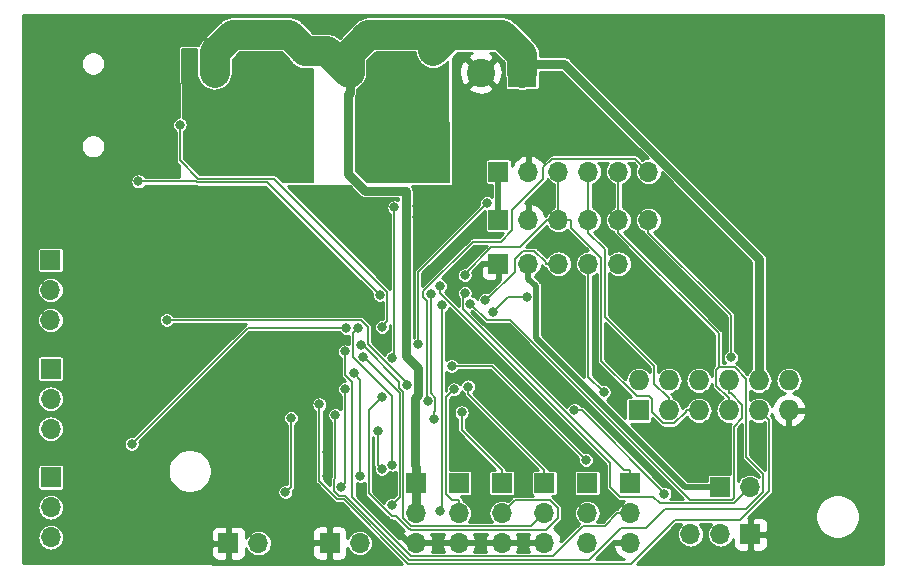
<source format=gbl>
G04 #@! TF.GenerationSoftware,KiCad,Pcbnew,6.0.0-rc1-unknown-170ff66~66~ubuntu18.10.1*
G04 #@! TF.CreationDate,2019-01-13T01:38:04-08:00
G04 #@! TF.ProjectId,EExtruder,45457874-7275-4646-9572-2e6b69636164,rev?*
G04 #@! TF.SameCoordinates,Original*
G04 #@! TF.FileFunction,Copper,L2,Bot*
G04 #@! TF.FilePolarity,Positive*
%FSLAX46Y46*%
G04 Gerber Fmt 4.6, Leading zero omitted, Abs format (unit mm)*
G04 Created by KiCad (PCBNEW 6.0.0-rc1-unknown-170ff66~66~ubuntu18.10.1) date Sun 13 Jan 2019 01:38:04 AM PST*
%MOMM*%
%LPD*%
G04 APERTURE LIST*
%ADD10O,1.700000X1.700000*%
%ADD11R,1.700000X1.700000*%
%ADD12R,2.400000X2.400000*%
%ADD13C,2.400000*%
%ADD14O,1.727200X1.727200*%
%ADD15R,1.727200X1.727200*%
%ADD16C,0.800000*%
%ADD17C,0.508000*%
%ADD18C,0.152400*%
%ADD19C,0.762000*%
%ADD20C,2.540000*%
%ADD21C,0.254000*%
G04 APERTURE END LIST*
D10*
X181200000Y-96700000D03*
X178660000Y-96700000D03*
X176120000Y-96700000D03*
X173580000Y-96700000D03*
X171040000Y-96700000D03*
D11*
X168500000Y-96700000D03*
D10*
X181200000Y-100800000D03*
X178660000Y-100800000D03*
X176120000Y-100800000D03*
X173580000Y-100800000D03*
X171040000Y-100800000D03*
D11*
X168500000Y-100800000D03*
D12*
X148000000Y-88328500D03*
D13*
X144500000Y-88328500D03*
D12*
X159400000Y-88328500D03*
D13*
X155900000Y-88328500D03*
D12*
X170505000Y-88328500D03*
D13*
X167005000Y-88328500D03*
D10*
X178660000Y-104500000D03*
X176120000Y-104500000D03*
X173580000Y-104500000D03*
X171040000Y-104500000D03*
D11*
X168500000Y-104500000D03*
D14*
X193100000Y-114360000D03*
X193100000Y-116900000D03*
X190560000Y-114360000D03*
X190560000Y-116900000D03*
X188020000Y-114360000D03*
X188020000Y-116900000D03*
X185480000Y-114360000D03*
X185480000Y-116900000D03*
X182940000Y-114360000D03*
X182940000Y-116900000D03*
X180400000Y-114360000D03*
D15*
X180400000Y-116900000D03*
D10*
X161544000Y-128143000D03*
X161544000Y-125603000D03*
D11*
X161544000Y-123063000D03*
D10*
X179642000Y-128143000D03*
X179642000Y-125603000D03*
D11*
X179642000Y-123063000D03*
D10*
X176022000Y-128143000D03*
X176022000Y-125603000D03*
D11*
X176022000Y-123063000D03*
D10*
X172402000Y-128143000D03*
X172402000Y-125603000D03*
D11*
X172402000Y-123063000D03*
D10*
X168783000Y-128143000D03*
X168783000Y-125603000D03*
D11*
X168783000Y-123063000D03*
D10*
X165164000Y-128143000D03*
X165164000Y-125603000D03*
D11*
X165164000Y-123063000D03*
D10*
X189800000Y-123400000D03*
D11*
X187260000Y-123400000D03*
D10*
X184760000Y-127400000D03*
X187300000Y-127400000D03*
D11*
X189840000Y-127400000D03*
D10*
X130568000Y-109261000D03*
X130568000Y-106721000D03*
D11*
X130568000Y-104181000D03*
D10*
X130607000Y-127656000D03*
X130607000Y-125116000D03*
D11*
X130607000Y-122576000D03*
D10*
X130580000Y-118468000D03*
X130580000Y-115928000D03*
D11*
X130580000Y-113388000D03*
D10*
X156759000Y-128143000D03*
D11*
X154219000Y-128143000D03*
D10*
X148182000Y-128156000D03*
D11*
X145642000Y-128156000D03*
D16*
X152704545Y-114604545D03*
X149900000Y-113700000D03*
X142500000Y-105100000D03*
X140700000Y-104600000D03*
X139400000Y-108000000D03*
X140400000Y-111600000D03*
X142600000Y-111400000D03*
X146000000Y-112800000D03*
X149900000Y-106900000D03*
X150300000Y-102000000D03*
X158900000Y-103400000D03*
X161600000Y-99600000D03*
X164600000Y-98900000D03*
X143900000Y-98400000D03*
X153500000Y-98300000D03*
X158779325Y-105300000D03*
X165800000Y-104200000D03*
X172600000Y-108600000D03*
X172500000Y-105700000D03*
X174400000Y-102700000D03*
X181100000Y-106600000D03*
X182400000Y-104300000D03*
X183600000Y-101700000D03*
X186900000Y-102600000D03*
X184200000Y-112000000D03*
X184300000Y-115600000D03*
X146000000Y-120800000D03*
X152800000Y-123400000D03*
X151700000Y-127800000D03*
X147900000Y-123011710D03*
X159300000Y-123100000D03*
X154000000Y-120400000D03*
X152300000Y-120300000D03*
X149900000Y-120300000D03*
X143200000Y-117300000D03*
X183400000Y-108400000D03*
X175100000Y-112500000D03*
X178800000Y-112700000D03*
X176900000Y-113400000D03*
X178500000Y-116000000D03*
X132700000Y-98900000D03*
X135100000Y-101200000D03*
X132100000Y-89700000D03*
X173300000Y-120400000D03*
X170400000Y-117600000D03*
X167200000Y-111900000D03*
X172500000Y-114100000D03*
X166500000Y-117400000D03*
X165700000Y-120400000D03*
X152300000Y-117700000D03*
X147800000Y-117300000D03*
X144000000Y-115900000D03*
X139100000Y-116300000D03*
X140600000Y-113700000D03*
X163500000Y-104400000D03*
X138100000Y-94200000D03*
X190400000Y-119600000D03*
X189100000Y-121600000D03*
X154000000Y-122500000D03*
X149600000Y-122700000D03*
X157441307Y-99233410D03*
X148500000Y-99700000D03*
X149500000Y-99700000D03*
X145800000Y-98400000D03*
X161600000Y-100500000D03*
X152100000Y-113200000D03*
X152800000Y-110700000D03*
X152200000Y-115500000D03*
X158200000Y-128200000D03*
X159400000Y-126600000D03*
X142500000Y-126353009D03*
X140460753Y-117871390D03*
X159100000Y-129300000D03*
X170880500Y-107282000D03*
X168029100Y-108559200D03*
X150933600Y-117573300D03*
X150468400Y-123837600D03*
X160800000Y-96200000D03*
X159500000Y-96200000D03*
X159500000Y-95100000D03*
X160800000Y-95100000D03*
X162100000Y-96200000D03*
X162100000Y-95100000D03*
X162100000Y-94000000D03*
X160800000Y-94000000D03*
X159500000Y-94000000D03*
X149000000Y-94900000D03*
X147800000Y-94900000D03*
X147800000Y-96000000D03*
X149000000Y-96000000D03*
X150300000Y-96000000D03*
X150300000Y-94900000D03*
X150300000Y-93900000D03*
X149000000Y-93900000D03*
X147800000Y-93900000D03*
X156254000Y-113757100D03*
X156822227Y-122502178D03*
X155512000Y-115097600D03*
X155200000Y-123400000D03*
X155609500Y-109942700D03*
X137443900Y-119772100D03*
X163684000Y-108030400D03*
X163526400Y-125475100D03*
X160754800Y-114739000D03*
X140415400Y-109246400D03*
X164529600Y-113161600D03*
X175905500Y-121114000D03*
X174934400Y-116863600D03*
X182557400Y-123965600D03*
X163555000Y-106365700D03*
X153340200Y-116416200D03*
X166132300Y-107869400D03*
X154697400Y-117299800D03*
X165647800Y-105473700D03*
X163045800Y-117624100D03*
X162754700Y-107093300D03*
X161708600Y-111316700D03*
X167516600Y-99365400D03*
X164726200Y-115131500D03*
X158613485Y-121866821D03*
X158271229Y-118626199D03*
X158633500Y-115820000D03*
X165377800Y-117082900D03*
X156825100Y-111410000D03*
X165924200Y-114893400D03*
X157058500Y-112362800D03*
X159449800Y-124942500D03*
X156611600Y-109920500D03*
X159522215Y-121519183D03*
X155503100Y-111927600D03*
X165651900Y-106959100D03*
X159505400Y-112455500D03*
X159683300Y-99724400D03*
X141556700Y-92765300D03*
X158638100Y-109838200D03*
X138022600Y-97530500D03*
X158445300Y-107144900D03*
X177422100Y-115362200D03*
X167385400Y-107562400D03*
X188183100Y-112428900D03*
X162543586Y-116154597D03*
D17*
X160943000Y-128143000D02*
X159400000Y-126600000D01*
X161544000Y-128143000D02*
X160943000Y-128143000D01*
X186003300Y-123400000D02*
X184319100Y-123400000D01*
X184319100Y-123400000D02*
X171687200Y-110768100D01*
X171687200Y-110768100D02*
X171687200Y-106403900D01*
X171687200Y-106403900D02*
X171040000Y-105756700D01*
X187260000Y-123400000D02*
X186003300Y-123400000D01*
X171040000Y-104500000D02*
X171040000Y-105756700D01*
D18*
X170880500Y-107282000D02*
X169306300Y-107282000D01*
X169306300Y-107282000D02*
X168029100Y-108559200D01*
X150468400Y-123837600D02*
X150933600Y-123372400D01*
X150933600Y-123372400D02*
X150933600Y-117573300D01*
D19*
X160652600Y-112285400D02*
X161688500Y-113321300D01*
X161688500Y-113321300D02*
X161688500Y-115640500D01*
X161688500Y-115640500D02*
X161443000Y-115886000D01*
X161443000Y-115886000D02*
X161443000Y-121578300D01*
X161443000Y-121578300D02*
X161544000Y-121679300D01*
X170505000Y-87566700D02*
X174062700Y-87566700D01*
X174062700Y-87566700D02*
X190560000Y-104064000D01*
X190560000Y-104064000D02*
X190560000Y-114360000D01*
D20*
X170505000Y-87566700D02*
X170505000Y-86805000D01*
X170505000Y-86805000D02*
X168800000Y-85100000D01*
X168800000Y-85100000D02*
X164400000Y-85100000D01*
X170505000Y-88328500D02*
X170505000Y-87566700D01*
D19*
X161544000Y-123063000D02*
X161544000Y-121679300D01*
X161544000Y-125603000D02*
X161544000Y-123063000D01*
D20*
X155900000Y-88328500D02*
X155828000Y-88328500D01*
X155828000Y-88328500D02*
X154000000Y-86500000D01*
X154000000Y-86500000D02*
X152100000Y-86500000D01*
X152100000Y-86500000D02*
X152100000Y-86400000D01*
X152100000Y-86400000D02*
X150800000Y-85100000D01*
X150800000Y-85100000D02*
X146000000Y-85100000D01*
X146000000Y-85100000D02*
X144500000Y-86600000D01*
X144500000Y-86600000D02*
X144500000Y-88328500D01*
X155900000Y-88328500D02*
X155900000Y-86700000D01*
X155900000Y-86700000D02*
X157500000Y-85100000D01*
X157500000Y-85100000D02*
X164400000Y-85100000D01*
X164400000Y-85100000D02*
X163000000Y-86500000D01*
X163000000Y-86500000D02*
X163000000Y-86400000D01*
D19*
X155900000Y-90025556D02*
X155800000Y-90125556D01*
X155900000Y-88328500D02*
X155900000Y-90025556D01*
X155800000Y-90125556D02*
X155800000Y-96900000D01*
X157200000Y-98300000D02*
X160652600Y-98300000D01*
X155800000Y-96900000D02*
X157200000Y-98300000D01*
X160652600Y-98300000D02*
X160652600Y-112285400D01*
D18*
X156822227Y-114325327D02*
X156822227Y-121936493D01*
X156254000Y-113757100D02*
X156822227Y-114325327D01*
X156822227Y-121936493D02*
X156822227Y-122502178D01*
X155512000Y-121800000D02*
X155512000Y-115097600D01*
X155200000Y-123400000D02*
X155512000Y-123088000D01*
X155512000Y-123088000D02*
X155512000Y-121800000D01*
X137443900Y-119772100D02*
X147273300Y-109942700D01*
X147273300Y-109942700D02*
X155609500Y-109942700D01*
X163526400Y-125475100D02*
X163684000Y-125317500D01*
X163684000Y-125317500D02*
X163684000Y-108030400D01*
X160754800Y-114739000D02*
X160754800Y-114611300D01*
X160754800Y-114611300D02*
X157454100Y-111310600D01*
X157454100Y-111310600D02*
X157454100Y-109873500D01*
X157454100Y-109873500D02*
X156827000Y-109246400D01*
X156827000Y-109246400D02*
X140415400Y-109246400D01*
X175905500Y-121114000D02*
X167953100Y-113161600D01*
X167953100Y-113161600D02*
X164529600Y-113161600D01*
X174934400Y-116863600D02*
X175547700Y-116863600D01*
X175547700Y-116863600D02*
X182557400Y-123873300D01*
X182557400Y-123873300D02*
X182557400Y-123965600D01*
X189800000Y-123400000D02*
X188414800Y-124785200D01*
X188414800Y-124785200D02*
X182189600Y-124785200D01*
X182189600Y-124785200D02*
X181629400Y-124225000D01*
X181629400Y-124225000D02*
X178770200Y-124225000D01*
X178770200Y-124225000D02*
X177940000Y-123394800D01*
X177940000Y-123394800D02*
X177940000Y-121366200D01*
X177940000Y-121366200D02*
X163555000Y-106981200D01*
X163555000Y-106981200D02*
X163555000Y-106365700D01*
X183422700Y-126214900D02*
X188980500Y-126214900D01*
X153340200Y-122901597D02*
X154872015Y-124433412D01*
X155400114Y-124433412D02*
X160848500Y-129881800D01*
X191423599Y-117763599D02*
X190560000Y-116900000D01*
X154872015Y-124433412D02*
X155400114Y-124433412D01*
X191423599Y-123771801D02*
X191423599Y-117763599D01*
X153340200Y-116416200D02*
X153340200Y-122901597D01*
X160848500Y-129881800D02*
X179755800Y-129881800D01*
X179755800Y-129881800D02*
X183422700Y-126214900D01*
X188980500Y-126214900D02*
X191423599Y-123771801D01*
X188020000Y-114360000D02*
X188020000Y-115452500D01*
X188020000Y-115452500D02*
X188156600Y-115452500D01*
X188156600Y-115452500D02*
X189162200Y-116458100D01*
X189162200Y-116458100D02*
X189162200Y-117551400D01*
X189162200Y-117551400D02*
X188422000Y-118291600D01*
X188422000Y-118291600D02*
X188422000Y-124346300D01*
X188422000Y-124346300D02*
X188289300Y-124479000D01*
X188289300Y-124479000D02*
X184715000Y-124479000D01*
X184715000Y-124479000D02*
X169512000Y-109276000D01*
X169512000Y-109276000D02*
X167538900Y-109276000D01*
X167538900Y-109276000D02*
X166132300Y-107869400D01*
X187143100Y-113267400D02*
X187143100Y-110362000D01*
X187143100Y-110362000D02*
X178660000Y-101878900D01*
X188020000Y-115807500D02*
X187906800Y-115807500D01*
X187906800Y-115807500D02*
X186927400Y-114828100D01*
X186927400Y-114828100D02*
X186927400Y-113483100D01*
X186927400Y-113483100D02*
X187143100Y-113267400D01*
X178660000Y-100800000D02*
X178660000Y-101878900D01*
X188020000Y-116900000D02*
X188020000Y-115807500D01*
X178660000Y-100800000D02*
X178660000Y-96700000D01*
X154697400Y-117299800D02*
X154697400Y-122672270D01*
X154697400Y-122672270D02*
X154571399Y-122798271D01*
X182571300Y-125302300D02*
X189461400Y-125302300D01*
X190910700Y-122321000D02*
X189467400Y-120877700D01*
X154571399Y-122798271D02*
X154571399Y-123701729D01*
X154571399Y-123701729D02*
X154998271Y-124128601D01*
X154998271Y-124128601D02*
X155527601Y-124128601D01*
X155527601Y-124128601D02*
X160951600Y-129552600D01*
X189461400Y-125302300D02*
X190910700Y-123853000D01*
X181000600Y-126873000D02*
X182571300Y-125302300D01*
X190910700Y-123853000D02*
X190910700Y-122321000D01*
X160951600Y-129552600D02*
X176195200Y-129552600D01*
X188496000Y-113267400D02*
X187143100Y-113267400D01*
X189467400Y-114238800D02*
X188496000Y-113267400D01*
X189467400Y-120877700D02*
X189467400Y-114238800D01*
X178874800Y-126873000D02*
X181000600Y-126873000D01*
X176195200Y-129552600D02*
X178874800Y-126873000D01*
X173580000Y-100800000D02*
X172501100Y-100800000D01*
X165647800Y-105473700D02*
X165647800Y-105328500D01*
X165647800Y-105328500D02*
X167860500Y-103115800D01*
X167860500Y-103115800D02*
X170297100Y-103115800D01*
X170297100Y-103115800D02*
X172501100Y-100911800D01*
X172501100Y-100911800D02*
X172501100Y-100800000D01*
X173580000Y-100800000D02*
X174658900Y-100800000D01*
X185480000Y-116900000D02*
X184387500Y-116900000D01*
X184387500Y-116900000D02*
X184387500Y-117036600D01*
X184387500Y-117036600D02*
X183408300Y-118015800D01*
X183408300Y-118015800D02*
X182475100Y-118015800D01*
X182475100Y-118015800D02*
X181492500Y-117033200D01*
X181492500Y-117033200D02*
X181492500Y-115941600D01*
X181492500Y-115941600D02*
X181288900Y-115738000D01*
X181288900Y-115738000D02*
X180209400Y-115738000D01*
X180209400Y-115738000D02*
X177210900Y-112739500D01*
X177210900Y-112739500D02*
X177210900Y-104033800D01*
X177210900Y-104033800D02*
X174658900Y-101481800D01*
X174658900Y-101481800D02*
X174658900Y-100800000D01*
X173580000Y-96700000D02*
X173580000Y-100800000D01*
X162754700Y-107093300D02*
X162754700Y-115435379D01*
X163172188Y-115852867D02*
X163172188Y-116932027D01*
X163045800Y-117058415D02*
X163045800Y-117624100D01*
X163172188Y-116932027D02*
X163045800Y-117058415D01*
X162754700Y-115435379D02*
X163172188Y-115852867D01*
X167516600Y-99365400D02*
X161708600Y-105173400D01*
X161708600Y-105173400D02*
X161708600Y-111316700D01*
X176120000Y-101878900D02*
X177516100Y-103275000D01*
X177516100Y-103275000D02*
X177516100Y-109000600D01*
X177516100Y-109000600D02*
X181670000Y-113154500D01*
X181670000Y-113154500D02*
X181670000Y-114645600D01*
X181670000Y-114645600D02*
X182831900Y-115807500D01*
X182831900Y-115807500D02*
X182940000Y-115807500D01*
X176120000Y-100800000D02*
X176120000Y-101878900D01*
X182940000Y-116900000D02*
X182940000Y-115807500D01*
X176120000Y-100800000D02*
X176120000Y-96700000D01*
X165164000Y-125603000D02*
X165164000Y-124524100D01*
X165164000Y-124524100D02*
X164574000Y-124524100D01*
X164574000Y-124524100D02*
X164085000Y-124035100D01*
X164085000Y-124035100D02*
X164085000Y-115772700D01*
X164085000Y-115772700D02*
X164726200Y-115131500D01*
X158271229Y-121524565D02*
X158613485Y-121866821D01*
X158271229Y-118626199D02*
X158271229Y-121524565D01*
X158233501Y-116219999D02*
X158633500Y-115820000D01*
X157538600Y-116914900D02*
X158233501Y-116219999D01*
X157538600Y-123950300D02*
X157538600Y-116914900D01*
X159474697Y-125886397D02*
X157538600Y-123950300D01*
X160900015Y-126986412D02*
X159800000Y-125886397D01*
X161086412Y-126986412D02*
X160900015Y-126986412D01*
X168783000Y-125603000D02*
X169886900Y-124499100D01*
X173522900Y-125194200D02*
X173522900Y-126027800D01*
X161100000Y-127000000D02*
X161086412Y-126986412D01*
X161100000Y-127051700D02*
X161100000Y-127000000D01*
X169886900Y-124499100D02*
X172827800Y-124499100D01*
X172827800Y-124499100D02*
X173522900Y-125194200D01*
X159800000Y-125886397D02*
X159474697Y-125886397D01*
X173522900Y-126027800D02*
X172499000Y-127051700D01*
X172499000Y-127051700D02*
X161100000Y-127051700D01*
X168783000Y-123063000D02*
X168783000Y-121984100D01*
X168783000Y-121984100D02*
X165377800Y-118578900D01*
X165377800Y-118578900D02*
X165377800Y-117082900D01*
X160455627Y-115329227D02*
X160455627Y-126042927D01*
X161212668Y-126681601D02*
X161265367Y-126734300D01*
X160125900Y-114999500D02*
X160455627Y-115329227D01*
X171552001Y-126452999D02*
X172402000Y-125603000D01*
X171270700Y-126734300D02*
X171552001Y-126452999D01*
X161265367Y-126734300D02*
X171270700Y-126734300D01*
X160125900Y-114540700D02*
X160125900Y-114999500D01*
X156995200Y-111410000D02*
X160125900Y-114540700D01*
X156825100Y-111410000D02*
X156995200Y-111410000D01*
X160455627Y-126042927D02*
X161094301Y-126681601D01*
X161094301Y-126681601D02*
X161212668Y-126681601D01*
X172402000Y-123063000D02*
X172402000Y-121984100D01*
X172402000Y-121984100D02*
X165924200Y-115506300D01*
X165924200Y-115506300D02*
X165924200Y-114893400D01*
X157458499Y-112762799D02*
X157058500Y-112362800D01*
X157458499Y-112763699D02*
X157458499Y-112762799D01*
X160150816Y-115456016D02*
X157458499Y-112763699D01*
X160150816Y-124241484D02*
X160150816Y-115456016D01*
X159449800Y-124942500D02*
X160150816Y-124241484D01*
X156611600Y-109920500D02*
X156182000Y-110350100D01*
X159522215Y-115716115D02*
X159522215Y-120953498D01*
X156182000Y-110350100D02*
X156182000Y-112375900D01*
X156182000Y-112375900D02*
X159522215Y-115716115D01*
X159522215Y-120953498D02*
X159522215Y-121519183D01*
X178563100Y-125603000D02*
X177484200Y-126681900D01*
X177484200Y-126681900D02*
X175656900Y-126681900D01*
X175656900Y-126681900D02*
X173115300Y-129223500D01*
X173115300Y-129223500D02*
X161095500Y-129223500D01*
X161095500Y-129223500D02*
X156141100Y-124269100D01*
X156141100Y-124269100D02*
X156141100Y-114533700D01*
X156141100Y-114533700D02*
X155503100Y-113895700D01*
X155503100Y-113895700D02*
X155503100Y-111927600D01*
X179642000Y-125603000D02*
X178563100Y-125603000D01*
X165651900Y-106959100D02*
X165503400Y-107107600D01*
X165503400Y-107107600D02*
X165503400Y-108341300D01*
X165503400Y-108341300D02*
X179146200Y-121984100D01*
X179146200Y-121984100D02*
X179642000Y-121984100D01*
X179642000Y-123063000D02*
X179642000Y-121984100D01*
X159683300Y-99724400D02*
X159683300Y-112277600D01*
X159683300Y-112277600D02*
X159505400Y-112455500D01*
X159100500Y-109375800D02*
X159100500Y-106886100D01*
X158638100Y-109838200D02*
X159100500Y-109375800D01*
X149514400Y-97300000D02*
X143100000Y-97300000D01*
X159100500Y-106886100D02*
X149514400Y-97300000D01*
X141556700Y-95756700D02*
X141556700Y-92765300D01*
X143100000Y-97300000D02*
X141556700Y-95756700D01*
X148905211Y-97604811D02*
X142973744Y-97604811D01*
X138588285Y-97530500D02*
X138022600Y-97530500D01*
X142973744Y-97604811D02*
X142899433Y-97530500D01*
X158445300Y-107144900D02*
X148905211Y-97604811D01*
X142899433Y-97530500D02*
X138588285Y-97530500D01*
X177422100Y-115362200D02*
X176120000Y-114060100D01*
X176120000Y-114060100D02*
X176120000Y-104500000D01*
X167385400Y-107562400D02*
X167484300Y-107562400D01*
X167484300Y-107562400D02*
X169878000Y-105168700D01*
X169878000Y-105168700D02*
X169878000Y-104128400D01*
X169878000Y-104128400D02*
X170585400Y-103421000D01*
X170585400Y-103421000D02*
X171533900Y-103421000D01*
X171533900Y-103421000D02*
X172501100Y-104388200D01*
X172501100Y-104388200D02*
X172501100Y-104500000D01*
X173580000Y-104500000D02*
X172501100Y-104500000D01*
X181200000Y-100800000D02*
X181200000Y-101878900D01*
X188183100Y-112428900D02*
X188183100Y-108862000D01*
X188183100Y-108862000D02*
X181200000Y-101878900D01*
X166318700Y-102619600D02*
X162101900Y-106836400D01*
X162443586Y-116054597D02*
X162543586Y-116154597D01*
X162443586Y-107673486D02*
X162443586Y-116054597D01*
X162101900Y-106836400D02*
X162101900Y-107331800D01*
X168724100Y-102619600D02*
X166318700Y-102619600D01*
X169662000Y-101681700D02*
X168724100Y-102619600D01*
X169662000Y-99930600D02*
X169662000Y-101681700D01*
X172310000Y-97282600D02*
X169662000Y-99930600D01*
X172310000Y-96347900D02*
X172310000Y-97282600D01*
X162101900Y-107331800D02*
X162443586Y-107673486D01*
X173053200Y-95604700D02*
X172310000Y-96347900D01*
X180104700Y-95604700D02*
X173053200Y-95604700D01*
X181200000Y-96700000D02*
X180104700Y-95604700D01*
D17*
X168500000Y-100800000D02*
X168500000Y-96700000D01*
D18*
G36*
X143001400Y-86526382D02*
G01*
X143001400Y-86526388D01*
X142994150Y-86600000D01*
X143001400Y-86673612D01*
X143001400Y-88402119D01*
X143023085Y-88622277D01*
X143108776Y-88904764D01*
X143247932Y-89165106D01*
X143435204Y-89393297D01*
X143663395Y-89580569D01*
X143923737Y-89719725D01*
X144206224Y-89805416D01*
X144500000Y-89834351D01*
X144793777Y-89805416D01*
X145076264Y-89719725D01*
X145336606Y-89580569D01*
X145564797Y-89393297D01*
X145752069Y-89165106D01*
X145891225Y-88904764D01*
X145976916Y-88622277D01*
X145998600Y-88402119D01*
X145998600Y-87220739D01*
X146620740Y-86598600D01*
X150179261Y-86598600D01*
X150768314Y-87187654D01*
X150847931Y-87336606D01*
X150991649Y-87511726D01*
X151035203Y-87564797D01*
X151263394Y-87752069D01*
X151523736Y-87891225D01*
X151806223Y-87976916D01*
X152100000Y-88005851D01*
X152173619Y-87998600D01*
X152772523Y-87998600D01*
X152831331Y-97586800D01*
X150232251Y-97586800D01*
X149740512Y-97095061D01*
X149730968Y-97083432D01*
X149684557Y-97045342D01*
X149631606Y-97017040D01*
X149574151Y-96999611D01*
X149529366Y-96995200D01*
X149529358Y-96995200D01*
X149514400Y-96993727D01*
X149499442Y-96995200D01*
X143226252Y-96995200D01*
X141861500Y-95630449D01*
X141861500Y-93317651D01*
X141957409Y-93253566D01*
X142044966Y-93166009D01*
X142113759Y-93063054D01*
X142161144Y-92948656D01*
X142185300Y-92827212D01*
X142185300Y-92703388D01*
X142161144Y-92581944D01*
X142113759Y-92467546D01*
X142044966Y-92364591D01*
X141957409Y-92277034D01*
X141854454Y-92208241D01*
X141774543Y-92175141D01*
X141738669Y-86326200D01*
X143021117Y-86326200D01*
X143001400Y-86526382D01*
X143001400Y-86526382D01*
G37*
X143001400Y-86526382D02*
X143001400Y-86526388D01*
X142994150Y-86600000D01*
X143001400Y-86673612D01*
X143001400Y-88402119D01*
X143023085Y-88622277D01*
X143108776Y-88904764D01*
X143247932Y-89165106D01*
X143435204Y-89393297D01*
X143663395Y-89580569D01*
X143923737Y-89719725D01*
X144206224Y-89805416D01*
X144500000Y-89834351D01*
X144793777Y-89805416D01*
X145076264Y-89719725D01*
X145336606Y-89580569D01*
X145564797Y-89393297D01*
X145752069Y-89165106D01*
X145891225Y-88904764D01*
X145976916Y-88622277D01*
X145998600Y-88402119D01*
X145998600Y-87220739D01*
X146620740Y-86598600D01*
X150179261Y-86598600D01*
X150768314Y-87187654D01*
X150847931Y-87336606D01*
X150991649Y-87511726D01*
X151035203Y-87564797D01*
X151263394Y-87752069D01*
X151523736Y-87891225D01*
X151806223Y-87976916D01*
X152100000Y-88005851D01*
X152173619Y-87998600D01*
X152772523Y-87998600D01*
X152831331Y-97586800D01*
X150232251Y-97586800D01*
X149740512Y-97095061D01*
X149730968Y-97083432D01*
X149684557Y-97045342D01*
X149631606Y-97017040D01*
X149574151Y-96999611D01*
X149529366Y-96995200D01*
X149529358Y-96995200D01*
X149514400Y-96993727D01*
X149499442Y-96995200D01*
X143226252Y-96995200D01*
X141861500Y-95630449D01*
X141861500Y-93317651D01*
X141957409Y-93253566D01*
X142044966Y-93166009D01*
X142113759Y-93063054D01*
X142161144Y-92948656D01*
X142185300Y-92827212D01*
X142185300Y-92703388D01*
X142161144Y-92581944D01*
X142113759Y-92467546D01*
X142044966Y-92364591D01*
X141957409Y-92277034D01*
X141854454Y-92208241D01*
X141774543Y-92175141D01*
X141738669Y-86326200D01*
X143021117Y-86326200D01*
X143001400Y-86526382D01*
G36*
X161523084Y-86793776D02*
G01*
X161608775Y-87076263D01*
X161747931Y-87336605D01*
X161935203Y-87564797D01*
X162163394Y-87752069D01*
X162423736Y-87891225D01*
X162706223Y-87976916D01*
X163000000Y-88005851D01*
X163293776Y-87976916D01*
X163576263Y-87891225D01*
X163836605Y-87752069D01*
X164064797Y-87564797D01*
X164111730Y-87507609D01*
X164267927Y-87351412D01*
X164324875Y-97586800D01*
X157348904Y-97586800D01*
X156409600Y-96647497D01*
X156409600Y-90365339D01*
X156465921Y-90259968D01*
X156500779Y-90145058D01*
X156509600Y-90055497D01*
X156509600Y-90055496D01*
X156512549Y-90025557D01*
X156509600Y-89995618D01*
X156509600Y-89701906D01*
X156736606Y-89580569D01*
X156964797Y-89393297D01*
X157152069Y-89165106D01*
X157291225Y-88904764D01*
X157376916Y-88622277D01*
X157405851Y-88328500D01*
X157398600Y-88254881D01*
X157398600Y-87320739D01*
X158120740Y-86598600D01*
X161503861Y-86598600D01*
X161523084Y-86793776D01*
X161523084Y-86793776D01*
G37*
X161523084Y-86793776D02*
X161608775Y-87076263D01*
X161747931Y-87336605D01*
X161935203Y-87564797D01*
X162163394Y-87752069D01*
X162423736Y-87891225D01*
X162706223Y-87976916D01*
X163000000Y-88005851D01*
X163293776Y-87976916D01*
X163576263Y-87891225D01*
X163836605Y-87752069D01*
X164064797Y-87564797D01*
X164111730Y-87507609D01*
X164267927Y-87351412D01*
X164324875Y-97586800D01*
X157348904Y-97586800D01*
X156409600Y-96647497D01*
X156409600Y-90365339D01*
X156465921Y-90259968D01*
X156500779Y-90145058D01*
X156509600Y-90055497D01*
X156509600Y-90055496D01*
X156512549Y-90025557D01*
X156509600Y-89995618D01*
X156509600Y-89701906D01*
X156736606Y-89580569D01*
X156964797Y-89393297D01*
X157152069Y-89165106D01*
X157291225Y-88904764D01*
X157376916Y-88622277D01*
X157405851Y-88328500D01*
X157398600Y-88254881D01*
X157398600Y-87320739D01*
X158120740Y-86598600D01*
X161503861Y-86598600D01*
X161523084Y-86793776D01*
D21*
G36*
X201095601Y-129895497D02*
G01*
X180252091Y-129888402D01*
X183569994Y-126570500D01*
X183990466Y-126570500D01*
X183957530Y-126597530D01*
X183816395Y-126769503D01*
X183711522Y-126965706D01*
X183646942Y-127178599D01*
X183625136Y-127400000D01*
X183646942Y-127621401D01*
X183711522Y-127834294D01*
X183816395Y-128030497D01*
X183957530Y-128202470D01*
X184129503Y-128343605D01*
X184325706Y-128448478D01*
X184538599Y-128513058D01*
X184704523Y-128529400D01*
X184815477Y-128529400D01*
X184981401Y-128513058D01*
X185194294Y-128448478D01*
X185390497Y-128343605D01*
X185562470Y-128202470D01*
X185703605Y-128030497D01*
X185808478Y-127834294D01*
X185873058Y-127621401D01*
X185894864Y-127400000D01*
X185873058Y-127178599D01*
X185808478Y-126965706D01*
X185703605Y-126769503D01*
X185562470Y-126597530D01*
X185529534Y-126570500D01*
X186530466Y-126570500D01*
X186497530Y-126597530D01*
X186356395Y-126769503D01*
X186251522Y-126965706D01*
X186186942Y-127178599D01*
X186165136Y-127400000D01*
X186186942Y-127621401D01*
X186251522Y-127834294D01*
X186356395Y-128030497D01*
X186497530Y-128202470D01*
X186669503Y-128343605D01*
X186865706Y-128448478D01*
X187078599Y-128513058D01*
X187244523Y-128529400D01*
X187355477Y-128529400D01*
X187521401Y-128513058D01*
X187734294Y-128448478D01*
X187930497Y-128343605D01*
X188102470Y-128202470D01*
X188243605Y-128030497D01*
X188348478Y-127834294D01*
X188355000Y-127812794D01*
X188355000Y-128312542D01*
X188379403Y-128435223D01*
X188427270Y-128550785D01*
X188496763Y-128654789D01*
X188585211Y-128743237D01*
X188689215Y-128812730D01*
X188804777Y-128860597D01*
X188927458Y-128885000D01*
X189554250Y-128885000D01*
X189713000Y-128726250D01*
X189713000Y-127527000D01*
X189967000Y-127527000D01*
X189967000Y-128726250D01*
X190125750Y-128885000D01*
X190752542Y-128885000D01*
X190875223Y-128860597D01*
X190990785Y-128812730D01*
X191094789Y-128743237D01*
X191183237Y-128654789D01*
X191252730Y-128550785D01*
X191300597Y-128435223D01*
X191325000Y-128312542D01*
X191325000Y-127685750D01*
X191166250Y-127527000D01*
X189967000Y-127527000D01*
X189713000Y-127527000D01*
X189693000Y-127527000D01*
X189693000Y-127273000D01*
X189713000Y-127273000D01*
X189713000Y-126073750D01*
X189967000Y-126073750D01*
X189967000Y-127273000D01*
X191166250Y-127273000D01*
X191325000Y-127114250D01*
X191325000Y-126487458D01*
X191300597Y-126364777D01*
X191252730Y-126249215D01*
X191183237Y-126145211D01*
X191094789Y-126056763D01*
X190990785Y-125987270D01*
X190875223Y-125939403D01*
X190752542Y-125915000D01*
X190125750Y-125915000D01*
X189967000Y-126073750D01*
X189713000Y-126073750D01*
X189668772Y-126029522D01*
X189983399Y-125714895D01*
X195320600Y-125714895D01*
X195320600Y-126085105D01*
X195392824Y-126448201D01*
X195534497Y-126790230D01*
X195740174Y-127098048D01*
X196001952Y-127359826D01*
X196309770Y-127565503D01*
X196651799Y-127707176D01*
X197014895Y-127779400D01*
X197385105Y-127779400D01*
X197748201Y-127707176D01*
X198090230Y-127565503D01*
X198398048Y-127359826D01*
X198659826Y-127098048D01*
X198865503Y-126790230D01*
X199007176Y-126448201D01*
X199079400Y-126085105D01*
X199079400Y-125714895D01*
X199007176Y-125351799D01*
X198865503Y-125009770D01*
X198659826Y-124701952D01*
X198398048Y-124440174D01*
X198090230Y-124234497D01*
X197748201Y-124092824D01*
X197385105Y-124020600D01*
X197014895Y-124020600D01*
X196651799Y-124092824D01*
X196309770Y-124234497D01*
X196001952Y-124440174D01*
X195740174Y-124701952D01*
X195534497Y-125009770D01*
X195392824Y-125351799D01*
X195320600Y-125714895D01*
X189983399Y-125714895D01*
X191662703Y-124035591D01*
X191676261Y-124024464D01*
X191687389Y-124010905D01*
X191687394Y-124010900D01*
X191703037Y-123991839D01*
X191720700Y-123970317D01*
X191753720Y-123908541D01*
X191774053Y-123841511D01*
X191779199Y-123789264D01*
X191779199Y-123789256D01*
X191780918Y-123771801D01*
X191779199Y-123754346D01*
X191779199Y-117781051D01*
X191780918Y-117763598D01*
X191779199Y-117746145D01*
X191779199Y-117746136D01*
X191774053Y-117693889D01*
X191753720Y-117626859D01*
X191720700Y-117565083D01*
X191713112Y-117555837D01*
X191687394Y-117524499D01*
X191687389Y-117524494D01*
X191676262Y-117510936D01*
X191662704Y-117499809D01*
X191579762Y-117416867D01*
X191621103Y-117339523D01*
X191645298Y-117259764D01*
X191743036Y-117535978D01*
X191893183Y-117788488D01*
X192089707Y-118006854D01*
X192325056Y-118182684D01*
X192590186Y-118309222D01*
X192740974Y-118354958D01*
X192973000Y-118233817D01*
X192973000Y-117027000D01*
X193227000Y-117027000D01*
X193227000Y-118233817D01*
X193459026Y-118354958D01*
X193609814Y-118309222D01*
X193874944Y-118182684D01*
X194110293Y-118006854D01*
X194306817Y-117788488D01*
X194456964Y-117535978D01*
X194554963Y-117259027D01*
X194434464Y-117027000D01*
X193227000Y-117027000D01*
X192973000Y-117027000D01*
X192953000Y-117027000D01*
X192953000Y-116773000D01*
X192973000Y-116773000D01*
X192973000Y-116753000D01*
X193227000Y-116753000D01*
X193227000Y-116773000D01*
X194434464Y-116773000D01*
X194554963Y-116540973D01*
X194456964Y-116264022D01*
X194306817Y-116011512D01*
X194110293Y-115793146D01*
X193874944Y-115617316D01*
X193609814Y-115490778D01*
X193459816Y-115445282D01*
X193539523Y-115421103D01*
X193738089Y-115314968D01*
X193912133Y-115172133D01*
X194054968Y-114998089D01*
X194161103Y-114799523D01*
X194226461Y-114584067D01*
X194248530Y-114360000D01*
X194226461Y-114135933D01*
X194161103Y-113920477D01*
X194054968Y-113721911D01*
X193912133Y-113547867D01*
X193738089Y-113405032D01*
X193539523Y-113298897D01*
X193324067Y-113233539D01*
X193156146Y-113217000D01*
X193043854Y-113217000D01*
X192875933Y-113233539D01*
X192660477Y-113298897D01*
X192461911Y-113405032D01*
X192287867Y-113547867D01*
X192145032Y-113721911D01*
X192038897Y-113920477D01*
X191973539Y-114135933D01*
X191951470Y-114360000D01*
X191973539Y-114584067D01*
X192038897Y-114799523D01*
X192145032Y-114998089D01*
X192287867Y-115172133D01*
X192461911Y-115314968D01*
X192660477Y-115421103D01*
X192740184Y-115445282D01*
X192590186Y-115490778D01*
X192325056Y-115617316D01*
X192089707Y-115793146D01*
X191893183Y-116011512D01*
X191743036Y-116264022D01*
X191645298Y-116540236D01*
X191621103Y-116460477D01*
X191514968Y-116261911D01*
X191372133Y-116087867D01*
X191198089Y-115945032D01*
X190999523Y-115838897D01*
X190784067Y-115773539D01*
X190616146Y-115757000D01*
X190503854Y-115757000D01*
X190335933Y-115773539D01*
X190120477Y-115838897D01*
X189921911Y-115945032D01*
X189823000Y-116026207D01*
X189823000Y-115233793D01*
X189921911Y-115314968D01*
X190120477Y-115421103D01*
X190335933Y-115486461D01*
X190503854Y-115503000D01*
X190616146Y-115503000D01*
X190784067Y-115486461D01*
X190999523Y-115421103D01*
X191198089Y-115314968D01*
X191372133Y-115172133D01*
X191514968Y-114998089D01*
X191621103Y-114799523D01*
X191686461Y-114584067D01*
X191708530Y-114360000D01*
X191686461Y-114135933D01*
X191621103Y-113920477D01*
X191514968Y-113721911D01*
X191372133Y-113547867D01*
X191220400Y-113423342D01*
X191220400Y-104096438D01*
X191223595Y-104063999D01*
X191210844Y-103934539D01*
X191199474Y-103897058D01*
X191173082Y-103810053D01*
X191111759Y-103695326D01*
X191029233Y-103594767D01*
X191004029Y-103574083D01*
X174552618Y-87122672D01*
X174531933Y-87097467D01*
X174431374Y-87014941D01*
X174316647Y-86953618D01*
X174192161Y-86915856D01*
X174095139Y-86906300D01*
X174062700Y-86903105D01*
X174030261Y-86906300D01*
X172054400Y-86906300D01*
X172054400Y-86881106D01*
X172061896Y-86804999D01*
X172051554Y-86700000D01*
X172031981Y-86501265D01*
X171943384Y-86209202D01*
X171799512Y-85940035D01*
X171605892Y-85704108D01*
X171546775Y-85655592D01*
X169949412Y-84058230D01*
X169900892Y-83999108D01*
X169664965Y-83805488D01*
X169395798Y-83661616D01*
X169103735Y-83573019D01*
X168876109Y-83550600D01*
X168876106Y-83550600D01*
X168800000Y-83543104D01*
X168723894Y-83550600D01*
X164476106Y-83550600D01*
X164400000Y-83543104D01*
X164323893Y-83550600D01*
X157576109Y-83550600D01*
X157500000Y-83543104D01*
X157196264Y-83573019D01*
X156904201Y-83661616D01*
X156760329Y-83738517D01*
X156635035Y-83805488D01*
X156399108Y-83999108D01*
X156350587Y-84058231D01*
X155050811Y-85358007D01*
X154977739Y-85298039D01*
X154865142Y-85205607D01*
X154865050Y-85205558D01*
X154864965Y-85205488D01*
X154725921Y-85131168D01*
X154595994Y-85061698D01*
X154595895Y-85061668D01*
X154595798Y-85061616D01*
X154446169Y-85016226D01*
X154303944Y-84973061D01*
X154303839Y-84973051D01*
X154303735Y-84973019D01*
X154150105Y-84957888D01*
X154000212Y-84943104D01*
X153923998Y-84950600D01*
X152841782Y-84950600D01*
X151949413Y-84058231D01*
X151900892Y-83999108D01*
X151664965Y-83805488D01*
X151395798Y-83661616D01*
X151103735Y-83573019D01*
X150876109Y-83550600D01*
X150876106Y-83550600D01*
X150800000Y-83543104D01*
X150723894Y-83550600D01*
X146076106Y-83550600D01*
X145999999Y-83543104D01*
X145923893Y-83550600D01*
X145923891Y-83550600D01*
X145696265Y-83573019D01*
X145404202Y-83661616D01*
X145135035Y-83805488D01*
X144899108Y-83999108D01*
X144850592Y-84058225D01*
X143458230Y-85450588D01*
X143399108Y-85499108D01*
X143205488Y-85735036D01*
X143079577Y-85970600D01*
X141662000Y-85970600D01*
X141605812Y-85976308D01*
X141553497Y-85992529D01*
X141505352Y-86018644D01*
X141463226Y-86053650D01*
X141428740Y-86096201D01*
X141403217Y-86144663D01*
X141387639Y-86197173D01*
X141382605Y-86251714D01*
X141418475Y-92100084D01*
X141358526Y-92112009D01*
X141234884Y-92163224D01*
X141123608Y-92237576D01*
X141028976Y-92332208D01*
X140954624Y-92443484D01*
X140903409Y-92567126D01*
X140877300Y-92698385D01*
X140877300Y-92832215D01*
X140903409Y-92963474D01*
X140954624Y-93087116D01*
X141028976Y-93198392D01*
X141123608Y-93293024D01*
X141201101Y-93344803D01*
X141201100Y-95739244D01*
X141199381Y-95756700D01*
X141201100Y-95774155D01*
X141201100Y-95774162D01*
X141206246Y-95826409D01*
X141226579Y-95893439D01*
X141259599Y-95955215D01*
X141304037Y-96009362D01*
X141317602Y-96020495D01*
X141443291Y-96146184D01*
X141449601Y-97174900D01*
X138602102Y-97174900D01*
X138550324Y-97097408D01*
X138455692Y-97002776D01*
X138344416Y-96928424D01*
X138220774Y-96877209D01*
X138089515Y-96851100D01*
X137955685Y-96851100D01*
X137824426Y-96877209D01*
X137700784Y-96928424D01*
X137589508Y-97002776D01*
X137494876Y-97097408D01*
X137420524Y-97208684D01*
X137369309Y-97332326D01*
X137343200Y-97463585D01*
X137343200Y-97597415D01*
X137369309Y-97728674D01*
X137420524Y-97852316D01*
X137494876Y-97963592D01*
X137589508Y-98058224D01*
X137700784Y-98132576D01*
X137824426Y-98183791D01*
X137955685Y-98209900D01*
X138089515Y-98209900D01*
X138220774Y-98183791D01*
X138344416Y-98132576D01*
X138455692Y-98058224D01*
X138550324Y-97963592D01*
X138602102Y-97886100D01*
X141565548Y-97886100D01*
X141576774Y-97895313D01*
X141625078Y-97921132D01*
X141677492Y-97937031D01*
X141732000Y-97942400D01*
X142861623Y-97942400D01*
X142904034Y-97955265D01*
X142956281Y-97960411D01*
X142956289Y-97960411D01*
X142973744Y-97962130D01*
X142991199Y-97960411D01*
X148757918Y-97960411D01*
X157784082Y-106986577D01*
X157765900Y-107077985D01*
X157765900Y-107211815D01*
X157792009Y-107343074D01*
X157843224Y-107466716D01*
X157917576Y-107577992D01*
X158012208Y-107672624D01*
X158123484Y-107746976D01*
X158247126Y-107798191D01*
X158378385Y-107824300D01*
X158512215Y-107824300D01*
X158643474Y-107798191D01*
X158744901Y-107756178D01*
X158744900Y-109166734D01*
X158705015Y-109158800D01*
X158571185Y-109158800D01*
X158439926Y-109184909D01*
X158316284Y-109236124D01*
X158205008Y-109310476D01*
X158110376Y-109405108D01*
X158036024Y-109516384D01*
X157984809Y-109640026D01*
X157958700Y-109771285D01*
X157958700Y-109905115D01*
X157984809Y-110036374D01*
X158036024Y-110160016D01*
X158110376Y-110271292D01*
X158205008Y-110365924D01*
X158316284Y-110440276D01*
X158439926Y-110491491D01*
X158571185Y-110517600D01*
X158705015Y-110517600D01*
X158836274Y-110491491D01*
X158959916Y-110440276D01*
X159071192Y-110365924D01*
X159165824Y-110271292D01*
X159240176Y-110160016D01*
X159291391Y-110036374D01*
X159317500Y-109905115D01*
X159317500Y-109771285D01*
X159299318Y-109679877D01*
X159327701Y-109651494D01*
X159327701Y-111798136D01*
X159307226Y-111802209D01*
X159183584Y-111853424D01*
X159072308Y-111927776D01*
X158977676Y-112022408D01*
X158903324Y-112133684D01*
X158867225Y-112220832D01*
X157809700Y-111163307D01*
X157809700Y-109890952D01*
X157811419Y-109873499D01*
X157809700Y-109856046D01*
X157809700Y-109856037D01*
X157804554Y-109803790D01*
X157784221Y-109736760D01*
X157751201Y-109674984D01*
X157727086Y-109645600D01*
X157717895Y-109634400D01*
X157717890Y-109634395D01*
X157706763Y-109620837D01*
X157693205Y-109609710D01*
X157090798Y-109007305D01*
X157079663Y-108993737D01*
X157025516Y-108949299D01*
X156963740Y-108916279D01*
X156896710Y-108895946D01*
X156844463Y-108890800D01*
X156844455Y-108890800D01*
X156827000Y-108889081D01*
X156809545Y-108890800D01*
X140994902Y-108890800D01*
X140943124Y-108813308D01*
X140848492Y-108718676D01*
X140737216Y-108644324D01*
X140613574Y-108593109D01*
X140482315Y-108567000D01*
X140348485Y-108567000D01*
X140217226Y-108593109D01*
X140093584Y-108644324D01*
X139982308Y-108718676D01*
X139887676Y-108813308D01*
X139813324Y-108924584D01*
X139762109Y-109048226D01*
X139736000Y-109179485D01*
X139736000Y-109313315D01*
X139762109Y-109444574D01*
X139813324Y-109568216D01*
X139887676Y-109679492D01*
X139982308Y-109774124D01*
X140093584Y-109848476D01*
X140217226Y-109899691D01*
X140348485Y-109925800D01*
X140482315Y-109925800D01*
X140613574Y-109899691D01*
X140737216Y-109848476D01*
X140848492Y-109774124D01*
X140943124Y-109679492D01*
X140994902Y-109602000D01*
X147171435Y-109602000D01*
X147136560Y-109612579D01*
X147074784Y-109645599D01*
X147020637Y-109690037D01*
X147009506Y-109703600D01*
X137602225Y-119110882D01*
X137510815Y-119092700D01*
X137376985Y-119092700D01*
X137245726Y-119118809D01*
X137122084Y-119170024D01*
X137010808Y-119244376D01*
X136916176Y-119339008D01*
X136841824Y-119450284D01*
X136790609Y-119573926D01*
X136764500Y-119705185D01*
X136764500Y-119839015D01*
X136790609Y-119970274D01*
X136841824Y-120093916D01*
X136916176Y-120205192D01*
X137010808Y-120299824D01*
X137122084Y-120374176D01*
X137245726Y-120425391D01*
X137376985Y-120451500D01*
X137510815Y-120451500D01*
X137642074Y-120425391D01*
X137765716Y-120374176D01*
X137876992Y-120299824D01*
X137971624Y-120205192D01*
X138045976Y-120093916D01*
X138097191Y-119970274D01*
X138123300Y-119839015D01*
X138123300Y-119705185D01*
X138105118Y-119613775D01*
X147420594Y-110298300D01*
X155029998Y-110298300D01*
X155081776Y-110375792D01*
X155176408Y-110470424D01*
X155287684Y-110544776D01*
X155411326Y-110595991D01*
X155542585Y-110622100D01*
X155676415Y-110622100D01*
X155807674Y-110595991D01*
X155826400Y-110588234D01*
X155826400Y-111326516D01*
X155824916Y-111325524D01*
X155701274Y-111274309D01*
X155570015Y-111248200D01*
X155436185Y-111248200D01*
X155304926Y-111274309D01*
X155181284Y-111325524D01*
X155070008Y-111399876D01*
X154975376Y-111494508D01*
X154901024Y-111605784D01*
X154849809Y-111729426D01*
X154823700Y-111860685D01*
X154823700Y-111994515D01*
X154849809Y-112125774D01*
X154901024Y-112249416D01*
X154975376Y-112360692D01*
X155070008Y-112455324D01*
X155147501Y-112507103D01*
X155147500Y-113878244D01*
X155145781Y-113895700D01*
X155147500Y-113913155D01*
X155147500Y-113913162D01*
X155152646Y-113965409D01*
X155172979Y-114032439D01*
X155205999Y-114094215D01*
X155250437Y-114148362D01*
X155264001Y-114159494D01*
X155522706Y-114418200D01*
X155445085Y-114418200D01*
X155313826Y-114444309D01*
X155190184Y-114495524D01*
X155078908Y-114569876D01*
X154984276Y-114664508D01*
X154909924Y-114775784D01*
X154858709Y-114899426D01*
X154832600Y-115030685D01*
X154832600Y-115164515D01*
X154858709Y-115295774D01*
X154909924Y-115419416D01*
X154984276Y-115530692D01*
X155078908Y-115625324D01*
X155156401Y-115677103D01*
X155156401Y-116797985D01*
X155130492Y-116772076D01*
X155019216Y-116697724D01*
X154895574Y-116646509D01*
X154764315Y-116620400D01*
X154630485Y-116620400D01*
X154499226Y-116646509D01*
X154375584Y-116697724D01*
X154264308Y-116772076D01*
X154169676Y-116866708D01*
X154095324Y-116977984D01*
X154044109Y-117101626D01*
X154018000Y-117232885D01*
X154018000Y-117366715D01*
X154044109Y-117497974D01*
X154095324Y-117621616D01*
X154169676Y-117732892D01*
X154264308Y-117827524D01*
X154341800Y-117879302D01*
X154341801Y-122524976D01*
X154332300Y-122534477D01*
X154318736Y-122545609D01*
X154274298Y-122599756D01*
X154241278Y-122661532D01*
X154220945Y-122728562D01*
X154215799Y-122780809D01*
X154215799Y-122780816D01*
X154214080Y-122798271D01*
X154215799Y-122815727D01*
X154215800Y-123274303D01*
X153695800Y-122754304D01*
X153695800Y-116995702D01*
X153773292Y-116943924D01*
X153867924Y-116849292D01*
X153942276Y-116738016D01*
X153993491Y-116614374D01*
X154019600Y-116483115D01*
X154019600Y-116349285D01*
X153993491Y-116218026D01*
X153942276Y-116094384D01*
X153867924Y-115983108D01*
X153773292Y-115888476D01*
X153662016Y-115814124D01*
X153538374Y-115762909D01*
X153407115Y-115736800D01*
X153273285Y-115736800D01*
X153142026Y-115762909D01*
X153018384Y-115814124D01*
X152907108Y-115888476D01*
X152812476Y-115983108D01*
X152738124Y-116094384D01*
X152686909Y-116218026D01*
X152660800Y-116349285D01*
X152660800Y-116483115D01*
X152686909Y-116614374D01*
X152738124Y-116738016D01*
X152812476Y-116849292D01*
X152907108Y-116943924D01*
X152984600Y-116995702D01*
X152984601Y-122884131D01*
X152982881Y-122901597D01*
X152989746Y-122971307D01*
X153010080Y-123038338D01*
X153016071Y-123049546D01*
X153043100Y-123100113D01*
X153087538Y-123154260D01*
X153101101Y-123165391D01*
X154608219Y-124672510D01*
X154619352Y-124686075D01*
X154632915Y-124697206D01*
X154632916Y-124697207D01*
X154633416Y-124697617D01*
X154673499Y-124730513D01*
X154735275Y-124763533D01*
X154802305Y-124783866D01*
X154854552Y-124789012D01*
X154854560Y-124789012D01*
X154872015Y-124790731D01*
X154889470Y-124789012D01*
X155252821Y-124789012D01*
X160345432Y-129881626D01*
X128256900Y-129870704D01*
X128256900Y-127656000D01*
X129472136Y-127656000D01*
X129493942Y-127877401D01*
X129558522Y-128090294D01*
X129663395Y-128286497D01*
X129804530Y-128458470D01*
X129976503Y-128599605D01*
X130172706Y-128704478D01*
X130385599Y-128769058D01*
X130551523Y-128785400D01*
X130662477Y-128785400D01*
X130828401Y-128769058D01*
X131041294Y-128704478D01*
X131237497Y-128599605D01*
X131409470Y-128458470D01*
X131423191Y-128441750D01*
X144157000Y-128441750D01*
X144157000Y-129068542D01*
X144181403Y-129191223D01*
X144229270Y-129306785D01*
X144298763Y-129410789D01*
X144387211Y-129499237D01*
X144491215Y-129568730D01*
X144606777Y-129616597D01*
X144729458Y-129641000D01*
X145356250Y-129641000D01*
X145515000Y-129482250D01*
X145515000Y-128283000D01*
X144315750Y-128283000D01*
X144157000Y-128441750D01*
X131423191Y-128441750D01*
X131550605Y-128286497D01*
X131655478Y-128090294D01*
X131720058Y-127877401D01*
X131741864Y-127656000D01*
X131720058Y-127434599D01*
X131662077Y-127243458D01*
X144157000Y-127243458D01*
X144157000Y-127870250D01*
X144315750Y-128029000D01*
X145515000Y-128029000D01*
X145515000Y-126829750D01*
X145769000Y-126829750D01*
X145769000Y-128029000D01*
X145789000Y-128029000D01*
X145789000Y-128283000D01*
X145769000Y-128283000D01*
X145769000Y-129482250D01*
X145927750Y-129641000D01*
X146554542Y-129641000D01*
X146677223Y-129616597D01*
X146792785Y-129568730D01*
X146896789Y-129499237D01*
X146985237Y-129410789D01*
X147054730Y-129306785D01*
X147102597Y-129191223D01*
X147127000Y-129068542D01*
X147127000Y-128568794D01*
X147133522Y-128590294D01*
X147238395Y-128786497D01*
X147379530Y-128958470D01*
X147551503Y-129099605D01*
X147747706Y-129204478D01*
X147960599Y-129269058D01*
X148126523Y-129285400D01*
X148237477Y-129285400D01*
X148403401Y-129269058D01*
X148616294Y-129204478D01*
X148812497Y-129099605D01*
X148984470Y-128958470D01*
X149125605Y-128786497D01*
X149230478Y-128590294D01*
X149279481Y-128428750D01*
X152734000Y-128428750D01*
X152734000Y-129055542D01*
X152758403Y-129178223D01*
X152806270Y-129293785D01*
X152875763Y-129397789D01*
X152964211Y-129486237D01*
X153068215Y-129555730D01*
X153183777Y-129603597D01*
X153306458Y-129628000D01*
X153933250Y-129628000D01*
X154092000Y-129469250D01*
X154092000Y-128270000D01*
X152892750Y-128270000D01*
X152734000Y-128428750D01*
X149279481Y-128428750D01*
X149295058Y-128377401D01*
X149316864Y-128156000D01*
X149295058Y-127934599D01*
X149230478Y-127721706D01*
X149125605Y-127525503D01*
X148984470Y-127353530D01*
X148834507Y-127230458D01*
X152734000Y-127230458D01*
X152734000Y-127857250D01*
X152892750Y-128016000D01*
X154092000Y-128016000D01*
X154092000Y-126816750D01*
X154346000Y-126816750D01*
X154346000Y-128016000D01*
X154366000Y-128016000D01*
X154366000Y-128270000D01*
X154346000Y-128270000D01*
X154346000Y-129469250D01*
X154504750Y-129628000D01*
X155131542Y-129628000D01*
X155254223Y-129603597D01*
X155369785Y-129555730D01*
X155473789Y-129486237D01*
X155562237Y-129397789D01*
X155631730Y-129293785D01*
X155679597Y-129178223D01*
X155704000Y-129055542D01*
X155704000Y-128555794D01*
X155710522Y-128577294D01*
X155815395Y-128773497D01*
X155956530Y-128945470D01*
X156128503Y-129086605D01*
X156324706Y-129191478D01*
X156537599Y-129256058D01*
X156703523Y-129272400D01*
X156814477Y-129272400D01*
X156980401Y-129256058D01*
X157193294Y-129191478D01*
X157389497Y-129086605D01*
X157561470Y-128945470D01*
X157702605Y-128773497D01*
X157807478Y-128577294D01*
X157872058Y-128364401D01*
X157893864Y-128143000D01*
X157872058Y-127921599D01*
X157807478Y-127708706D01*
X157702605Y-127512503D01*
X157561470Y-127340530D01*
X157389497Y-127199395D01*
X157193294Y-127094522D01*
X156980401Y-127029942D01*
X156814477Y-127013600D01*
X156703523Y-127013600D01*
X156537599Y-127029942D01*
X156324706Y-127094522D01*
X156128503Y-127199395D01*
X155956530Y-127340530D01*
X155815395Y-127512503D01*
X155710522Y-127708706D01*
X155704000Y-127730206D01*
X155704000Y-127230458D01*
X155679597Y-127107777D01*
X155631730Y-126992215D01*
X155562237Y-126888211D01*
X155473789Y-126799763D01*
X155369785Y-126730270D01*
X155254223Y-126682403D01*
X155131542Y-126658000D01*
X154504750Y-126658000D01*
X154346000Y-126816750D01*
X154092000Y-126816750D01*
X153933250Y-126658000D01*
X153306458Y-126658000D01*
X153183777Y-126682403D01*
X153068215Y-126730270D01*
X152964211Y-126799763D01*
X152875763Y-126888211D01*
X152806270Y-126992215D01*
X152758403Y-127107777D01*
X152734000Y-127230458D01*
X148834507Y-127230458D01*
X148812497Y-127212395D01*
X148616294Y-127107522D01*
X148403401Y-127042942D01*
X148237477Y-127026600D01*
X148126523Y-127026600D01*
X147960599Y-127042942D01*
X147747706Y-127107522D01*
X147551503Y-127212395D01*
X147379530Y-127353530D01*
X147238395Y-127525503D01*
X147133522Y-127721706D01*
X147127000Y-127743206D01*
X147127000Y-127243458D01*
X147102597Y-127120777D01*
X147054730Y-127005215D01*
X146985237Y-126901211D01*
X146896789Y-126812763D01*
X146792785Y-126743270D01*
X146677223Y-126695403D01*
X146554542Y-126671000D01*
X145927750Y-126671000D01*
X145769000Y-126829750D01*
X145515000Y-126829750D01*
X145356250Y-126671000D01*
X144729458Y-126671000D01*
X144606777Y-126695403D01*
X144491215Y-126743270D01*
X144387211Y-126812763D01*
X144298763Y-126901211D01*
X144229270Y-127005215D01*
X144181403Y-127120777D01*
X144157000Y-127243458D01*
X131662077Y-127243458D01*
X131655478Y-127221706D01*
X131550605Y-127025503D01*
X131409470Y-126853530D01*
X131237497Y-126712395D01*
X131041294Y-126607522D01*
X130828401Y-126542942D01*
X130662477Y-126526600D01*
X130551523Y-126526600D01*
X130385599Y-126542942D01*
X130172706Y-126607522D01*
X129976503Y-126712395D01*
X129804530Y-126853530D01*
X129663395Y-127025503D01*
X129558522Y-127221706D01*
X129493942Y-127434599D01*
X129472136Y-127656000D01*
X128256900Y-127656000D01*
X128256900Y-125116000D01*
X129472136Y-125116000D01*
X129493942Y-125337401D01*
X129558522Y-125550294D01*
X129663395Y-125746497D01*
X129804530Y-125918470D01*
X129976503Y-126059605D01*
X130172706Y-126164478D01*
X130385599Y-126229058D01*
X130551523Y-126245400D01*
X130662477Y-126245400D01*
X130828401Y-126229058D01*
X131041294Y-126164478D01*
X131237497Y-126059605D01*
X131409470Y-125918470D01*
X131550605Y-125746497D01*
X131655478Y-125550294D01*
X131720058Y-125337401D01*
X131741864Y-125116000D01*
X131720058Y-124894599D01*
X131655478Y-124681706D01*
X131550605Y-124485503D01*
X131409470Y-124313530D01*
X131237497Y-124172395D01*
X131041294Y-124067522D01*
X130828401Y-124002942D01*
X130662477Y-123986600D01*
X130551523Y-123986600D01*
X130385599Y-124002942D01*
X130172706Y-124067522D01*
X129976503Y-124172395D01*
X129804530Y-124313530D01*
X129663395Y-124485503D01*
X129558522Y-124681706D01*
X129493942Y-124894599D01*
X129472136Y-125116000D01*
X128256900Y-125116000D01*
X128256900Y-121726000D01*
X129476249Y-121726000D01*
X129476249Y-123426000D01*
X129481644Y-123480772D01*
X129497620Y-123533439D01*
X129523564Y-123581977D01*
X129558479Y-123624521D01*
X129601023Y-123659436D01*
X129649561Y-123685380D01*
X129702228Y-123701356D01*
X129757000Y-123706751D01*
X131457000Y-123706751D01*
X131511772Y-123701356D01*
X131564439Y-123685380D01*
X131612977Y-123659436D01*
X131655521Y-123624521D01*
X131690436Y-123581977D01*
X131716380Y-123533439D01*
X131732356Y-123480772D01*
X131737751Y-123426000D01*
X131737751Y-121861895D01*
X140487600Y-121861895D01*
X140487600Y-122232105D01*
X140559824Y-122595201D01*
X140701497Y-122937230D01*
X140907174Y-123245048D01*
X141168952Y-123506826D01*
X141476770Y-123712503D01*
X141818799Y-123854176D01*
X142181895Y-123926400D01*
X142552105Y-123926400D01*
X142915201Y-123854176D01*
X143116766Y-123770685D01*
X149789000Y-123770685D01*
X149789000Y-123904515D01*
X149815109Y-124035774D01*
X149866324Y-124159416D01*
X149940676Y-124270692D01*
X150035308Y-124365324D01*
X150146584Y-124439676D01*
X150270226Y-124490891D01*
X150401485Y-124517000D01*
X150535315Y-124517000D01*
X150666574Y-124490891D01*
X150790216Y-124439676D01*
X150901492Y-124365324D01*
X150996124Y-124270692D01*
X151070476Y-124159416D01*
X151121691Y-124035774D01*
X151147800Y-123904515D01*
X151147800Y-123770685D01*
X151129618Y-123679277D01*
X151172709Y-123636186D01*
X151186262Y-123625063D01*
X151197385Y-123611510D01*
X151197395Y-123611500D01*
X151230700Y-123570917D01*
X151230702Y-123570915D01*
X151263721Y-123509140D01*
X151277259Y-123464510D01*
X151284054Y-123442111D01*
X151286876Y-123413454D01*
X151289200Y-123389863D01*
X151289200Y-123389856D01*
X151290919Y-123372401D01*
X151289200Y-123354945D01*
X151289200Y-118152802D01*
X151366692Y-118101024D01*
X151461324Y-118006392D01*
X151535676Y-117895116D01*
X151586891Y-117771474D01*
X151613000Y-117640215D01*
X151613000Y-117506385D01*
X151586891Y-117375126D01*
X151535676Y-117251484D01*
X151461324Y-117140208D01*
X151366692Y-117045576D01*
X151255416Y-116971224D01*
X151131774Y-116920009D01*
X151000515Y-116893900D01*
X150866685Y-116893900D01*
X150735426Y-116920009D01*
X150611784Y-116971224D01*
X150500508Y-117045576D01*
X150405876Y-117140208D01*
X150331524Y-117251484D01*
X150280309Y-117375126D01*
X150254200Y-117506385D01*
X150254200Y-117640215D01*
X150280309Y-117771474D01*
X150331524Y-117895116D01*
X150405876Y-118006392D01*
X150500508Y-118101024D01*
X150578001Y-118152803D01*
X150578000Y-123166691D01*
X150535315Y-123158200D01*
X150401485Y-123158200D01*
X150270226Y-123184309D01*
X150146584Y-123235524D01*
X150035308Y-123309876D01*
X149940676Y-123404508D01*
X149866324Y-123515784D01*
X149815109Y-123639426D01*
X149789000Y-123770685D01*
X143116766Y-123770685D01*
X143257230Y-123712503D01*
X143565048Y-123506826D01*
X143826826Y-123245048D01*
X144032503Y-122937230D01*
X144174176Y-122595201D01*
X144246400Y-122232105D01*
X144246400Y-121861895D01*
X144174176Y-121498799D01*
X144032503Y-121156770D01*
X143826826Y-120848952D01*
X143565048Y-120587174D01*
X143257230Y-120381497D01*
X142915201Y-120239824D01*
X142552105Y-120167600D01*
X142181895Y-120167600D01*
X141818799Y-120239824D01*
X141476770Y-120381497D01*
X141168952Y-120587174D01*
X140907174Y-120848952D01*
X140701497Y-121156770D01*
X140559824Y-121498799D01*
X140487600Y-121861895D01*
X131737751Y-121861895D01*
X131737751Y-121726000D01*
X131732356Y-121671228D01*
X131716380Y-121618561D01*
X131690436Y-121570023D01*
X131655521Y-121527479D01*
X131612977Y-121492564D01*
X131564439Y-121466620D01*
X131511772Y-121450644D01*
X131457000Y-121445249D01*
X129757000Y-121445249D01*
X129702228Y-121450644D01*
X129649561Y-121466620D01*
X129601023Y-121492564D01*
X129558479Y-121527479D01*
X129523564Y-121570023D01*
X129497620Y-121618561D01*
X129481644Y-121671228D01*
X129476249Y-121726000D01*
X128256900Y-121726000D01*
X128256900Y-118468000D01*
X129445136Y-118468000D01*
X129466942Y-118689401D01*
X129531522Y-118902294D01*
X129636395Y-119098497D01*
X129777530Y-119270470D01*
X129949503Y-119411605D01*
X130145706Y-119516478D01*
X130358599Y-119581058D01*
X130524523Y-119597400D01*
X130635477Y-119597400D01*
X130801401Y-119581058D01*
X131014294Y-119516478D01*
X131210497Y-119411605D01*
X131382470Y-119270470D01*
X131523605Y-119098497D01*
X131628478Y-118902294D01*
X131693058Y-118689401D01*
X131714864Y-118468000D01*
X131693058Y-118246599D01*
X131628478Y-118033706D01*
X131523605Y-117837503D01*
X131382470Y-117665530D01*
X131210497Y-117524395D01*
X131014294Y-117419522D01*
X130801401Y-117354942D01*
X130635477Y-117338600D01*
X130524523Y-117338600D01*
X130358599Y-117354942D01*
X130145706Y-117419522D01*
X129949503Y-117524395D01*
X129777530Y-117665530D01*
X129636395Y-117837503D01*
X129531522Y-118033706D01*
X129466942Y-118246599D01*
X129445136Y-118468000D01*
X128256900Y-118468000D01*
X128256900Y-115928000D01*
X129445136Y-115928000D01*
X129466942Y-116149401D01*
X129531522Y-116362294D01*
X129636395Y-116558497D01*
X129777530Y-116730470D01*
X129949503Y-116871605D01*
X130145706Y-116976478D01*
X130358599Y-117041058D01*
X130524523Y-117057400D01*
X130635477Y-117057400D01*
X130801401Y-117041058D01*
X131014294Y-116976478D01*
X131210497Y-116871605D01*
X131382470Y-116730470D01*
X131523605Y-116558497D01*
X131628478Y-116362294D01*
X131693058Y-116149401D01*
X131714864Y-115928000D01*
X131693058Y-115706599D01*
X131628478Y-115493706D01*
X131523605Y-115297503D01*
X131382470Y-115125530D01*
X131210497Y-114984395D01*
X131014294Y-114879522D01*
X130801401Y-114814942D01*
X130635477Y-114798600D01*
X130524523Y-114798600D01*
X130358599Y-114814942D01*
X130145706Y-114879522D01*
X129949503Y-114984395D01*
X129777530Y-115125530D01*
X129636395Y-115297503D01*
X129531522Y-115493706D01*
X129466942Y-115706599D01*
X129445136Y-115928000D01*
X128256900Y-115928000D01*
X128256900Y-112538000D01*
X129449249Y-112538000D01*
X129449249Y-114238000D01*
X129454644Y-114292772D01*
X129470620Y-114345439D01*
X129496564Y-114393977D01*
X129531479Y-114436521D01*
X129574023Y-114471436D01*
X129622561Y-114497380D01*
X129675228Y-114513356D01*
X129730000Y-114518751D01*
X131430000Y-114518751D01*
X131484772Y-114513356D01*
X131537439Y-114497380D01*
X131585977Y-114471436D01*
X131628521Y-114436521D01*
X131663436Y-114393977D01*
X131689380Y-114345439D01*
X131705356Y-114292772D01*
X131710751Y-114238000D01*
X131710751Y-112538000D01*
X131705356Y-112483228D01*
X131689380Y-112430561D01*
X131663436Y-112382023D01*
X131628521Y-112339479D01*
X131585977Y-112304564D01*
X131537439Y-112278620D01*
X131484772Y-112262644D01*
X131430000Y-112257249D01*
X129730000Y-112257249D01*
X129675228Y-112262644D01*
X129622561Y-112278620D01*
X129574023Y-112304564D01*
X129531479Y-112339479D01*
X129496564Y-112382023D01*
X129470620Y-112430561D01*
X129454644Y-112483228D01*
X129449249Y-112538000D01*
X128256900Y-112538000D01*
X128256900Y-109261000D01*
X129433136Y-109261000D01*
X129454942Y-109482401D01*
X129519522Y-109695294D01*
X129624395Y-109891497D01*
X129765530Y-110063470D01*
X129937503Y-110204605D01*
X130133706Y-110309478D01*
X130346599Y-110374058D01*
X130512523Y-110390400D01*
X130623477Y-110390400D01*
X130789401Y-110374058D01*
X131002294Y-110309478D01*
X131198497Y-110204605D01*
X131370470Y-110063470D01*
X131511605Y-109891497D01*
X131616478Y-109695294D01*
X131681058Y-109482401D01*
X131702864Y-109261000D01*
X131681058Y-109039599D01*
X131616478Y-108826706D01*
X131511605Y-108630503D01*
X131370470Y-108458530D01*
X131198497Y-108317395D01*
X131002294Y-108212522D01*
X130789401Y-108147942D01*
X130623477Y-108131600D01*
X130512523Y-108131600D01*
X130346599Y-108147942D01*
X130133706Y-108212522D01*
X129937503Y-108317395D01*
X129765530Y-108458530D01*
X129624395Y-108630503D01*
X129519522Y-108826706D01*
X129454942Y-109039599D01*
X129433136Y-109261000D01*
X128256900Y-109261000D01*
X128256900Y-106721000D01*
X129433136Y-106721000D01*
X129454942Y-106942401D01*
X129519522Y-107155294D01*
X129624395Y-107351497D01*
X129765530Y-107523470D01*
X129937503Y-107664605D01*
X130133706Y-107769478D01*
X130346599Y-107834058D01*
X130512523Y-107850400D01*
X130623477Y-107850400D01*
X130789401Y-107834058D01*
X131002294Y-107769478D01*
X131198497Y-107664605D01*
X131370470Y-107523470D01*
X131511605Y-107351497D01*
X131616478Y-107155294D01*
X131681058Y-106942401D01*
X131702864Y-106721000D01*
X131681058Y-106499599D01*
X131616478Y-106286706D01*
X131511605Y-106090503D01*
X131370470Y-105918530D01*
X131198497Y-105777395D01*
X131002294Y-105672522D01*
X130789401Y-105607942D01*
X130623477Y-105591600D01*
X130512523Y-105591600D01*
X130346599Y-105607942D01*
X130133706Y-105672522D01*
X129937503Y-105777395D01*
X129765530Y-105918530D01*
X129624395Y-106090503D01*
X129519522Y-106286706D01*
X129454942Y-106499599D01*
X129433136Y-106721000D01*
X128256900Y-106721000D01*
X128256900Y-103331000D01*
X129437249Y-103331000D01*
X129437249Y-105031000D01*
X129442644Y-105085772D01*
X129458620Y-105138439D01*
X129484564Y-105186977D01*
X129519479Y-105229521D01*
X129562023Y-105264436D01*
X129610561Y-105290380D01*
X129663228Y-105306356D01*
X129718000Y-105311751D01*
X131418000Y-105311751D01*
X131472772Y-105306356D01*
X131525439Y-105290380D01*
X131573977Y-105264436D01*
X131616521Y-105229521D01*
X131651436Y-105186977D01*
X131677380Y-105138439D01*
X131693356Y-105085772D01*
X131698751Y-105031000D01*
X131698751Y-103331000D01*
X131693356Y-103276228D01*
X131677380Y-103223561D01*
X131651436Y-103175023D01*
X131616521Y-103132479D01*
X131573977Y-103097564D01*
X131525439Y-103071620D01*
X131472772Y-103055644D01*
X131418000Y-103050249D01*
X129718000Y-103050249D01*
X129663228Y-103055644D01*
X129610561Y-103071620D01*
X129562023Y-103097564D01*
X129519479Y-103132479D01*
X129484564Y-103175023D01*
X129458620Y-103223561D01*
X129442644Y-103276228D01*
X129437249Y-103331000D01*
X128256900Y-103331000D01*
X128256900Y-94448613D01*
X133145600Y-94448613D01*
X133145600Y-94651387D01*
X133185159Y-94850265D01*
X133262757Y-95037604D01*
X133375413Y-95206204D01*
X133518796Y-95349587D01*
X133687396Y-95462243D01*
X133874735Y-95539841D01*
X134073613Y-95579400D01*
X134276387Y-95579400D01*
X134475265Y-95539841D01*
X134662604Y-95462243D01*
X134831204Y-95349587D01*
X134974587Y-95206204D01*
X135087243Y-95037604D01*
X135164841Y-94850265D01*
X135204400Y-94651387D01*
X135204400Y-94448613D01*
X135164841Y-94249735D01*
X135087243Y-94062396D01*
X134974587Y-93893796D01*
X134831204Y-93750413D01*
X134662604Y-93637757D01*
X134475265Y-93560159D01*
X134276387Y-93520600D01*
X134073613Y-93520600D01*
X133874735Y-93560159D01*
X133687396Y-93637757D01*
X133518796Y-93750413D01*
X133375413Y-93893796D01*
X133262757Y-94062396D01*
X133185159Y-94249735D01*
X133145600Y-94448613D01*
X128256900Y-94448613D01*
X128256900Y-87448613D01*
X133145600Y-87448613D01*
X133145600Y-87651387D01*
X133185159Y-87850265D01*
X133262757Y-88037604D01*
X133375413Y-88206204D01*
X133518796Y-88349587D01*
X133687396Y-88462243D01*
X133874735Y-88539841D01*
X134073613Y-88579400D01*
X134276387Y-88579400D01*
X134475265Y-88539841D01*
X134662604Y-88462243D01*
X134831204Y-88349587D01*
X134974587Y-88206204D01*
X135087243Y-88037604D01*
X135164841Y-87850265D01*
X135204400Y-87651387D01*
X135204400Y-87448613D01*
X135164841Y-87249735D01*
X135087243Y-87062396D01*
X134974587Y-86893796D01*
X134831204Y-86750413D01*
X134662604Y-86637757D01*
X134475265Y-86560159D01*
X134276387Y-86520600D01*
X134073613Y-86520600D01*
X133874735Y-86560159D01*
X133687396Y-86637757D01*
X133518796Y-86750413D01*
X133375413Y-86893796D01*
X133262757Y-87062396D01*
X133185159Y-87249735D01*
X133145600Y-87448613D01*
X128256900Y-87448613D01*
X128256900Y-83425900D01*
X201095600Y-83425900D01*
X201095601Y-129895497D01*
X201095601Y-129895497D01*
G37*
X201095601Y-129895497D02*
X180252091Y-129888402D01*
X183569994Y-126570500D01*
X183990466Y-126570500D01*
X183957530Y-126597530D01*
X183816395Y-126769503D01*
X183711522Y-126965706D01*
X183646942Y-127178599D01*
X183625136Y-127400000D01*
X183646942Y-127621401D01*
X183711522Y-127834294D01*
X183816395Y-128030497D01*
X183957530Y-128202470D01*
X184129503Y-128343605D01*
X184325706Y-128448478D01*
X184538599Y-128513058D01*
X184704523Y-128529400D01*
X184815477Y-128529400D01*
X184981401Y-128513058D01*
X185194294Y-128448478D01*
X185390497Y-128343605D01*
X185562470Y-128202470D01*
X185703605Y-128030497D01*
X185808478Y-127834294D01*
X185873058Y-127621401D01*
X185894864Y-127400000D01*
X185873058Y-127178599D01*
X185808478Y-126965706D01*
X185703605Y-126769503D01*
X185562470Y-126597530D01*
X185529534Y-126570500D01*
X186530466Y-126570500D01*
X186497530Y-126597530D01*
X186356395Y-126769503D01*
X186251522Y-126965706D01*
X186186942Y-127178599D01*
X186165136Y-127400000D01*
X186186942Y-127621401D01*
X186251522Y-127834294D01*
X186356395Y-128030497D01*
X186497530Y-128202470D01*
X186669503Y-128343605D01*
X186865706Y-128448478D01*
X187078599Y-128513058D01*
X187244523Y-128529400D01*
X187355477Y-128529400D01*
X187521401Y-128513058D01*
X187734294Y-128448478D01*
X187930497Y-128343605D01*
X188102470Y-128202470D01*
X188243605Y-128030497D01*
X188348478Y-127834294D01*
X188355000Y-127812794D01*
X188355000Y-128312542D01*
X188379403Y-128435223D01*
X188427270Y-128550785D01*
X188496763Y-128654789D01*
X188585211Y-128743237D01*
X188689215Y-128812730D01*
X188804777Y-128860597D01*
X188927458Y-128885000D01*
X189554250Y-128885000D01*
X189713000Y-128726250D01*
X189713000Y-127527000D01*
X189967000Y-127527000D01*
X189967000Y-128726250D01*
X190125750Y-128885000D01*
X190752542Y-128885000D01*
X190875223Y-128860597D01*
X190990785Y-128812730D01*
X191094789Y-128743237D01*
X191183237Y-128654789D01*
X191252730Y-128550785D01*
X191300597Y-128435223D01*
X191325000Y-128312542D01*
X191325000Y-127685750D01*
X191166250Y-127527000D01*
X189967000Y-127527000D01*
X189713000Y-127527000D01*
X189693000Y-127527000D01*
X189693000Y-127273000D01*
X189713000Y-127273000D01*
X189713000Y-126073750D01*
X189967000Y-126073750D01*
X189967000Y-127273000D01*
X191166250Y-127273000D01*
X191325000Y-127114250D01*
X191325000Y-126487458D01*
X191300597Y-126364777D01*
X191252730Y-126249215D01*
X191183237Y-126145211D01*
X191094789Y-126056763D01*
X190990785Y-125987270D01*
X190875223Y-125939403D01*
X190752542Y-125915000D01*
X190125750Y-125915000D01*
X189967000Y-126073750D01*
X189713000Y-126073750D01*
X189668772Y-126029522D01*
X189983399Y-125714895D01*
X195320600Y-125714895D01*
X195320600Y-126085105D01*
X195392824Y-126448201D01*
X195534497Y-126790230D01*
X195740174Y-127098048D01*
X196001952Y-127359826D01*
X196309770Y-127565503D01*
X196651799Y-127707176D01*
X197014895Y-127779400D01*
X197385105Y-127779400D01*
X197748201Y-127707176D01*
X198090230Y-127565503D01*
X198398048Y-127359826D01*
X198659826Y-127098048D01*
X198865503Y-126790230D01*
X199007176Y-126448201D01*
X199079400Y-126085105D01*
X199079400Y-125714895D01*
X199007176Y-125351799D01*
X198865503Y-125009770D01*
X198659826Y-124701952D01*
X198398048Y-124440174D01*
X198090230Y-124234497D01*
X197748201Y-124092824D01*
X197385105Y-124020600D01*
X197014895Y-124020600D01*
X196651799Y-124092824D01*
X196309770Y-124234497D01*
X196001952Y-124440174D01*
X195740174Y-124701952D01*
X195534497Y-125009770D01*
X195392824Y-125351799D01*
X195320600Y-125714895D01*
X189983399Y-125714895D01*
X191662703Y-124035591D01*
X191676261Y-124024464D01*
X191687389Y-124010905D01*
X191687394Y-124010900D01*
X191703037Y-123991839D01*
X191720700Y-123970317D01*
X191753720Y-123908541D01*
X191774053Y-123841511D01*
X191779199Y-123789264D01*
X191779199Y-123789256D01*
X191780918Y-123771801D01*
X191779199Y-123754346D01*
X191779199Y-117781051D01*
X191780918Y-117763598D01*
X191779199Y-117746145D01*
X191779199Y-117746136D01*
X191774053Y-117693889D01*
X191753720Y-117626859D01*
X191720700Y-117565083D01*
X191713112Y-117555837D01*
X191687394Y-117524499D01*
X191687389Y-117524494D01*
X191676262Y-117510936D01*
X191662704Y-117499809D01*
X191579762Y-117416867D01*
X191621103Y-117339523D01*
X191645298Y-117259764D01*
X191743036Y-117535978D01*
X191893183Y-117788488D01*
X192089707Y-118006854D01*
X192325056Y-118182684D01*
X192590186Y-118309222D01*
X192740974Y-118354958D01*
X192973000Y-118233817D01*
X192973000Y-117027000D01*
X193227000Y-117027000D01*
X193227000Y-118233817D01*
X193459026Y-118354958D01*
X193609814Y-118309222D01*
X193874944Y-118182684D01*
X194110293Y-118006854D01*
X194306817Y-117788488D01*
X194456964Y-117535978D01*
X194554963Y-117259027D01*
X194434464Y-117027000D01*
X193227000Y-117027000D01*
X192973000Y-117027000D01*
X192953000Y-117027000D01*
X192953000Y-116773000D01*
X192973000Y-116773000D01*
X192973000Y-116753000D01*
X193227000Y-116753000D01*
X193227000Y-116773000D01*
X194434464Y-116773000D01*
X194554963Y-116540973D01*
X194456964Y-116264022D01*
X194306817Y-116011512D01*
X194110293Y-115793146D01*
X193874944Y-115617316D01*
X193609814Y-115490778D01*
X193459816Y-115445282D01*
X193539523Y-115421103D01*
X193738089Y-115314968D01*
X193912133Y-115172133D01*
X194054968Y-114998089D01*
X194161103Y-114799523D01*
X194226461Y-114584067D01*
X194248530Y-114360000D01*
X194226461Y-114135933D01*
X194161103Y-113920477D01*
X194054968Y-113721911D01*
X193912133Y-113547867D01*
X193738089Y-113405032D01*
X193539523Y-113298897D01*
X193324067Y-113233539D01*
X193156146Y-113217000D01*
X193043854Y-113217000D01*
X192875933Y-113233539D01*
X192660477Y-113298897D01*
X192461911Y-113405032D01*
X192287867Y-113547867D01*
X192145032Y-113721911D01*
X192038897Y-113920477D01*
X191973539Y-114135933D01*
X191951470Y-114360000D01*
X191973539Y-114584067D01*
X192038897Y-114799523D01*
X192145032Y-114998089D01*
X192287867Y-115172133D01*
X192461911Y-115314968D01*
X192660477Y-115421103D01*
X192740184Y-115445282D01*
X192590186Y-115490778D01*
X192325056Y-115617316D01*
X192089707Y-115793146D01*
X191893183Y-116011512D01*
X191743036Y-116264022D01*
X191645298Y-116540236D01*
X191621103Y-116460477D01*
X191514968Y-116261911D01*
X191372133Y-116087867D01*
X191198089Y-115945032D01*
X190999523Y-115838897D01*
X190784067Y-115773539D01*
X190616146Y-115757000D01*
X190503854Y-115757000D01*
X190335933Y-115773539D01*
X190120477Y-115838897D01*
X189921911Y-115945032D01*
X189823000Y-116026207D01*
X189823000Y-115233793D01*
X189921911Y-115314968D01*
X190120477Y-115421103D01*
X190335933Y-115486461D01*
X190503854Y-115503000D01*
X190616146Y-115503000D01*
X190784067Y-115486461D01*
X190999523Y-115421103D01*
X191198089Y-115314968D01*
X191372133Y-115172133D01*
X191514968Y-114998089D01*
X191621103Y-114799523D01*
X191686461Y-114584067D01*
X191708530Y-114360000D01*
X191686461Y-114135933D01*
X191621103Y-113920477D01*
X191514968Y-113721911D01*
X191372133Y-113547867D01*
X191220400Y-113423342D01*
X191220400Y-104096438D01*
X191223595Y-104063999D01*
X191210844Y-103934539D01*
X191199474Y-103897058D01*
X191173082Y-103810053D01*
X191111759Y-103695326D01*
X191029233Y-103594767D01*
X191004029Y-103574083D01*
X174552618Y-87122672D01*
X174531933Y-87097467D01*
X174431374Y-87014941D01*
X174316647Y-86953618D01*
X174192161Y-86915856D01*
X174095139Y-86906300D01*
X174062700Y-86903105D01*
X174030261Y-86906300D01*
X172054400Y-86906300D01*
X172054400Y-86881106D01*
X172061896Y-86804999D01*
X172051554Y-86700000D01*
X172031981Y-86501265D01*
X171943384Y-86209202D01*
X171799512Y-85940035D01*
X171605892Y-85704108D01*
X171546775Y-85655592D01*
X169949412Y-84058230D01*
X169900892Y-83999108D01*
X169664965Y-83805488D01*
X169395798Y-83661616D01*
X169103735Y-83573019D01*
X168876109Y-83550600D01*
X168876106Y-83550600D01*
X168800000Y-83543104D01*
X168723894Y-83550600D01*
X164476106Y-83550600D01*
X164400000Y-83543104D01*
X164323893Y-83550600D01*
X157576109Y-83550600D01*
X157500000Y-83543104D01*
X157196264Y-83573019D01*
X156904201Y-83661616D01*
X156760329Y-83738517D01*
X156635035Y-83805488D01*
X156399108Y-83999108D01*
X156350587Y-84058231D01*
X155050811Y-85358007D01*
X154977739Y-85298039D01*
X154865142Y-85205607D01*
X154865050Y-85205558D01*
X154864965Y-85205488D01*
X154725921Y-85131168D01*
X154595994Y-85061698D01*
X154595895Y-85061668D01*
X154595798Y-85061616D01*
X154446169Y-85016226D01*
X154303944Y-84973061D01*
X154303839Y-84973051D01*
X154303735Y-84973019D01*
X154150105Y-84957888D01*
X154000212Y-84943104D01*
X153923998Y-84950600D01*
X152841782Y-84950600D01*
X151949413Y-84058231D01*
X151900892Y-83999108D01*
X151664965Y-83805488D01*
X151395798Y-83661616D01*
X151103735Y-83573019D01*
X150876109Y-83550600D01*
X150876106Y-83550600D01*
X150800000Y-83543104D01*
X150723894Y-83550600D01*
X146076106Y-83550600D01*
X145999999Y-83543104D01*
X145923893Y-83550600D01*
X145923891Y-83550600D01*
X145696265Y-83573019D01*
X145404202Y-83661616D01*
X145135035Y-83805488D01*
X144899108Y-83999108D01*
X144850592Y-84058225D01*
X143458230Y-85450588D01*
X143399108Y-85499108D01*
X143205488Y-85735036D01*
X143079577Y-85970600D01*
X141662000Y-85970600D01*
X141605812Y-85976308D01*
X141553497Y-85992529D01*
X141505352Y-86018644D01*
X141463226Y-86053650D01*
X141428740Y-86096201D01*
X141403217Y-86144663D01*
X141387639Y-86197173D01*
X141382605Y-86251714D01*
X141418475Y-92100084D01*
X141358526Y-92112009D01*
X141234884Y-92163224D01*
X141123608Y-92237576D01*
X141028976Y-92332208D01*
X140954624Y-92443484D01*
X140903409Y-92567126D01*
X140877300Y-92698385D01*
X140877300Y-92832215D01*
X140903409Y-92963474D01*
X140954624Y-93087116D01*
X141028976Y-93198392D01*
X141123608Y-93293024D01*
X141201101Y-93344803D01*
X141201100Y-95739244D01*
X141199381Y-95756700D01*
X141201100Y-95774155D01*
X141201100Y-95774162D01*
X141206246Y-95826409D01*
X141226579Y-95893439D01*
X141259599Y-95955215D01*
X141304037Y-96009362D01*
X141317602Y-96020495D01*
X141443291Y-96146184D01*
X141449601Y-97174900D01*
X138602102Y-97174900D01*
X138550324Y-97097408D01*
X138455692Y-97002776D01*
X138344416Y-96928424D01*
X138220774Y-96877209D01*
X138089515Y-96851100D01*
X137955685Y-96851100D01*
X137824426Y-96877209D01*
X137700784Y-96928424D01*
X137589508Y-97002776D01*
X137494876Y-97097408D01*
X137420524Y-97208684D01*
X137369309Y-97332326D01*
X137343200Y-97463585D01*
X137343200Y-97597415D01*
X137369309Y-97728674D01*
X137420524Y-97852316D01*
X137494876Y-97963592D01*
X137589508Y-98058224D01*
X137700784Y-98132576D01*
X137824426Y-98183791D01*
X137955685Y-98209900D01*
X138089515Y-98209900D01*
X138220774Y-98183791D01*
X138344416Y-98132576D01*
X138455692Y-98058224D01*
X138550324Y-97963592D01*
X138602102Y-97886100D01*
X141565548Y-97886100D01*
X141576774Y-97895313D01*
X141625078Y-97921132D01*
X141677492Y-97937031D01*
X141732000Y-97942400D01*
X142861623Y-97942400D01*
X142904034Y-97955265D01*
X142956281Y-97960411D01*
X142956289Y-97960411D01*
X142973744Y-97962130D01*
X142991199Y-97960411D01*
X148757918Y-97960411D01*
X157784082Y-106986577D01*
X157765900Y-107077985D01*
X157765900Y-107211815D01*
X157792009Y-107343074D01*
X157843224Y-107466716D01*
X157917576Y-107577992D01*
X158012208Y-107672624D01*
X158123484Y-107746976D01*
X158247126Y-107798191D01*
X158378385Y-107824300D01*
X158512215Y-107824300D01*
X158643474Y-107798191D01*
X158744901Y-107756178D01*
X158744900Y-109166734D01*
X158705015Y-109158800D01*
X158571185Y-109158800D01*
X158439926Y-109184909D01*
X158316284Y-109236124D01*
X158205008Y-109310476D01*
X158110376Y-109405108D01*
X158036024Y-109516384D01*
X157984809Y-109640026D01*
X157958700Y-109771285D01*
X157958700Y-109905115D01*
X157984809Y-110036374D01*
X158036024Y-110160016D01*
X158110376Y-110271292D01*
X158205008Y-110365924D01*
X158316284Y-110440276D01*
X158439926Y-110491491D01*
X158571185Y-110517600D01*
X158705015Y-110517600D01*
X158836274Y-110491491D01*
X158959916Y-110440276D01*
X159071192Y-110365924D01*
X159165824Y-110271292D01*
X159240176Y-110160016D01*
X159291391Y-110036374D01*
X159317500Y-109905115D01*
X159317500Y-109771285D01*
X159299318Y-109679877D01*
X159327701Y-109651494D01*
X159327701Y-111798136D01*
X159307226Y-111802209D01*
X159183584Y-111853424D01*
X159072308Y-111927776D01*
X158977676Y-112022408D01*
X158903324Y-112133684D01*
X158867225Y-112220832D01*
X157809700Y-111163307D01*
X157809700Y-109890952D01*
X157811419Y-109873499D01*
X157809700Y-109856046D01*
X157809700Y-109856037D01*
X157804554Y-109803790D01*
X157784221Y-109736760D01*
X157751201Y-109674984D01*
X157727086Y-109645600D01*
X157717895Y-109634400D01*
X157717890Y-109634395D01*
X157706763Y-109620837D01*
X157693205Y-109609710D01*
X157090798Y-109007305D01*
X157079663Y-108993737D01*
X157025516Y-108949299D01*
X156963740Y-108916279D01*
X156896710Y-108895946D01*
X156844463Y-108890800D01*
X156844455Y-108890800D01*
X156827000Y-108889081D01*
X156809545Y-108890800D01*
X140994902Y-108890800D01*
X140943124Y-108813308D01*
X140848492Y-108718676D01*
X140737216Y-108644324D01*
X140613574Y-108593109D01*
X140482315Y-108567000D01*
X140348485Y-108567000D01*
X140217226Y-108593109D01*
X140093584Y-108644324D01*
X139982308Y-108718676D01*
X139887676Y-108813308D01*
X139813324Y-108924584D01*
X139762109Y-109048226D01*
X139736000Y-109179485D01*
X139736000Y-109313315D01*
X139762109Y-109444574D01*
X139813324Y-109568216D01*
X139887676Y-109679492D01*
X139982308Y-109774124D01*
X140093584Y-109848476D01*
X140217226Y-109899691D01*
X140348485Y-109925800D01*
X140482315Y-109925800D01*
X140613574Y-109899691D01*
X140737216Y-109848476D01*
X140848492Y-109774124D01*
X140943124Y-109679492D01*
X140994902Y-109602000D01*
X147171435Y-109602000D01*
X147136560Y-109612579D01*
X147074784Y-109645599D01*
X147020637Y-109690037D01*
X147009506Y-109703600D01*
X137602225Y-119110882D01*
X137510815Y-119092700D01*
X137376985Y-119092700D01*
X137245726Y-119118809D01*
X137122084Y-119170024D01*
X137010808Y-119244376D01*
X136916176Y-119339008D01*
X136841824Y-119450284D01*
X136790609Y-119573926D01*
X136764500Y-119705185D01*
X136764500Y-119839015D01*
X136790609Y-119970274D01*
X136841824Y-120093916D01*
X136916176Y-120205192D01*
X137010808Y-120299824D01*
X137122084Y-120374176D01*
X137245726Y-120425391D01*
X137376985Y-120451500D01*
X137510815Y-120451500D01*
X137642074Y-120425391D01*
X137765716Y-120374176D01*
X137876992Y-120299824D01*
X137971624Y-120205192D01*
X138045976Y-120093916D01*
X138097191Y-119970274D01*
X138123300Y-119839015D01*
X138123300Y-119705185D01*
X138105118Y-119613775D01*
X147420594Y-110298300D01*
X155029998Y-110298300D01*
X155081776Y-110375792D01*
X155176408Y-110470424D01*
X155287684Y-110544776D01*
X155411326Y-110595991D01*
X155542585Y-110622100D01*
X155676415Y-110622100D01*
X155807674Y-110595991D01*
X155826400Y-110588234D01*
X155826400Y-111326516D01*
X155824916Y-111325524D01*
X155701274Y-111274309D01*
X155570015Y-111248200D01*
X155436185Y-111248200D01*
X155304926Y-111274309D01*
X155181284Y-111325524D01*
X155070008Y-111399876D01*
X154975376Y-111494508D01*
X154901024Y-111605784D01*
X154849809Y-111729426D01*
X154823700Y-111860685D01*
X154823700Y-111994515D01*
X154849809Y-112125774D01*
X154901024Y-112249416D01*
X154975376Y-112360692D01*
X155070008Y-112455324D01*
X155147501Y-112507103D01*
X155147500Y-113878244D01*
X155145781Y-113895700D01*
X155147500Y-113913155D01*
X155147500Y-113913162D01*
X155152646Y-113965409D01*
X155172979Y-114032439D01*
X155205999Y-114094215D01*
X155250437Y-114148362D01*
X155264001Y-114159494D01*
X155522706Y-114418200D01*
X155445085Y-114418200D01*
X155313826Y-114444309D01*
X155190184Y-114495524D01*
X155078908Y-114569876D01*
X154984276Y-114664508D01*
X154909924Y-114775784D01*
X154858709Y-114899426D01*
X154832600Y-115030685D01*
X154832600Y-115164515D01*
X154858709Y-115295774D01*
X154909924Y-115419416D01*
X154984276Y-115530692D01*
X155078908Y-115625324D01*
X155156401Y-115677103D01*
X155156401Y-116797985D01*
X155130492Y-116772076D01*
X155019216Y-116697724D01*
X154895574Y-116646509D01*
X154764315Y-116620400D01*
X154630485Y-116620400D01*
X154499226Y-116646509D01*
X154375584Y-116697724D01*
X154264308Y-116772076D01*
X154169676Y-116866708D01*
X154095324Y-116977984D01*
X154044109Y-117101626D01*
X154018000Y-117232885D01*
X154018000Y-117366715D01*
X154044109Y-117497974D01*
X154095324Y-117621616D01*
X154169676Y-117732892D01*
X154264308Y-117827524D01*
X154341800Y-117879302D01*
X154341801Y-122524976D01*
X154332300Y-122534477D01*
X154318736Y-122545609D01*
X154274298Y-122599756D01*
X154241278Y-122661532D01*
X154220945Y-122728562D01*
X154215799Y-122780809D01*
X154215799Y-122780816D01*
X154214080Y-122798271D01*
X154215799Y-122815727D01*
X154215800Y-123274303D01*
X153695800Y-122754304D01*
X153695800Y-116995702D01*
X153773292Y-116943924D01*
X153867924Y-116849292D01*
X153942276Y-116738016D01*
X153993491Y-116614374D01*
X154019600Y-116483115D01*
X154019600Y-116349285D01*
X153993491Y-116218026D01*
X153942276Y-116094384D01*
X153867924Y-115983108D01*
X153773292Y-115888476D01*
X153662016Y-115814124D01*
X153538374Y-115762909D01*
X153407115Y-115736800D01*
X153273285Y-115736800D01*
X153142026Y-115762909D01*
X153018384Y-115814124D01*
X152907108Y-115888476D01*
X152812476Y-115983108D01*
X152738124Y-116094384D01*
X152686909Y-116218026D01*
X152660800Y-116349285D01*
X152660800Y-116483115D01*
X152686909Y-116614374D01*
X152738124Y-116738016D01*
X152812476Y-116849292D01*
X152907108Y-116943924D01*
X152984600Y-116995702D01*
X152984601Y-122884131D01*
X152982881Y-122901597D01*
X152989746Y-122971307D01*
X153010080Y-123038338D01*
X153016071Y-123049546D01*
X153043100Y-123100113D01*
X153087538Y-123154260D01*
X153101101Y-123165391D01*
X154608219Y-124672510D01*
X154619352Y-124686075D01*
X154632915Y-124697206D01*
X154632916Y-124697207D01*
X154633416Y-124697617D01*
X154673499Y-124730513D01*
X154735275Y-124763533D01*
X154802305Y-124783866D01*
X154854552Y-124789012D01*
X154854560Y-124789012D01*
X154872015Y-124790731D01*
X154889470Y-124789012D01*
X155252821Y-124789012D01*
X160345432Y-129881626D01*
X128256900Y-129870704D01*
X128256900Y-127656000D01*
X129472136Y-127656000D01*
X129493942Y-127877401D01*
X129558522Y-128090294D01*
X129663395Y-128286497D01*
X129804530Y-128458470D01*
X129976503Y-128599605D01*
X130172706Y-128704478D01*
X130385599Y-128769058D01*
X130551523Y-128785400D01*
X130662477Y-128785400D01*
X130828401Y-128769058D01*
X131041294Y-128704478D01*
X131237497Y-128599605D01*
X131409470Y-128458470D01*
X131423191Y-128441750D01*
X144157000Y-128441750D01*
X144157000Y-129068542D01*
X144181403Y-129191223D01*
X144229270Y-129306785D01*
X144298763Y-129410789D01*
X144387211Y-129499237D01*
X144491215Y-129568730D01*
X144606777Y-129616597D01*
X144729458Y-129641000D01*
X145356250Y-129641000D01*
X145515000Y-129482250D01*
X145515000Y-128283000D01*
X144315750Y-128283000D01*
X144157000Y-128441750D01*
X131423191Y-128441750D01*
X131550605Y-128286497D01*
X131655478Y-128090294D01*
X131720058Y-127877401D01*
X131741864Y-127656000D01*
X131720058Y-127434599D01*
X131662077Y-127243458D01*
X144157000Y-127243458D01*
X144157000Y-127870250D01*
X144315750Y-128029000D01*
X145515000Y-128029000D01*
X145515000Y-126829750D01*
X145769000Y-126829750D01*
X145769000Y-128029000D01*
X145789000Y-128029000D01*
X145789000Y-128283000D01*
X145769000Y-128283000D01*
X145769000Y-129482250D01*
X145927750Y-129641000D01*
X146554542Y-129641000D01*
X146677223Y-129616597D01*
X146792785Y-129568730D01*
X146896789Y-129499237D01*
X146985237Y-129410789D01*
X147054730Y-129306785D01*
X147102597Y-129191223D01*
X147127000Y-129068542D01*
X147127000Y-128568794D01*
X147133522Y-128590294D01*
X147238395Y-128786497D01*
X147379530Y-128958470D01*
X147551503Y-129099605D01*
X147747706Y-129204478D01*
X147960599Y-129269058D01*
X148126523Y-129285400D01*
X148237477Y-129285400D01*
X148403401Y-129269058D01*
X148616294Y-129204478D01*
X148812497Y-129099605D01*
X148984470Y-128958470D01*
X149125605Y-128786497D01*
X149230478Y-128590294D01*
X149279481Y-128428750D01*
X152734000Y-128428750D01*
X152734000Y-129055542D01*
X152758403Y-129178223D01*
X152806270Y-129293785D01*
X152875763Y-129397789D01*
X152964211Y-129486237D01*
X153068215Y-129555730D01*
X153183777Y-129603597D01*
X153306458Y-129628000D01*
X153933250Y-129628000D01*
X154092000Y-129469250D01*
X154092000Y-128270000D01*
X152892750Y-128270000D01*
X152734000Y-128428750D01*
X149279481Y-128428750D01*
X149295058Y-128377401D01*
X149316864Y-128156000D01*
X149295058Y-127934599D01*
X149230478Y-127721706D01*
X149125605Y-127525503D01*
X148984470Y-127353530D01*
X148834507Y-127230458D01*
X152734000Y-127230458D01*
X152734000Y-127857250D01*
X152892750Y-128016000D01*
X154092000Y-128016000D01*
X154092000Y-126816750D01*
X154346000Y-126816750D01*
X154346000Y-128016000D01*
X154366000Y-128016000D01*
X154366000Y-128270000D01*
X154346000Y-128270000D01*
X154346000Y-129469250D01*
X154504750Y-129628000D01*
X155131542Y-129628000D01*
X155254223Y-129603597D01*
X155369785Y-129555730D01*
X155473789Y-129486237D01*
X155562237Y-129397789D01*
X155631730Y-129293785D01*
X155679597Y-129178223D01*
X155704000Y-129055542D01*
X155704000Y-128555794D01*
X155710522Y-128577294D01*
X155815395Y-128773497D01*
X155956530Y-128945470D01*
X156128503Y-129086605D01*
X156324706Y-129191478D01*
X156537599Y-129256058D01*
X156703523Y-129272400D01*
X156814477Y-129272400D01*
X156980401Y-129256058D01*
X157193294Y-129191478D01*
X157389497Y-129086605D01*
X157561470Y-128945470D01*
X157702605Y-128773497D01*
X157807478Y-128577294D01*
X157872058Y-128364401D01*
X157893864Y-128143000D01*
X157872058Y-127921599D01*
X157807478Y-127708706D01*
X157702605Y-127512503D01*
X157561470Y-127340530D01*
X157389497Y-127199395D01*
X157193294Y-127094522D01*
X156980401Y-127029942D01*
X156814477Y-127013600D01*
X156703523Y-127013600D01*
X156537599Y-127029942D01*
X156324706Y-127094522D01*
X156128503Y-127199395D01*
X155956530Y-127340530D01*
X155815395Y-127512503D01*
X155710522Y-127708706D01*
X155704000Y-127730206D01*
X155704000Y-127230458D01*
X155679597Y-127107777D01*
X155631730Y-126992215D01*
X155562237Y-126888211D01*
X155473789Y-126799763D01*
X155369785Y-126730270D01*
X155254223Y-126682403D01*
X155131542Y-126658000D01*
X154504750Y-126658000D01*
X154346000Y-126816750D01*
X154092000Y-126816750D01*
X153933250Y-126658000D01*
X153306458Y-126658000D01*
X153183777Y-126682403D01*
X153068215Y-126730270D01*
X152964211Y-126799763D01*
X152875763Y-126888211D01*
X152806270Y-126992215D01*
X152758403Y-127107777D01*
X152734000Y-127230458D01*
X148834507Y-127230458D01*
X148812497Y-127212395D01*
X148616294Y-127107522D01*
X148403401Y-127042942D01*
X148237477Y-127026600D01*
X148126523Y-127026600D01*
X147960599Y-127042942D01*
X147747706Y-127107522D01*
X147551503Y-127212395D01*
X147379530Y-127353530D01*
X147238395Y-127525503D01*
X147133522Y-127721706D01*
X147127000Y-127743206D01*
X147127000Y-127243458D01*
X147102597Y-127120777D01*
X147054730Y-127005215D01*
X146985237Y-126901211D01*
X146896789Y-126812763D01*
X146792785Y-126743270D01*
X146677223Y-126695403D01*
X146554542Y-126671000D01*
X145927750Y-126671000D01*
X145769000Y-126829750D01*
X145515000Y-126829750D01*
X145356250Y-126671000D01*
X144729458Y-126671000D01*
X144606777Y-126695403D01*
X144491215Y-126743270D01*
X144387211Y-126812763D01*
X144298763Y-126901211D01*
X144229270Y-127005215D01*
X144181403Y-127120777D01*
X144157000Y-127243458D01*
X131662077Y-127243458D01*
X131655478Y-127221706D01*
X131550605Y-127025503D01*
X131409470Y-126853530D01*
X131237497Y-126712395D01*
X131041294Y-126607522D01*
X130828401Y-126542942D01*
X130662477Y-126526600D01*
X130551523Y-126526600D01*
X130385599Y-126542942D01*
X130172706Y-126607522D01*
X129976503Y-126712395D01*
X129804530Y-126853530D01*
X129663395Y-127025503D01*
X129558522Y-127221706D01*
X129493942Y-127434599D01*
X129472136Y-127656000D01*
X128256900Y-127656000D01*
X128256900Y-125116000D01*
X129472136Y-125116000D01*
X129493942Y-125337401D01*
X129558522Y-125550294D01*
X129663395Y-125746497D01*
X129804530Y-125918470D01*
X129976503Y-126059605D01*
X130172706Y-126164478D01*
X130385599Y-126229058D01*
X130551523Y-126245400D01*
X130662477Y-126245400D01*
X130828401Y-126229058D01*
X131041294Y-126164478D01*
X131237497Y-126059605D01*
X131409470Y-125918470D01*
X131550605Y-125746497D01*
X131655478Y-125550294D01*
X131720058Y-125337401D01*
X131741864Y-125116000D01*
X131720058Y-124894599D01*
X131655478Y-124681706D01*
X131550605Y-124485503D01*
X131409470Y-124313530D01*
X131237497Y-124172395D01*
X131041294Y-124067522D01*
X130828401Y-124002942D01*
X130662477Y-123986600D01*
X130551523Y-123986600D01*
X130385599Y-124002942D01*
X130172706Y-124067522D01*
X129976503Y-124172395D01*
X129804530Y-124313530D01*
X129663395Y-124485503D01*
X129558522Y-124681706D01*
X129493942Y-124894599D01*
X129472136Y-125116000D01*
X128256900Y-125116000D01*
X128256900Y-121726000D01*
X129476249Y-121726000D01*
X129476249Y-123426000D01*
X129481644Y-123480772D01*
X129497620Y-123533439D01*
X129523564Y-123581977D01*
X129558479Y-123624521D01*
X129601023Y-123659436D01*
X129649561Y-123685380D01*
X129702228Y-123701356D01*
X129757000Y-123706751D01*
X131457000Y-123706751D01*
X131511772Y-123701356D01*
X131564439Y-123685380D01*
X131612977Y-123659436D01*
X131655521Y-123624521D01*
X131690436Y-123581977D01*
X131716380Y-123533439D01*
X131732356Y-123480772D01*
X131737751Y-123426000D01*
X131737751Y-121861895D01*
X140487600Y-121861895D01*
X140487600Y-122232105D01*
X140559824Y-122595201D01*
X140701497Y-122937230D01*
X140907174Y-123245048D01*
X141168952Y-123506826D01*
X141476770Y-123712503D01*
X141818799Y-123854176D01*
X142181895Y-123926400D01*
X142552105Y-123926400D01*
X142915201Y-123854176D01*
X143116766Y-123770685D01*
X149789000Y-123770685D01*
X149789000Y-123904515D01*
X149815109Y-124035774D01*
X149866324Y-124159416D01*
X149940676Y-124270692D01*
X150035308Y-124365324D01*
X150146584Y-124439676D01*
X150270226Y-124490891D01*
X150401485Y-124517000D01*
X150535315Y-124517000D01*
X150666574Y-124490891D01*
X150790216Y-124439676D01*
X150901492Y-124365324D01*
X150996124Y-124270692D01*
X151070476Y-124159416D01*
X151121691Y-124035774D01*
X151147800Y-123904515D01*
X151147800Y-123770685D01*
X151129618Y-123679277D01*
X151172709Y-123636186D01*
X151186262Y-123625063D01*
X151197385Y-123611510D01*
X151197395Y-123611500D01*
X151230700Y-123570917D01*
X151230702Y-123570915D01*
X151263721Y-123509140D01*
X151277259Y-123464510D01*
X151284054Y-123442111D01*
X151286876Y-123413454D01*
X151289200Y-123389863D01*
X151289200Y-123389856D01*
X151290919Y-123372401D01*
X151289200Y-123354945D01*
X151289200Y-118152802D01*
X151366692Y-118101024D01*
X151461324Y-118006392D01*
X151535676Y-117895116D01*
X151586891Y-117771474D01*
X151613000Y-117640215D01*
X151613000Y-117506385D01*
X151586891Y-117375126D01*
X151535676Y-117251484D01*
X151461324Y-117140208D01*
X151366692Y-117045576D01*
X151255416Y-116971224D01*
X151131774Y-116920009D01*
X151000515Y-116893900D01*
X150866685Y-116893900D01*
X150735426Y-116920009D01*
X150611784Y-116971224D01*
X150500508Y-117045576D01*
X150405876Y-117140208D01*
X150331524Y-117251484D01*
X150280309Y-117375126D01*
X150254200Y-117506385D01*
X150254200Y-117640215D01*
X150280309Y-117771474D01*
X150331524Y-117895116D01*
X150405876Y-118006392D01*
X150500508Y-118101024D01*
X150578001Y-118152803D01*
X150578000Y-123166691D01*
X150535315Y-123158200D01*
X150401485Y-123158200D01*
X150270226Y-123184309D01*
X150146584Y-123235524D01*
X150035308Y-123309876D01*
X149940676Y-123404508D01*
X149866324Y-123515784D01*
X149815109Y-123639426D01*
X149789000Y-123770685D01*
X143116766Y-123770685D01*
X143257230Y-123712503D01*
X143565048Y-123506826D01*
X143826826Y-123245048D01*
X144032503Y-122937230D01*
X144174176Y-122595201D01*
X144246400Y-122232105D01*
X144246400Y-121861895D01*
X144174176Y-121498799D01*
X144032503Y-121156770D01*
X143826826Y-120848952D01*
X143565048Y-120587174D01*
X143257230Y-120381497D01*
X142915201Y-120239824D01*
X142552105Y-120167600D01*
X142181895Y-120167600D01*
X141818799Y-120239824D01*
X141476770Y-120381497D01*
X141168952Y-120587174D01*
X140907174Y-120848952D01*
X140701497Y-121156770D01*
X140559824Y-121498799D01*
X140487600Y-121861895D01*
X131737751Y-121861895D01*
X131737751Y-121726000D01*
X131732356Y-121671228D01*
X131716380Y-121618561D01*
X131690436Y-121570023D01*
X131655521Y-121527479D01*
X131612977Y-121492564D01*
X131564439Y-121466620D01*
X131511772Y-121450644D01*
X131457000Y-121445249D01*
X129757000Y-121445249D01*
X129702228Y-121450644D01*
X129649561Y-121466620D01*
X129601023Y-121492564D01*
X129558479Y-121527479D01*
X129523564Y-121570023D01*
X129497620Y-121618561D01*
X129481644Y-121671228D01*
X129476249Y-121726000D01*
X128256900Y-121726000D01*
X128256900Y-118468000D01*
X129445136Y-118468000D01*
X129466942Y-118689401D01*
X129531522Y-118902294D01*
X129636395Y-119098497D01*
X129777530Y-119270470D01*
X129949503Y-119411605D01*
X130145706Y-119516478D01*
X130358599Y-119581058D01*
X130524523Y-119597400D01*
X130635477Y-119597400D01*
X130801401Y-119581058D01*
X131014294Y-119516478D01*
X131210497Y-119411605D01*
X131382470Y-119270470D01*
X131523605Y-119098497D01*
X131628478Y-118902294D01*
X131693058Y-118689401D01*
X131714864Y-118468000D01*
X131693058Y-118246599D01*
X131628478Y-118033706D01*
X131523605Y-117837503D01*
X131382470Y-117665530D01*
X131210497Y-117524395D01*
X131014294Y-117419522D01*
X130801401Y-117354942D01*
X130635477Y-117338600D01*
X130524523Y-117338600D01*
X130358599Y-117354942D01*
X130145706Y-117419522D01*
X129949503Y-117524395D01*
X129777530Y-117665530D01*
X129636395Y-117837503D01*
X129531522Y-118033706D01*
X129466942Y-118246599D01*
X129445136Y-118468000D01*
X128256900Y-118468000D01*
X128256900Y-115928000D01*
X129445136Y-115928000D01*
X129466942Y-116149401D01*
X129531522Y-116362294D01*
X129636395Y-116558497D01*
X129777530Y-116730470D01*
X129949503Y-116871605D01*
X130145706Y-116976478D01*
X130358599Y-117041058D01*
X130524523Y-117057400D01*
X130635477Y-117057400D01*
X130801401Y-117041058D01*
X131014294Y-116976478D01*
X131210497Y-116871605D01*
X131382470Y-116730470D01*
X131523605Y-116558497D01*
X131628478Y-116362294D01*
X131693058Y-116149401D01*
X131714864Y-115928000D01*
X131693058Y-115706599D01*
X131628478Y-115493706D01*
X131523605Y-115297503D01*
X131382470Y-115125530D01*
X131210497Y-114984395D01*
X131014294Y-114879522D01*
X130801401Y-114814942D01*
X130635477Y-114798600D01*
X130524523Y-114798600D01*
X130358599Y-114814942D01*
X130145706Y-114879522D01*
X129949503Y-114984395D01*
X129777530Y-115125530D01*
X129636395Y-115297503D01*
X129531522Y-115493706D01*
X129466942Y-115706599D01*
X129445136Y-115928000D01*
X128256900Y-115928000D01*
X128256900Y-112538000D01*
X129449249Y-112538000D01*
X129449249Y-114238000D01*
X129454644Y-114292772D01*
X129470620Y-114345439D01*
X129496564Y-114393977D01*
X129531479Y-114436521D01*
X129574023Y-114471436D01*
X129622561Y-114497380D01*
X129675228Y-114513356D01*
X129730000Y-114518751D01*
X131430000Y-114518751D01*
X131484772Y-114513356D01*
X131537439Y-114497380D01*
X131585977Y-114471436D01*
X131628521Y-114436521D01*
X131663436Y-114393977D01*
X131689380Y-114345439D01*
X131705356Y-114292772D01*
X131710751Y-114238000D01*
X131710751Y-112538000D01*
X131705356Y-112483228D01*
X131689380Y-112430561D01*
X131663436Y-112382023D01*
X131628521Y-112339479D01*
X131585977Y-112304564D01*
X131537439Y-112278620D01*
X131484772Y-112262644D01*
X131430000Y-112257249D01*
X129730000Y-112257249D01*
X129675228Y-112262644D01*
X129622561Y-112278620D01*
X129574023Y-112304564D01*
X129531479Y-112339479D01*
X129496564Y-112382023D01*
X129470620Y-112430561D01*
X129454644Y-112483228D01*
X129449249Y-112538000D01*
X128256900Y-112538000D01*
X128256900Y-109261000D01*
X129433136Y-109261000D01*
X129454942Y-109482401D01*
X129519522Y-109695294D01*
X129624395Y-109891497D01*
X129765530Y-110063470D01*
X129937503Y-110204605D01*
X130133706Y-110309478D01*
X130346599Y-110374058D01*
X130512523Y-110390400D01*
X130623477Y-110390400D01*
X130789401Y-110374058D01*
X131002294Y-110309478D01*
X131198497Y-110204605D01*
X131370470Y-110063470D01*
X131511605Y-109891497D01*
X131616478Y-109695294D01*
X131681058Y-109482401D01*
X131702864Y-109261000D01*
X131681058Y-109039599D01*
X131616478Y-108826706D01*
X131511605Y-108630503D01*
X131370470Y-108458530D01*
X131198497Y-108317395D01*
X131002294Y-108212522D01*
X130789401Y-108147942D01*
X130623477Y-108131600D01*
X130512523Y-108131600D01*
X130346599Y-108147942D01*
X130133706Y-108212522D01*
X129937503Y-108317395D01*
X129765530Y-108458530D01*
X129624395Y-108630503D01*
X129519522Y-108826706D01*
X129454942Y-109039599D01*
X129433136Y-109261000D01*
X128256900Y-109261000D01*
X128256900Y-106721000D01*
X129433136Y-106721000D01*
X129454942Y-106942401D01*
X129519522Y-107155294D01*
X129624395Y-107351497D01*
X129765530Y-107523470D01*
X129937503Y-107664605D01*
X130133706Y-107769478D01*
X130346599Y-107834058D01*
X130512523Y-107850400D01*
X130623477Y-107850400D01*
X130789401Y-107834058D01*
X131002294Y-107769478D01*
X131198497Y-107664605D01*
X131370470Y-107523470D01*
X131511605Y-107351497D01*
X131616478Y-107155294D01*
X131681058Y-106942401D01*
X131702864Y-106721000D01*
X131681058Y-106499599D01*
X131616478Y-106286706D01*
X131511605Y-106090503D01*
X131370470Y-105918530D01*
X131198497Y-105777395D01*
X131002294Y-105672522D01*
X130789401Y-105607942D01*
X130623477Y-105591600D01*
X130512523Y-105591600D01*
X130346599Y-105607942D01*
X130133706Y-105672522D01*
X129937503Y-105777395D01*
X129765530Y-105918530D01*
X129624395Y-106090503D01*
X129519522Y-106286706D01*
X129454942Y-106499599D01*
X129433136Y-106721000D01*
X128256900Y-106721000D01*
X128256900Y-103331000D01*
X129437249Y-103331000D01*
X129437249Y-105031000D01*
X129442644Y-105085772D01*
X129458620Y-105138439D01*
X129484564Y-105186977D01*
X129519479Y-105229521D01*
X129562023Y-105264436D01*
X129610561Y-105290380D01*
X129663228Y-105306356D01*
X129718000Y-105311751D01*
X131418000Y-105311751D01*
X131472772Y-105306356D01*
X131525439Y-105290380D01*
X131573977Y-105264436D01*
X131616521Y-105229521D01*
X131651436Y-105186977D01*
X131677380Y-105138439D01*
X131693356Y-105085772D01*
X131698751Y-105031000D01*
X131698751Y-103331000D01*
X131693356Y-103276228D01*
X131677380Y-103223561D01*
X131651436Y-103175023D01*
X131616521Y-103132479D01*
X131573977Y-103097564D01*
X131525439Y-103071620D01*
X131472772Y-103055644D01*
X131418000Y-103050249D01*
X129718000Y-103050249D01*
X129663228Y-103055644D01*
X129610561Y-103071620D01*
X129562023Y-103097564D01*
X129519479Y-103132479D01*
X129484564Y-103175023D01*
X129458620Y-103223561D01*
X129442644Y-103276228D01*
X129437249Y-103331000D01*
X128256900Y-103331000D01*
X128256900Y-94448613D01*
X133145600Y-94448613D01*
X133145600Y-94651387D01*
X133185159Y-94850265D01*
X133262757Y-95037604D01*
X133375413Y-95206204D01*
X133518796Y-95349587D01*
X133687396Y-95462243D01*
X133874735Y-95539841D01*
X134073613Y-95579400D01*
X134276387Y-95579400D01*
X134475265Y-95539841D01*
X134662604Y-95462243D01*
X134831204Y-95349587D01*
X134974587Y-95206204D01*
X135087243Y-95037604D01*
X135164841Y-94850265D01*
X135204400Y-94651387D01*
X135204400Y-94448613D01*
X135164841Y-94249735D01*
X135087243Y-94062396D01*
X134974587Y-93893796D01*
X134831204Y-93750413D01*
X134662604Y-93637757D01*
X134475265Y-93560159D01*
X134276387Y-93520600D01*
X134073613Y-93520600D01*
X133874735Y-93560159D01*
X133687396Y-93637757D01*
X133518796Y-93750413D01*
X133375413Y-93893796D01*
X133262757Y-94062396D01*
X133185159Y-94249735D01*
X133145600Y-94448613D01*
X128256900Y-94448613D01*
X128256900Y-87448613D01*
X133145600Y-87448613D01*
X133145600Y-87651387D01*
X133185159Y-87850265D01*
X133262757Y-88037604D01*
X133375413Y-88206204D01*
X133518796Y-88349587D01*
X133687396Y-88462243D01*
X133874735Y-88539841D01*
X134073613Y-88579400D01*
X134276387Y-88579400D01*
X134475265Y-88539841D01*
X134662604Y-88462243D01*
X134831204Y-88349587D01*
X134974587Y-88206204D01*
X135087243Y-88037604D01*
X135164841Y-87850265D01*
X135204400Y-87651387D01*
X135204400Y-87448613D01*
X135164841Y-87249735D01*
X135087243Y-87062396D01*
X134974587Y-86893796D01*
X134831204Y-86750413D01*
X134662604Y-86637757D01*
X134475265Y-86560159D01*
X134276387Y-86520600D01*
X134073613Y-86520600D01*
X133874735Y-86560159D01*
X133687396Y-86637757D01*
X133518796Y-86750413D01*
X133375413Y-86893796D01*
X133262757Y-87062396D01*
X133185159Y-87249735D01*
X133145600Y-87448613D01*
X128256900Y-87448613D01*
X128256900Y-83425900D01*
X201095600Y-83425900D01*
X201095601Y-129895497D01*
G36*
X178321845Y-128016000D02*
G01*
X179515000Y-128016000D01*
X179515000Y-127996000D01*
X179769000Y-127996000D01*
X179769000Y-128016000D01*
X179789000Y-128016000D01*
X179789000Y-128270000D01*
X179769000Y-128270000D01*
X179769000Y-128290000D01*
X179515000Y-128290000D01*
X179515000Y-128270000D01*
X178321845Y-128270000D01*
X178200524Y-128499890D01*
X178245175Y-128647099D01*
X178370359Y-128909920D01*
X178544412Y-129143269D01*
X178760645Y-129338178D01*
X179010748Y-129487157D01*
X179120812Y-129526200D01*
X176724493Y-129526200D01*
X176996243Y-129254450D01*
X177119588Y-129143269D01*
X177155293Y-129095401D01*
X178291740Y-127958954D01*
X178321845Y-128016000D01*
X178321845Y-128016000D01*
G37*
X178321845Y-128016000D02*
X179515000Y-128016000D01*
X179515000Y-127996000D01*
X179769000Y-127996000D01*
X179769000Y-128016000D01*
X179789000Y-128016000D01*
X179789000Y-128270000D01*
X179769000Y-128270000D01*
X179769000Y-128290000D01*
X179515000Y-128290000D01*
X179515000Y-128270000D01*
X178321845Y-128270000D01*
X178200524Y-128499890D01*
X178245175Y-128647099D01*
X178370359Y-128909920D01*
X178544412Y-129143269D01*
X178760645Y-129338178D01*
X179010748Y-129487157D01*
X179120812Y-129526200D01*
X176724493Y-129526200D01*
X176996243Y-129254450D01*
X177119588Y-129143269D01*
X177155293Y-129095401D01*
X178291740Y-127958954D01*
X178321845Y-128016000D01*
G36*
X163767175Y-127638901D02*
G01*
X163722524Y-127786110D01*
X163843845Y-128016000D01*
X165037000Y-128016000D01*
X165037000Y-127996000D01*
X165291000Y-127996000D01*
X165291000Y-128016000D01*
X166484155Y-128016000D01*
X166605476Y-127786110D01*
X166560825Y-127638901D01*
X166450511Y-127407300D01*
X167496489Y-127407300D01*
X167386175Y-127638901D01*
X167341524Y-127786110D01*
X167462845Y-128016000D01*
X168656000Y-128016000D01*
X168656000Y-127996000D01*
X168910000Y-127996000D01*
X168910000Y-128016000D01*
X170103155Y-128016000D01*
X170224476Y-127786110D01*
X170179825Y-127638901D01*
X170069511Y-127407300D01*
X171115489Y-127407300D01*
X171005175Y-127638901D01*
X170960524Y-127786110D01*
X171081845Y-128016000D01*
X172275000Y-128016000D01*
X172275000Y-127996000D01*
X172529000Y-127996000D01*
X172529000Y-128016000D01*
X172549000Y-128016000D01*
X172549000Y-128270000D01*
X172529000Y-128270000D01*
X172529000Y-128290000D01*
X172275000Y-128290000D01*
X172275000Y-128270000D01*
X171081845Y-128270000D01*
X170960524Y-128499890D01*
X171005175Y-128647099D01*
X171110344Y-128867900D01*
X170074656Y-128867900D01*
X170179825Y-128647099D01*
X170224476Y-128499890D01*
X170103155Y-128270000D01*
X168910000Y-128270000D01*
X168910000Y-128290000D01*
X168656000Y-128290000D01*
X168656000Y-128270000D01*
X167462845Y-128270000D01*
X167341524Y-128499890D01*
X167386175Y-128647099D01*
X167491344Y-128867900D01*
X166455656Y-128867900D01*
X166560825Y-128647099D01*
X166605476Y-128499890D01*
X166484155Y-128270000D01*
X165291000Y-128270000D01*
X165291000Y-128290000D01*
X165037000Y-128290000D01*
X165037000Y-128270000D01*
X163843845Y-128270000D01*
X163722524Y-128499890D01*
X163767175Y-128647099D01*
X163872344Y-128867900D01*
X162835656Y-128867900D01*
X162940825Y-128647099D01*
X162985476Y-128499890D01*
X162864155Y-128270000D01*
X161671000Y-128270000D01*
X161671000Y-128290000D01*
X161417000Y-128290000D01*
X161417000Y-128270000D01*
X161397000Y-128270000D01*
X161397000Y-128016000D01*
X161417000Y-128016000D01*
X161417000Y-127996000D01*
X161671000Y-127996000D01*
X161671000Y-128016000D01*
X162864155Y-128016000D01*
X162985476Y-127786110D01*
X162940825Y-127638901D01*
X162830511Y-127407300D01*
X163877489Y-127407300D01*
X163767175Y-127638901D01*
X163767175Y-127638901D01*
G37*
X163767175Y-127638901D02*
X163722524Y-127786110D01*
X163843845Y-128016000D01*
X165037000Y-128016000D01*
X165037000Y-127996000D01*
X165291000Y-127996000D01*
X165291000Y-128016000D01*
X166484155Y-128016000D01*
X166605476Y-127786110D01*
X166560825Y-127638901D01*
X166450511Y-127407300D01*
X167496489Y-127407300D01*
X167386175Y-127638901D01*
X167341524Y-127786110D01*
X167462845Y-128016000D01*
X168656000Y-128016000D01*
X168656000Y-127996000D01*
X168910000Y-127996000D01*
X168910000Y-128016000D01*
X170103155Y-128016000D01*
X170224476Y-127786110D01*
X170179825Y-127638901D01*
X170069511Y-127407300D01*
X171115489Y-127407300D01*
X171005175Y-127638901D01*
X170960524Y-127786110D01*
X171081845Y-128016000D01*
X172275000Y-128016000D01*
X172275000Y-127996000D01*
X172529000Y-127996000D01*
X172529000Y-128016000D01*
X172549000Y-128016000D01*
X172549000Y-128270000D01*
X172529000Y-128270000D01*
X172529000Y-128290000D01*
X172275000Y-128290000D01*
X172275000Y-128270000D01*
X171081845Y-128270000D01*
X170960524Y-128499890D01*
X171005175Y-128647099D01*
X171110344Y-128867900D01*
X170074656Y-128867900D01*
X170179825Y-128647099D01*
X170224476Y-128499890D01*
X170103155Y-128270000D01*
X168910000Y-128270000D01*
X168910000Y-128290000D01*
X168656000Y-128290000D01*
X168656000Y-128270000D01*
X167462845Y-128270000D01*
X167341524Y-128499890D01*
X167386175Y-128647099D01*
X167491344Y-128867900D01*
X166455656Y-128867900D01*
X166560825Y-128647099D01*
X166605476Y-128499890D01*
X166484155Y-128270000D01*
X165291000Y-128270000D01*
X165291000Y-128290000D01*
X165037000Y-128290000D01*
X165037000Y-128270000D01*
X163843845Y-128270000D01*
X163722524Y-128499890D01*
X163767175Y-128647099D01*
X163872344Y-128867900D01*
X162835656Y-128867900D01*
X162940825Y-128647099D01*
X162985476Y-128499890D01*
X162864155Y-128270000D01*
X161671000Y-128270000D01*
X161671000Y-128290000D01*
X161417000Y-128290000D01*
X161417000Y-128270000D01*
X161397000Y-128270000D01*
X161397000Y-128016000D01*
X161417000Y-128016000D01*
X161417000Y-127996000D01*
X161671000Y-127996000D01*
X161671000Y-128016000D01*
X162864155Y-128016000D01*
X162985476Y-127786110D01*
X162940825Y-127638901D01*
X162830511Y-127407300D01*
X163877489Y-127407300D01*
X163767175Y-127638901D01*
G36*
X176149000Y-128016000D02*
G01*
X176169000Y-128016000D01*
X176169000Y-128270000D01*
X176149000Y-128270000D01*
X176149000Y-128290000D01*
X175895000Y-128290000D01*
X175895000Y-128270000D01*
X175875000Y-128270000D01*
X175875000Y-128016000D01*
X175895000Y-128016000D01*
X175895000Y-127996000D01*
X176149000Y-127996000D01*
X176149000Y-128016000D01*
X176149000Y-128016000D01*
G37*
X176149000Y-128016000D02*
X176169000Y-128016000D01*
X176169000Y-128270000D01*
X176149000Y-128270000D01*
X176149000Y-128290000D01*
X175895000Y-128290000D01*
X175895000Y-128270000D01*
X175875000Y-128270000D01*
X175875000Y-128016000D01*
X175895000Y-128016000D01*
X175895000Y-127996000D01*
X176149000Y-127996000D01*
X176149000Y-128016000D01*
G36*
X177584401Y-121513496D02*
G01*
X177584400Y-123377344D01*
X177582681Y-123394800D01*
X177584400Y-123412255D01*
X177584400Y-123412262D01*
X177586312Y-123431673D01*
X177589546Y-123464510D01*
X177594479Y-123480772D01*
X177609879Y-123531539D01*
X177642899Y-123593315D01*
X177687337Y-123647462D01*
X177700901Y-123658594D01*
X178506410Y-124464105D01*
X178517537Y-124477663D01*
X178531095Y-124488790D01*
X178531100Y-124488795D01*
X178560665Y-124513058D01*
X178571684Y-124522101D01*
X178633460Y-124555121D01*
X178669986Y-124566201D01*
X178700489Y-124575454D01*
X178707387Y-124576133D01*
X178752737Y-124580600D01*
X178752744Y-124580600D01*
X178770199Y-124582319D01*
X178787655Y-124580600D01*
X179158918Y-124580600D01*
X179011503Y-124659395D01*
X178839530Y-124800530D01*
X178698395Y-124972503D01*
X178593522Y-125168706D01*
X178569967Y-125246357D01*
X178563099Y-125245681D01*
X178545644Y-125247400D01*
X178545637Y-125247400D01*
X178500287Y-125251867D01*
X178493389Y-125252546D01*
X178464202Y-125261400D01*
X178426360Y-125272879D01*
X178364584Y-125305899D01*
X178310437Y-125350337D01*
X178299306Y-125363900D01*
X177336907Y-126326300D01*
X176889443Y-126326300D01*
X176965605Y-126233497D01*
X177070478Y-126037294D01*
X177135058Y-125824401D01*
X177156864Y-125603000D01*
X177135058Y-125381599D01*
X177070478Y-125168706D01*
X176965605Y-124972503D01*
X176824470Y-124800530D01*
X176652497Y-124659395D01*
X176456294Y-124554522D01*
X176243401Y-124489942D01*
X176077477Y-124473600D01*
X175966523Y-124473600D01*
X175800599Y-124489942D01*
X175587706Y-124554522D01*
X175391503Y-124659395D01*
X175219530Y-124800530D01*
X175078395Y-124972503D01*
X174973522Y-125168706D01*
X174908942Y-125381599D01*
X174887136Y-125603000D01*
X174908942Y-125824401D01*
X174973522Y-126037294D01*
X175078395Y-126233497D01*
X175219530Y-126405470D01*
X175335369Y-126500537D01*
X173819908Y-128015998D01*
X173722156Y-128015998D01*
X173843476Y-127786110D01*
X173798825Y-127638901D01*
X173673641Y-127376080D01*
X173499588Y-127142731D01*
X173283355Y-126947822D01*
X173172064Y-126881529D01*
X173762005Y-126291590D01*
X173775563Y-126280463D01*
X173786690Y-126266905D01*
X173786695Y-126266900D01*
X173820000Y-126226317D01*
X173825239Y-126216517D01*
X173853021Y-126164540D01*
X173873354Y-126097510D01*
X173878500Y-126045263D01*
X173878500Y-126045254D01*
X173880219Y-126027801D01*
X173878500Y-126010348D01*
X173878500Y-125211655D01*
X173880219Y-125194200D01*
X173878500Y-125176744D01*
X173878500Y-125176737D01*
X173873354Y-125124490D01*
X173870573Y-125115320D01*
X173859628Y-125079241D01*
X173853021Y-125057460D01*
X173820001Y-124995684D01*
X173800710Y-124972179D01*
X173786695Y-124955101D01*
X173786690Y-124955096D01*
X173775562Y-124941537D01*
X173762004Y-124930410D01*
X173091599Y-124260006D01*
X173080463Y-124246437D01*
X173026316Y-124201999D01*
X173010885Y-124193751D01*
X173252000Y-124193751D01*
X173306772Y-124188356D01*
X173359439Y-124172380D01*
X173407977Y-124146436D01*
X173450521Y-124111521D01*
X173485436Y-124068977D01*
X173511380Y-124020439D01*
X173527356Y-123967772D01*
X173532751Y-123913000D01*
X173532751Y-122213000D01*
X174891249Y-122213000D01*
X174891249Y-123913000D01*
X174896644Y-123967772D01*
X174912620Y-124020439D01*
X174938564Y-124068977D01*
X174973479Y-124111521D01*
X175016023Y-124146436D01*
X175064561Y-124172380D01*
X175117228Y-124188356D01*
X175172000Y-124193751D01*
X176872000Y-124193751D01*
X176926772Y-124188356D01*
X176979439Y-124172380D01*
X177027977Y-124146436D01*
X177070521Y-124111521D01*
X177105436Y-124068977D01*
X177131380Y-124020439D01*
X177147356Y-123967772D01*
X177152751Y-123913000D01*
X177152751Y-122213000D01*
X177147356Y-122158228D01*
X177131380Y-122105561D01*
X177105436Y-122057023D01*
X177070521Y-122014479D01*
X177027977Y-121979564D01*
X176979439Y-121953620D01*
X176926772Y-121937644D01*
X176872000Y-121932249D01*
X175172000Y-121932249D01*
X175117228Y-121937644D01*
X175064561Y-121953620D01*
X175016023Y-121979564D01*
X174973479Y-122014479D01*
X174938564Y-122057023D01*
X174912620Y-122105561D01*
X174896644Y-122158228D01*
X174891249Y-122213000D01*
X173532751Y-122213000D01*
X173527356Y-122158228D01*
X173511380Y-122105561D01*
X173485436Y-122057023D01*
X173450521Y-122014479D01*
X173407977Y-121979564D01*
X173359439Y-121953620D01*
X173306772Y-121937644D01*
X173252000Y-121932249D01*
X172754213Y-121932249D01*
X172752454Y-121914390D01*
X172732121Y-121847360D01*
X172699101Y-121785584D01*
X172654663Y-121731437D01*
X172641100Y-121720306D01*
X166348075Y-115427282D01*
X166357292Y-115421124D01*
X166451924Y-115326492D01*
X166526276Y-115215216D01*
X166577491Y-115091574D01*
X166603600Y-114960315D01*
X166603600Y-114826485D01*
X166577491Y-114695226D01*
X166526276Y-114571584D01*
X166451924Y-114460308D01*
X166357292Y-114365676D01*
X166246016Y-114291324D01*
X166122374Y-114240109D01*
X165991115Y-114214000D01*
X165857285Y-114214000D01*
X165726026Y-114240109D01*
X165602384Y-114291324D01*
X165491108Y-114365676D01*
X165396476Y-114460308D01*
X165322124Y-114571584D01*
X165270909Y-114695226D01*
X165266525Y-114717267D01*
X165253924Y-114698408D01*
X165159292Y-114603776D01*
X165048016Y-114529424D01*
X164924374Y-114478209D01*
X164793115Y-114452100D01*
X164659285Y-114452100D01*
X164528026Y-114478209D01*
X164404384Y-114529424D01*
X164293108Y-114603776D01*
X164198476Y-114698408D01*
X164124124Y-114809684D01*
X164072909Y-114933326D01*
X164046800Y-115064585D01*
X164046800Y-115198415D01*
X164064982Y-115289824D01*
X164039600Y-115315207D01*
X164039600Y-113632416D01*
X164096508Y-113689324D01*
X164207784Y-113763676D01*
X164331426Y-113814891D01*
X164462685Y-113841000D01*
X164596515Y-113841000D01*
X164727774Y-113814891D01*
X164851416Y-113763676D01*
X164962692Y-113689324D01*
X165057324Y-113594692D01*
X165109102Y-113517200D01*
X167805807Y-113517200D01*
X175244282Y-120955676D01*
X175226100Y-121047085D01*
X175226100Y-121180915D01*
X175252209Y-121312174D01*
X175303424Y-121435816D01*
X175377776Y-121547092D01*
X175472408Y-121641724D01*
X175583684Y-121716076D01*
X175707326Y-121767291D01*
X175838585Y-121793400D01*
X175972415Y-121793400D01*
X176103674Y-121767291D01*
X176227316Y-121716076D01*
X176338592Y-121641724D01*
X176433224Y-121547092D01*
X176507576Y-121435816D01*
X176558791Y-121312174D01*
X176584900Y-121180915D01*
X176584900Y-121047085D01*
X176558791Y-120915826D01*
X176507576Y-120792184D01*
X176433224Y-120680908D01*
X176338592Y-120586276D01*
X176227316Y-120511924D01*
X176103674Y-120460709D01*
X175972415Y-120434600D01*
X175838585Y-120434600D01*
X175747176Y-120452782D01*
X168216899Y-112922506D01*
X168205763Y-112908937D01*
X168151616Y-112864499D01*
X168089840Y-112831479D01*
X168022810Y-112811146D01*
X167970563Y-112806000D01*
X167970555Y-112806000D01*
X167953100Y-112804281D01*
X167935645Y-112806000D01*
X165109102Y-112806000D01*
X165057324Y-112728508D01*
X164962692Y-112633876D01*
X164851416Y-112559524D01*
X164727774Y-112508309D01*
X164596515Y-112482200D01*
X164462685Y-112482200D01*
X164331426Y-112508309D01*
X164207784Y-112559524D01*
X164096508Y-112633876D01*
X164039600Y-112690784D01*
X164039600Y-108609902D01*
X164117092Y-108558124D01*
X164211724Y-108463492D01*
X164286076Y-108352216D01*
X164326217Y-108255310D01*
X177584401Y-121513496D01*
X177584401Y-121513496D01*
G37*
X177584401Y-121513496D02*
X177584400Y-123377344D01*
X177582681Y-123394800D01*
X177584400Y-123412255D01*
X177584400Y-123412262D01*
X177586312Y-123431673D01*
X177589546Y-123464510D01*
X177594479Y-123480772D01*
X177609879Y-123531539D01*
X177642899Y-123593315D01*
X177687337Y-123647462D01*
X177700901Y-123658594D01*
X178506410Y-124464105D01*
X178517537Y-124477663D01*
X178531095Y-124488790D01*
X178531100Y-124488795D01*
X178560665Y-124513058D01*
X178571684Y-124522101D01*
X178633460Y-124555121D01*
X178669986Y-124566201D01*
X178700489Y-124575454D01*
X178707387Y-124576133D01*
X178752737Y-124580600D01*
X178752744Y-124580600D01*
X178770199Y-124582319D01*
X178787655Y-124580600D01*
X179158918Y-124580600D01*
X179011503Y-124659395D01*
X178839530Y-124800530D01*
X178698395Y-124972503D01*
X178593522Y-125168706D01*
X178569967Y-125246357D01*
X178563099Y-125245681D01*
X178545644Y-125247400D01*
X178545637Y-125247400D01*
X178500287Y-125251867D01*
X178493389Y-125252546D01*
X178464202Y-125261400D01*
X178426360Y-125272879D01*
X178364584Y-125305899D01*
X178310437Y-125350337D01*
X178299306Y-125363900D01*
X177336907Y-126326300D01*
X176889443Y-126326300D01*
X176965605Y-126233497D01*
X177070478Y-126037294D01*
X177135058Y-125824401D01*
X177156864Y-125603000D01*
X177135058Y-125381599D01*
X177070478Y-125168706D01*
X176965605Y-124972503D01*
X176824470Y-124800530D01*
X176652497Y-124659395D01*
X176456294Y-124554522D01*
X176243401Y-124489942D01*
X176077477Y-124473600D01*
X175966523Y-124473600D01*
X175800599Y-124489942D01*
X175587706Y-124554522D01*
X175391503Y-124659395D01*
X175219530Y-124800530D01*
X175078395Y-124972503D01*
X174973522Y-125168706D01*
X174908942Y-125381599D01*
X174887136Y-125603000D01*
X174908942Y-125824401D01*
X174973522Y-126037294D01*
X175078395Y-126233497D01*
X175219530Y-126405470D01*
X175335369Y-126500537D01*
X173819908Y-128015998D01*
X173722156Y-128015998D01*
X173843476Y-127786110D01*
X173798825Y-127638901D01*
X173673641Y-127376080D01*
X173499588Y-127142731D01*
X173283355Y-126947822D01*
X173172064Y-126881529D01*
X173762005Y-126291590D01*
X173775563Y-126280463D01*
X173786690Y-126266905D01*
X173786695Y-126266900D01*
X173820000Y-126226317D01*
X173825239Y-126216517D01*
X173853021Y-126164540D01*
X173873354Y-126097510D01*
X173878500Y-126045263D01*
X173878500Y-126045254D01*
X173880219Y-126027801D01*
X173878500Y-126010348D01*
X173878500Y-125211655D01*
X173880219Y-125194200D01*
X173878500Y-125176744D01*
X173878500Y-125176737D01*
X173873354Y-125124490D01*
X173870573Y-125115320D01*
X173859628Y-125079241D01*
X173853021Y-125057460D01*
X173820001Y-124995684D01*
X173800710Y-124972179D01*
X173786695Y-124955101D01*
X173786690Y-124955096D01*
X173775562Y-124941537D01*
X173762004Y-124930410D01*
X173091599Y-124260006D01*
X173080463Y-124246437D01*
X173026316Y-124201999D01*
X173010885Y-124193751D01*
X173252000Y-124193751D01*
X173306772Y-124188356D01*
X173359439Y-124172380D01*
X173407977Y-124146436D01*
X173450521Y-124111521D01*
X173485436Y-124068977D01*
X173511380Y-124020439D01*
X173527356Y-123967772D01*
X173532751Y-123913000D01*
X173532751Y-122213000D01*
X174891249Y-122213000D01*
X174891249Y-123913000D01*
X174896644Y-123967772D01*
X174912620Y-124020439D01*
X174938564Y-124068977D01*
X174973479Y-124111521D01*
X175016023Y-124146436D01*
X175064561Y-124172380D01*
X175117228Y-124188356D01*
X175172000Y-124193751D01*
X176872000Y-124193751D01*
X176926772Y-124188356D01*
X176979439Y-124172380D01*
X177027977Y-124146436D01*
X177070521Y-124111521D01*
X177105436Y-124068977D01*
X177131380Y-124020439D01*
X177147356Y-123967772D01*
X177152751Y-123913000D01*
X177152751Y-122213000D01*
X177147356Y-122158228D01*
X177131380Y-122105561D01*
X177105436Y-122057023D01*
X177070521Y-122014479D01*
X177027977Y-121979564D01*
X176979439Y-121953620D01*
X176926772Y-121937644D01*
X176872000Y-121932249D01*
X175172000Y-121932249D01*
X175117228Y-121937644D01*
X175064561Y-121953620D01*
X175016023Y-121979564D01*
X174973479Y-122014479D01*
X174938564Y-122057023D01*
X174912620Y-122105561D01*
X174896644Y-122158228D01*
X174891249Y-122213000D01*
X173532751Y-122213000D01*
X173527356Y-122158228D01*
X173511380Y-122105561D01*
X173485436Y-122057023D01*
X173450521Y-122014479D01*
X173407977Y-121979564D01*
X173359439Y-121953620D01*
X173306772Y-121937644D01*
X173252000Y-121932249D01*
X172754213Y-121932249D01*
X172752454Y-121914390D01*
X172732121Y-121847360D01*
X172699101Y-121785584D01*
X172654663Y-121731437D01*
X172641100Y-121720306D01*
X166348075Y-115427282D01*
X166357292Y-115421124D01*
X166451924Y-115326492D01*
X166526276Y-115215216D01*
X166577491Y-115091574D01*
X166603600Y-114960315D01*
X166603600Y-114826485D01*
X166577491Y-114695226D01*
X166526276Y-114571584D01*
X166451924Y-114460308D01*
X166357292Y-114365676D01*
X166246016Y-114291324D01*
X166122374Y-114240109D01*
X165991115Y-114214000D01*
X165857285Y-114214000D01*
X165726026Y-114240109D01*
X165602384Y-114291324D01*
X165491108Y-114365676D01*
X165396476Y-114460308D01*
X165322124Y-114571584D01*
X165270909Y-114695226D01*
X165266525Y-114717267D01*
X165253924Y-114698408D01*
X165159292Y-114603776D01*
X165048016Y-114529424D01*
X164924374Y-114478209D01*
X164793115Y-114452100D01*
X164659285Y-114452100D01*
X164528026Y-114478209D01*
X164404384Y-114529424D01*
X164293108Y-114603776D01*
X164198476Y-114698408D01*
X164124124Y-114809684D01*
X164072909Y-114933326D01*
X164046800Y-115064585D01*
X164046800Y-115198415D01*
X164064982Y-115289824D01*
X164039600Y-115315207D01*
X164039600Y-113632416D01*
X164096508Y-113689324D01*
X164207784Y-113763676D01*
X164331426Y-113814891D01*
X164462685Y-113841000D01*
X164596515Y-113841000D01*
X164727774Y-113814891D01*
X164851416Y-113763676D01*
X164962692Y-113689324D01*
X165057324Y-113594692D01*
X165109102Y-113517200D01*
X167805807Y-113517200D01*
X175244282Y-120955676D01*
X175226100Y-121047085D01*
X175226100Y-121180915D01*
X175252209Y-121312174D01*
X175303424Y-121435816D01*
X175377776Y-121547092D01*
X175472408Y-121641724D01*
X175583684Y-121716076D01*
X175707326Y-121767291D01*
X175838585Y-121793400D01*
X175972415Y-121793400D01*
X176103674Y-121767291D01*
X176227316Y-121716076D01*
X176338592Y-121641724D01*
X176433224Y-121547092D01*
X176507576Y-121435816D01*
X176558791Y-121312174D01*
X176584900Y-121180915D01*
X176584900Y-121047085D01*
X176558791Y-120915826D01*
X176507576Y-120792184D01*
X176433224Y-120680908D01*
X176338592Y-120586276D01*
X176227316Y-120511924D01*
X176103674Y-120460709D01*
X175972415Y-120434600D01*
X175838585Y-120434600D01*
X175747176Y-120452782D01*
X168216899Y-112922506D01*
X168205763Y-112908937D01*
X168151616Y-112864499D01*
X168089840Y-112831479D01*
X168022810Y-112811146D01*
X167970563Y-112806000D01*
X167970555Y-112806000D01*
X167953100Y-112804281D01*
X167935645Y-112806000D01*
X165109102Y-112806000D01*
X165057324Y-112728508D01*
X164962692Y-112633876D01*
X164851416Y-112559524D01*
X164727774Y-112508309D01*
X164596515Y-112482200D01*
X164462685Y-112482200D01*
X164331426Y-112508309D01*
X164207784Y-112559524D01*
X164096508Y-112633876D01*
X164039600Y-112690784D01*
X164039600Y-108609902D01*
X164117092Y-108558124D01*
X164211724Y-108463492D01*
X164286076Y-108352216D01*
X164326217Y-108255310D01*
X177584401Y-121513496D01*
G36*
X157183000Y-123932845D02*
G01*
X157181281Y-123950300D01*
X157183000Y-123967755D01*
X157183000Y-123967762D01*
X157185374Y-123991860D01*
X157188146Y-124020010D01*
X157195111Y-124042969D01*
X157208479Y-124087039D01*
X157241499Y-124148815D01*
X157285937Y-124202962D01*
X157299502Y-124214095D01*
X159210901Y-126125495D01*
X159222034Y-126139060D01*
X159276181Y-126183498D01*
X159337957Y-126216518D01*
X159404987Y-126236851D01*
X159457234Y-126241997D01*
X159457242Y-126241997D01*
X159474697Y-126243716D01*
X159492152Y-126241997D01*
X159652707Y-126241997D01*
X160502701Y-127091993D01*
X160446412Y-127142731D01*
X160272359Y-127376080D01*
X160147175Y-127638901D01*
X160116134Y-127741240D01*
X156496700Y-124121807D01*
X156496700Y-123101774D01*
X156500411Y-123104254D01*
X156624053Y-123155469D01*
X156755312Y-123181578D01*
X156889142Y-123181578D01*
X157020401Y-123155469D01*
X157144043Y-123104254D01*
X157183000Y-123078224D01*
X157183000Y-123932845D01*
X157183000Y-123932845D01*
G37*
X157183000Y-123932845D02*
X157181281Y-123950300D01*
X157183000Y-123967755D01*
X157183000Y-123967762D01*
X157185374Y-123991860D01*
X157188146Y-124020010D01*
X157195111Y-124042969D01*
X157208479Y-124087039D01*
X157241499Y-124148815D01*
X157285937Y-124202962D01*
X157299502Y-124214095D01*
X159210901Y-126125495D01*
X159222034Y-126139060D01*
X159276181Y-126183498D01*
X159337957Y-126216518D01*
X159404987Y-126236851D01*
X159457234Y-126241997D01*
X159457242Y-126241997D01*
X159474697Y-126243716D01*
X159492152Y-126241997D01*
X159652707Y-126241997D01*
X160502701Y-127091993D01*
X160446412Y-127142731D01*
X160272359Y-127376080D01*
X160147175Y-127638901D01*
X160116134Y-127741240D01*
X156496700Y-124121807D01*
X156496700Y-123101774D01*
X156500411Y-123104254D01*
X156624053Y-123155469D01*
X156755312Y-123181578D01*
X156889142Y-123181578D01*
X157020401Y-123155469D01*
X157144043Y-123104254D01*
X157183000Y-123078224D01*
X157183000Y-123932845D01*
G36*
X165396476Y-115326492D02*
G01*
X165491108Y-115421124D01*
X165568600Y-115472902D01*
X165568600Y-115488844D01*
X165566881Y-115506300D01*
X165568600Y-115523755D01*
X165568600Y-115523762D01*
X165572778Y-115566183D01*
X165573746Y-115576010D01*
X165577760Y-115589241D01*
X165594079Y-115643039D01*
X165627099Y-115704815D01*
X165671537Y-115758962D01*
X165685102Y-115770095D01*
X171847255Y-121932249D01*
X171552000Y-121932249D01*
X171497228Y-121937644D01*
X171444561Y-121953620D01*
X171396023Y-121979564D01*
X171353479Y-122014479D01*
X171318564Y-122057023D01*
X171292620Y-122105561D01*
X171276644Y-122158228D01*
X171271249Y-122213000D01*
X171271249Y-123913000D01*
X171276644Y-123967772D01*
X171292620Y-124020439D01*
X171318564Y-124068977D01*
X171353479Y-124111521D01*
X171392445Y-124143500D01*
X169904352Y-124143500D01*
X169886899Y-124141781D01*
X169869446Y-124143500D01*
X169869437Y-124143500D01*
X169817190Y-124148646D01*
X169750160Y-124168979D01*
X169688384Y-124201999D01*
X169686653Y-124203420D01*
X169647800Y-124235305D01*
X169647795Y-124235310D01*
X169634237Y-124246437D01*
X169623110Y-124259995D01*
X169289818Y-124593287D01*
X169217294Y-124554522D01*
X169004401Y-124489942D01*
X168838477Y-124473600D01*
X168727523Y-124473600D01*
X168561599Y-124489942D01*
X168348706Y-124554522D01*
X168152503Y-124659395D01*
X167980530Y-124800530D01*
X167839395Y-124972503D01*
X167734522Y-125168706D01*
X167669942Y-125381599D01*
X167648136Y-125603000D01*
X167669942Y-125824401D01*
X167734522Y-126037294D01*
X167839395Y-126233497D01*
X167958560Y-126378700D01*
X165988440Y-126378700D01*
X166107605Y-126233497D01*
X166212478Y-126037294D01*
X166277058Y-125824401D01*
X166298864Y-125603000D01*
X166277058Y-125381599D01*
X166212478Y-125168706D01*
X166107605Y-124972503D01*
X165966470Y-124800530D01*
X165794497Y-124659395D01*
X165598294Y-124554522D01*
X165520644Y-124530967D01*
X165521320Y-124524100D01*
X165514454Y-124454390D01*
X165494121Y-124387360D01*
X165461101Y-124325584D01*
X165416663Y-124271437D01*
X165362516Y-124226999D01*
X165300740Y-124193979D01*
X165299988Y-124193751D01*
X166014000Y-124193751D01*
X166068772Y-124188356D01*
X166121439Y-124172380D01*
X166169977Y-124146436D01*
X166212521Y-124111521D01*
X166247436Y-124068977D01*
X166273380Y-124020439D01*
X166289356Y-123967772D01*
X166294751Y-123913000D01*
X166294751Y-122213000D01*
X166289356Y-122158228D01*
X166273380Y-122105561D01*
X166247436Y-122057023D01*
X166212521Y-122014479D01*
X166169977Y-121979564D01*
X166121439Y-121953620D01*
X166068772Y-121937644D01*
X166014000Y-121932249D01*
X164440600Y-121932249D01*
X164440600Y-117015985D01*
X164698400Y-117015985D01*
X164698400Y-117149815D01*
X164724509Y-117281074D01*
X164775724Y-117404716D01*
X164850076Y-117515992D01*
X164944708Y-117610624D01*
X165022201Y-117662403D01*
X165022200Y-118561444D01*
X165020481Y-118578900D01*
X165022200Y-118596355D01*
X165022200Y-118596362D01*
X165027346Y-118648609D01*
X165047679Y-118715639D01*
X165080699Y-118777415D01*
X165125137Y-118831562D01*
X165138702Y-118842695D01*
X168228255Y-121932249D01*
X167933000Y-121932249D01*
X167878228Y-121937644D01*
X167825561Y-121953620D01*
X167777023Y-121979564D01*
X167734479Y-122014479D01*
X167699564Y-122057023D01*
X167673620Y-122105561D01*
X167657644Y-122158228D01*
X167652249Y-122213000D01*
X167652249Y-123913000D01*
X167657644Y-123967772D01*
X167673620Y-124020439D01*
X167699564Y-124068977D01*
X167734479Y-124111521D01*
X167777023Y-124146436D01*
X167825561Y-124172380D01*
X167878228Y-124188356D01*
X167933000Y-124193751D01*
X169633000Y-124193751D01*
X169687772Y-124188356D01*
X169740439Y-124172380D01*
X169788977Y-124146436D01*
X169831521Y-124111521D01*
X169866436Y-124068977D01*
X169892380Y-124020439D01*
X169908356Y-123967772D01*
X169913751Y-123913000D01*
X169913751Y-122213000D01*
X169908356Y-122158228D01*
X169892380Y-122105561D01*
X169866436Y-122057023D01*
X169831521Y-122014479D01*
X169788977Y-121979564D01*
X169740439Y-121953620D01*
X169687772Y-121937644D01*
X169633000Y-121932249D01*
X169135213Y-121932249D01*
X169133454Y-121914390D01*
X169113121Y-121847360D01*
X169080101Y-121785584D01*
X169035663Y-121731437D01*
X169022100Y-121720306D01*
X165733400Y-118431607D01*
X165733400Y-117662402D01*
X165810892Y-117610624D01*
X165905524Y-117515992D01*
X165979876Y-117404716D01*
X166031091Y-117281074D01*
X166057200Y-117149815D01*
X166057200Y-117015985D01*
X166031091Y-116884726D01*
X165979876Y-116761084D01*
X165905524Y-116649808D01*
X165810892Y-116555176D01*
X165699616Y-116480824D01*
X165575974Y-116429609D01*
X165444715Y-116403500D01*
X165310885Y-116403500D01*
X165179626Y-116429609D01*
X165055984Y-116480824D01*
X164944708Y-116555176D01*
X164850076Y-116649808D01*
X164775724Y-116761084D01*
X164724509Y-116884726D01*
X164698400Y-117015985D01*
X164440600Y-117015985D01*
X164440600Y-115919993D01*
X164567876Y-115792718D01*
X164659285Y-115810900D01*
X164793115Y-115810900D01*
X164924374Y-115784791D01*
X165048016Y-115733576D01*
X165159292Y-115659224D01*
X165253924Y-115564592D01*
X165328276Y-115453316D01*
X165379491Y-115329674D01*
X165383875Y-115307633D01*
X165396476Y-115326492D01*
X165396476Y-115326492D01*
G37*
X165396476Y-115326492D02*
X165491108Y-115421124D01*
X165568600Y-115472902D01*
X165568600Y-115488844D01*
X165566881Y-115506300D01*
X165568600Y-115523755D01*
X165568600Y-115523762D01*
X165572778Y-115566183D01*
X165573746Y-115576010D01*
X165577760Y-115589241D01*
X165594079Y-115643039D01*
X165627099Y-115704815D01*
X165671537Y-115758962D01*
X165685102Y-115770095D01*
X171847255Y-121932249D01*
X171552000Y-121932249D01*
X171497228Y-121937644D01*
X171444561Y-121953620D01*
X171396023Y-121979564D01*
X171353479Y-122014479D01*
X171318564Y-122057023D01*
X171292620Y-122105561D01*
X171276644Y-122158228D01*
X171271249Y-122213000D01*
X171271249Y-123913000D01*
X171276644Y-123967772D01*
X171292620Y-124020439D01*
X171318564Y-124068977D01*
X171353479Y-124111521D01*
X171392445Y-124143500D01*
X169904352Y-124143500D01*
X169886899Y-124141781D01*
X169869446Y-124143500D01*
X169869437Y-124143500D01*
X169817190Y-124148646D01*
X169750160Y-124168979D01*
X169688384Y-124201999D01*
X169686653Y-124203420D01*
X169647800Y-124235305D01*
X169647795Y-124235310D01*
X169634237Y-124246437D01*
X169623110Y-124259995D01*
X169289818Y-124593287D01*
X169217294Y-124554522D01*
X169004401Y-124489942D01*
X168838477Y-124473600D01*
X168727523Y-124473600D01*
X168561599Y-124489942D01*
X168348706Y-124554522D01*
X168152503Y-124659395D01*
X167980530Y-124800530D01*
X167839395Y-124972503D01*
X167734522Y-125168706D01*
X167669942Y-125381599D01*
X167648136Y-125603000D01*
X167669942Y-125824401D01*
X167734522Y-126037294D01*
X167839395Y-126233497D01*
X167958560Y-126378700D01*
X165988440Y-126378700D01*
X166107605Y-126233497D01*
X166212478Y-126037294D01*
X166277058Y-125824401D01*
X166298864Y-125603000D01*
X166277058Y-125381599D01*
X166212478Y-125168706D01*
X166107605Y-124972503D01*
X165966470Y-124800530D01*
X165794497Y-124659395D01*
X165598294Y-124554522D01*
X165520644Y-124530967D01*
X165521320Y-124524100D01*
X165514454Y-124454390D01*
X165494121Y-124387360D01*
X165461101Y-124325584D01*
X165416663Y-124271437D01*
X165362516Y-124226999D01*
X165300740Y-124193979D01*
X165299988Y-124193751D01*
X166014000Y-124193751D01*
X166068772Y-124188356D01*
X166121439Y-124172380D01*
X166169977Y-124146436D01*
X166212521Y-124111521D01*
X166247436Y-124068977D01*
X166273380Y-124020439D01*
X166289356Y-123967772D01*
X166294751Y-123913000D01*
X166294751Y-122213000D01*
X166289356Y-122158228D01*
X166273380Y-122105561D01*
X166247436Y-122057023D01*
X166212521Y-122014479D01*
X166169977Y-121979564D01*
X166121439Y-121953620D01*
X166068772Y-121937644D01*
X166014000Y-121932249D01*
X164440600Y-121932249D01*
X164440600Y-117015985D01*
X164698400Y-117015985D01*
X164698400Y-117149815D01*
X164724509Y-117281074D01*
X164775724Y-117404716D01*
X164850076Y-117515992D01*
X164944708Y-117610624D01*
X165022201Y-117662403D01*
X165022200Y-118561444D01*
X165020481Y-118578900D01*
X165022200Y-118596355D01*
X165022200Y-118596362D01*
X165027346Y-118648609D01*
X165047679Y-118715639D01*
X165080699Y-118777415D01*
X165125137Y-118831562D01*
X165138702Y-118842695D01*
X168228255Y-121932249D01*
X167933000Y-121932249D01*
X167878228Y-121937644D01*
X167825561Y-121953620D01*
X167777023Y-121979564D01*
X167734479Y-122014479D01*
X167699564Y-122057023D01*
X167673620Y-122105561D01*
X167657644Y-122158228D01*
X167652249Y-122213000D01*
X167652249Y-123913000D01*
X167657644Y-123967772D01*
X167673620Y-124020439D01*
X167699564Y-124068977D01*
X167734479Y-124111521D01*
X167777023Y-124146436D01*
X167825561Y-124172380D01*
X167878228Y-124188356D01*
X167933000Y-124193751D01*
X169633000Y-124193751D01*
X169687772Y-124188356D01*
X169740439Y-124172380D01*
X169788977Y-124146436D01*
X169831521Y-124111521D01*
X169866436Y-124068977D01*
X169892380Y-124020439D01*
X169908356Y-123967772D01*
X169913751Y-123913000D01*
X169913751Y-122213000D01*
X169908356Y-122158228D01*
X169892380Y-122105561D01*
X169866436Y-122057023D01*
X169831521Y-122014479D01*
X169788977Y-121979564D01*
X169740439Y-121953620D01*
X169687772Y-121937644D01*
X169633000Y-121932249D01*
X169135213Y-121932249D01*
X169133454Y-121914390D01*
X169113121Y-121847360D01*
X169080101Y-121785584D01*
X169035663Y-121731437D01*
X169022100Y-121720306D01*
X165733400Y-118431607D01*
X165733400Y-117662402D01*
X165810892Y-117610624D01*
X165905524Y-117515992D01*
X165979876Y-117404716D01*
X166031091Y-117281074D01*
X166057200Y-117149815D01*
X166057200Y-117015985D01*
X166031091Y-116884726D01*
X165979876Y-116761084D01*
X165905524Y-116649808D01*
X165810892Y-116555176D01*
X165699616Y-116480824D01*
X165575974Y-116429609D01*
X165444715Y-116403500D01*
X165310885Y-116403500D01*
X165179626Y-116429609D01*
X165055984Y-116480824D01*
X164944708Y-116555176D01*
X164850076Y-116649808D01*
X164775724Y-116761084D01*
X164724509Y-116884726D01*
X164698400Y-117015985D01*
X164440600Y-117015985D01*
X164440600Y-115919993D01*
X164567876Y-115792718D01*
X164659285Y-115810900D01*
X164793115Y-115810900D01*
X164924374Y-115784791D01*
X165048016Y-115733576D01*
X165159292Y-115659224D01*
X165253924Y-115564592D01*
X165328276Y-115453316D01*
X165379491Y-115329674D01*
X165383875Y-115307633D01*
X165396476Y-115326492D01*
G36*
X157915629Y-119205701D02*
G01*
X157915630Y-121507100D01*
X157913910Y-121524565D01*
X157920775Y-121594275D01*
X157941109Y-121661306D01*
X157953149Y-121683830D01*
X157956082Y-121689318D01*
X157934085Y-121799906D01*
X157934085Y-121933736D01*
X157960194Y-122064995D01*
X158011409Y-122188637D01*
X158085761Y-122299913D01*
X158180393Y-122394545D01*
X158291669Y-122468897D01*
X158415311Y-122520112D01*
X158546570Y-122546221D01*
X158680400Y-122546221D01*
X158811659Y-122520112D01*
X158935301Y-122468897D01*
X159046577Y-122394545D01*
X159141209Y-122299913D01*
X159215561Y-122188637D01*
X159237163Y-122136487D01*
X159324041Y-122172474D01*
X159455300Y-122198583D01*
X159589130Y-122198583D01*
X159720389Y-122172474D01*
X159795216Y-122141479D01*
X159795216Y-124094189D01*
X159608124Y-124281282D01*
X159516715Y-124263100D01*
X159382885Y-124263100D01*
X159251626Y-124289209D01*
X159127984Y-124340424D01*
X159016708Y-124414776D01*
X158922076Y-124509408D01*
X158847724Y-124620684D01*
X158807935Y-124716742D01*
X157894200Y-123803007D01*
X157894200Y-119191383D01*
X157915629Y-119205701D01*
X157915629Y-119205701D01*
G37*
X157915629Y-119205701D02*
X157915630Y-121507100D01*
X157913910Y-121524565D01*
X157920775Y-121594275D01*
X157941109Y-121661306D01*
X157953149Y-121683830D01*
X157956082Y-121689318D01*
X157934085Y-121799906D01*
X157934085Y-121933736D01*
X157960194Y-122064995D01*
X158011409Y-122188637D01*
X158085761Y-122299913D01*
X158180393Y-122394545D01*
X158291669Y-122468897D01*
X158415311Y-122520112D01*
X158546570Y-122546221D01*
X158680400Y-122546221D01*
X158811659Y-122520112D01*
X158935301Y-122468897D01*
X159046577Y-122394545D01*
X159141209Y-122299913D01*
X159215561Y-122188637D01*
X159237163Y-122136487D01*
X159324041Y-122172474D01*
X159455300Y-122198583D01*
X159589130Y-122198583D01*
X159720389Y-122172474D01*
X159795216Y-122141479D01*
X159795216Y-124094189D01*
X159608124Y-124281282D01*
X159516715Y-124263100D01*
X159382885Y-124263100D01*
X159251626Y-124289209D01*
X159127984Y-124340424D01*
X159016708Y-124414776D01*
X158922076Y-124509408D01*
X158847724Y-124620684D01*
X158807935Y-124716742D01*
X157894200Y-123803007D01*
X157894200Y-119191383D01*
X157915629Y-119205701D01*
G36*
X167275104Y-109515098D02*
G01*
X167286237Y-109528663D01*
X167340384Y-109573101D01*
X167402160Y-109606121D01*
X167469190Y-109626454D01*
X167521437Y-109631600D01*
X167521445Y-109631600D01*
X167538900Y-109633319D01*
X167556355Y-109631600D01*
X169364707Y-109631600D01*
X184162706Y-124429600D01*
X183054216Y-124429600D01*
X183085124Y-124398692D01*
X183159476Y-124287416D01*
X183210691Y-124163774D01*
X183236800Y-124032515D01*
X183236800Y-123898685D01*
X183210691Y-123767426D01*
X183159476Y-123643784D01*
X183085124Y-123532508D01*
X182990492Y-123437876D01*
X182879216Y-123363524D01*
X182755574Y-123312309D01*
X182624315Y-123286200D01*
X182490485Y-123286200D01*
X182476063Y-123289069D01*
X175811499Y-116624506D01*
X175800363Y-116610937D01*
X175746216Y-116566499D01*
X175684440Y-116533479D01*
X175617410Y-116513146D01*
X175565163Y-116508000D01*
X175565155Y-116508000D01*
X175547700Y-116506281D01*
X175530245Y-116508000D01*
X175513902Y-116508000D01*
X175462124Y-116430508D01*
X175367492Y-116335876D01*
X175256216Y-116261524D01*
X175132574Y-116210309D01*
X175001315Y-116184200D01*
X174867485Y-116184200D01*
X174736226Y-116210309D01*
X174612584Y-116261524D01*
X174501308Y-116335876D01*
X174406676Y-116430508D01*
X174332324Y-116541784D01*
X174295552Y-116630558D01*
X166211374Y-108546381D01*
X166290624Y-108530618D01*
X167275104Y-109515098D01*
X167275104Y-109515098D01*
G37*
X167275104Y-109515098D02*
X167286237Y-109528663D01*
X167340384Y-109573101D01*
X167402160Y-109606121D01*
X167469190Y-109626454D01*
X167521437Y-109631600D01*
X167521445Y-109631600D01*
X167538900Y-109633319D01*
X167556355Y-109631600D01*
X169364707Y-109631600D01*
X184162706Y-124429600D01*
X183054216Y-124429600D01*
X183085124Y-124398692D01*
X183159476Y-124287416D01*
X183210691Y-124163774D01*
X183236800Y-124032515D01*
X183236800Y-123898685D01*
X183210691Y-123767426D01*
X183159476Y-123643784D01*
X183085124Y-123532508D01*
X182990492Y-123437876D01*
X182879216Y-123363524D01*
X182755574Y-123312309D01*
X182624315Y-123286200D01*
X182490485Y-123286200D01*
X182476063Y-123289069D01*
X175811499Y-116624506D01*
X175800363Y-116610937D01*
X175746216Y-116566499D01*
X175684440Y-116533479D01*
X175617410Y-116513146D01*
X175565163Y-116508000D01*
X175565155Y-116508000D01*
X175547700Y-116506281D01*
X175530245Y-116508000D01*
X175513902Y-116508000D01*
X175462124Y-116430508D01*
X175367492Y-116335876D01*
X175256216Y-116261524D01*
X175132574Y-116210309D01*
X175001315Y-116184200D01*
X174867485Y-116184200D01*
X174736226Y-116210309D01*
X174612584Y-116261524D01*
X174501308Y-116335876D01*
X174406676Y-116430508D01*
X174332324Y-116541784D01*
X174295552Y-116630558D01*
X166211374Y-108546381D01*
X166290624Y-108530618D01*
X167275104Y-109515098D01*
G36*
X189111800Y-120860245D02*
G01*
X189110081Y-120877700D01*
X189111800Y-120895155D01*
X189111800Y-120895162D01*
X189116946Y-120947409D01*
X189137279Y-121014439D01*
X189170299Y-121076215D01*
X189214737Y-121130362D01*
X189228301Y-121141494D01*
X190555101Y-122468296D01*
X190555101Y-122558655D01*
X190430497Y-122456395D01*
X190234294Y-122351522D01*
X190021401Y-122286942D01*
X189855477Y-122270600D01*
X189744523Y-122270600D01*
X189578599Y-122286942D01*
X189365706Y-122351522D01*
X189169503Y-122456395D01*
X188997530Y-122597530D01*
X188856395Y-122769503D01*
X188777600Y-122916918D01*
X188777600Y-118438893D01*
X189111800Y-118104693D01*
X189111800Y-120860245D01*
X189111800Y-120860245D01*
G37*
X189111800Y-120860245D02*
X189110081Y-120877700D01*
X189111800Y-120895155D01*
X189111800Y-120895162D01*
X189116946Y-120947409D01*
X189137279Y-121014439D01*
X189170299Y-121076215D01*
X189214737Y-121130362D01*
X189228301Y-121141494D01*
X190555101Y-122468296D01*
X190555101Y-122558655D01*
X190430497Y-122456395D01*
X190234294Y-122351522D01*
X190021401Y-122286942D01*
X189855477Y-122270600D01*
X189744523Y-122270600D01*
X189578599Y-122286942D01*
X189365706Y-122351522D01*
X189169503Y-122456395D01*
X188997530Y-122597530D01*
X188856395Y-122769503D01*
X188777600Y-122916918D01*
X188777600Y-118438893D01*
X189111800Y-118104693D01*
X189111800Y-120860245D01*
G36*
X177716395Y-96069503D02*
G01*
X177611522Y-96265706D01*
X177546942Y-96478599D01*
X177525136Y-96700000D01*
X177546942Y-96921401D01*
X177611522Y-97134294D01*
X177716395Y-97330497D01*
X177857530Y-97502470D01*
X178029503Y-97643605D01*
X178225706Y-97748478D01*
X178304401Y-97772350D01*
X178304400Y-99727650D01*
X178225706Y-99751522D01*
X178029503Y-99856395D01*
X177857530Y-99997530D01*
X177716395Y-100169503D01*
X177611522Y-100365706D01*
X177546942Y-100578599D01*
X177525136Y-100800000D01*
X177546942Y-101021401D01*
X177611522Y-101234294D01*
X177716395Y-101430497D01*
X177857530Y-101602470D01*
X178029503Y-101743605D01*
X178225706Y-101848478D01*
X178303357Y-101872033D01*
X178302681Y-101878900D01*
X178309546Y-101948610D01*
X178329880Y-102015641D01*
X178338707Y-102032154D01*
X178362900Y-102077416D01*
X178407338Y-102131563D01*
X178420901Y-102142694D01*
X186787501Y-110509296D01*
X186787500Y-113120107D01*
X186688301Y-113219306D01*
X186674738Y-113230437D01*
X186630300Y-113284584D01*
X186622947Y-113298341D01*
X186597280Y-113346359D01*
X186576946Y-113413390D01*
X186570081Y-113483100D01*
X186571801Y-113500565D01*
X186571801Y-114021673D01*
X186541103Y-113920477D01*
X186434968Y-113721911D01*
X186292133Y-113547867D01*
X186118089Y-113405032D01*
X185919523Y-113298897D01*
X185704067Y-113233539D01*
X185536146Y-113217000D01*
X185423854Y-113217000D01*
X185255933Y-113233539D01*
X185040477Y-113298897D01*
X184841911Y-113405032D01*
X184667867Y-113547867D01*
X184525032Y-113721911D01*
X184418897Y-113920477D01*
X184353539Y-114135933D01*
X184331470Y-114360000D01*
X184353539Y-114584067D01*
X184418897Y-114799523D01*
X184525032Y-114998089D01*
X184667867Y-115172133D01*
X184841911Y-115314968D01*
X185040477Y-115421103D01*
X185255933Y-115486461D01*
X185423854Y-115503000D01*
X185536146Y-115503000D01*
X185704067Y-115486461D01*
X185919523Y-115421103D01*
X186118089Y-115314968D01*
X186292133Y-115172133D01*
X186434968Y-114998089D01*
X186541103Y-114799523D01*
X186571800Y-114698328D01*
X186571800Y-114810644D01*
X186570081Y-114828100D01*
X186571800Y-114845555D01*
X186571800Y-114845562D01*
X186575145Y-114879522D01*
X186576946Y-114897810D01*
X186585800Y-114926997D01*
X186597279Y-114964839D01*
X186630299Y-115026615D01*
X186674737Y-115080762D01*
X186688302Y-115091895D01*
X187485871Y-115889465D01*
X187381911Y-115945032D01*
X187207867Y-116087867D01*
X187065032Y-116261911D01*
X186958897Y-116460477D01*
X186893539Y-116675933D01*
X186871470Y-116900000D01*
X186893539Y-117124067D01*
X186958897Y-117339523D01*
X187065032Y-117538089D01*
X187207867Y-117712133D01*
X187381911Y-117854968D01*
X187580477Y-117961103D01*
X187795933Y-118026461D01*
X187963854Y-118043000D01*
X188076146Y-118043000D01*
X188176422Y-118033124D01*
X188169337Y-118038938D01*
X188124899Y-118093085D01*
X188091879Y-118154861D01*
X188071546Y-118221891D01*
X188066400Y-118274138D01*
X188066400Y-118274145D01*
X188064681Y-118291600D01*
X188066400Y-118309055D01*
X188066401Y-122269249D01*
X186410000Y-122269249D01*
X186355228Y-122274644D01*
X186302561Y-122290620D01*
X186254023Y-122316564D01*
X186211479Y-122351479D01*
X186176564Y-122394023D01*
X186150620Y-122442561D01*
X186134644Y-122495228D01*
X186129249Y-122550000D01*
X186129249Y-122866600D01*
X184540042Y-122866600D01*
X179717793Y-118044351D01*
X181263600Y-118044351D01*
X181318372Y-118038956D01*
X181371039Y-118022980D01*
X181419577Y-117997036D01*
X181462121Y-117962121D01*
X181497036Y-117919577D01*
X181522980Y-117871039D01*
X181538956Y-117818372D01*
X181544351Y-117763600D01*
X181544351Y-117587945D01*
X182211310Y-118254905D01*
X182222437Y-118268463D01*
X182235995Y-118279590D01*
X182236000Y-118279595D01*
X182256085Y-118296078D01*
X182276584Y-118312901D01*
X182338360Y-118345921D01*
X182405390Y-118366254D01*
X182457637Y-118371400D01*
X182457646Y-118371400D01*
X182475099Y-118373119D01*
X182492552Y-118371400D01*
X183390845Y-118371400D01*
X183408300Y-118373119D01*
X183425755Y-118371400D01*
X183425763Y-118371400D01*
X183478010Y-118366254D01*
X183545040Y-118345921D01*
X183606816Y-118312901D01*
X183660963Y-118268463D01*
X183672099Y-118254894D01*
X184477615Y-117449378D01*
X184525032Y-117538089D01*
X184667867Y-117712133D01*
X184841911Y-117854968D01*
X185040477Y-117961103D01*
X185255933Y-118026461D01*
X185423854Y-118043000D01*
X185536146Y-118043000D01*
X185704067Y-118026461D01*
X185919523Y-117961103D01*
X186118089Y-117854968D01*
X186292133Y-117712133D01*
X186434968Y-117538089D01*
X186541103Y-117339523D01*
X186606461Y-117124067D01*
X186628530Y-116900000D01*
X186606461Y-116675933D01*
X186541103Y-116460477D01*
X186434968Y-116261911D01*
X186292133Y-116087867D01*
X186118089Y-115945032D01*
X185919523Y-115838897D01*
X185704067Y-115773539D01*
X185536146Y-115757000D01*
X185423854Y-115757000D01*
X185255933Y-115773539D01*
X185040477Y-115838897D01*
X184841911Y-115945032D01*
X184667867Y-116087867D01*
X184525032Y-116261911D01*
X184418897Y-116460477D01*
X184393773Y-116543298D01*
X184387500Y-116542680D01*
X184370037Y-116544400D01*
X184317790Y-116549546D01*
X184250760Y-116569879D01*
X184188984Y-116602899D01*
X184134837Y-116647337D01*
X184090399Y-116701484D01*
X184072311Y-116735325D01*
X184066461Y-116675933D01*
X184001103Y-116460477D01*
X183894968Y-116261911D01*
X183752133Y-116087867D01*
X183578089Y-115945032D01*
X183379523Y-115838897D01*
X183296702Y-115813774D01*
X183297320Y-115807500D01*
X183290454Y-115737790D01*
X183270121Y-115670760D01*
X183237101Y-115608984D01*
X183192663Y-115554837D01*
X183138516Y-115510399D01*
X183104675Y-115492311D01*
X183164067Y-115486461D01*
X183379523Y-115421103D01*
X183578089Y-115314968D01*
X183752133Y-115172133D01*
X183894968Y-114998089D01*
X184001103Y-114799523D01*
X184066461Y-114584067D01*
X184088530Y-114360000D01*
X184066461Y-114135933D01*
X184001103Y-113920477D01*
X183894968Y-113721911D01*
X183752133Y-113547867D01*
X183578089Y-113405032D01*
X183379523Y-113298897D01*
X183164067Y-113233539D01*
X182996146Y-113217000D01*
X182883854Y-113217000D01*
X182715933Y-113233539D01*
X182500477Y-113298897D01*
X182301911Y-113405032D01*
X182127867Y-113547867D01*
X182025600Y-113672479D01*
X182025600Y-113171955D01*
X182027319Y-113154500D01*
X182025600Y-113137045D01*
X182025600Y-113137037D01*
X182020454Y-113084790D01*
X182000121Y-113017760D01*
X181967101Y-112955984D01*
X181961365Y-112948995D01*
X181933795Y-112915401D01*
X181933790Y-112915396D01*
X181922662Y-112901837D01*
X181909104Y-112890710D01*
X177871700Y-108853307D01*
X177871700Y-105314099D01*
X178029503Y-105443605D01*
X178225706Y-105548478D01*
X178438599Y-105613058D01*
X178604523Y-105629400D01*
X178715477Y-105629400D01*
X178881401Y-105613058D01*
X179094294Y-105548478D01*
X179290497Y-105443605D01*
X179462470Y-105302470D01*
X179603605Y-105130497D01*
X179708478Y-104934294D01*
X179773058Y-104721401D01*
X179794864Y-104500000D01*
X179773058Y-104278599D01*
X179708478Y-104065706D01*
X179603605Y-103869503D01*
X179462470Y-103697530D01*
X179290497Y-103556395D01*
X179094294Y-103451522D01*
X178881401Y-103386942D01*
X178715477Y-103370600D01*
X178604523Y-103370600D01*
X178438599Y-103386942D01*
X178225706Y-103451522D01*
X178029503Y-103556395D01*
X177871700Y-103685901D01*
X177871700Y-103292455D01*
X177873419Y-103275000D01*
X177871700Y-103257545D01*
X177871700Y-103257537D01*
X177866554Y-103205290D01*
X177846221Y-103138260D01*
X177813201Y-103076484D01*
X177804104Y-103065400D01*
X177779895Y-103035901D01*
X177779890Y-103035896D01*
X177768762Y-103022337D01*
X177755204Y-103011210D01*
X176579173Y-101835180D01*
X176750497Y-101743605D01*
X176922470Y-101602470D01*
X177063605Y-101430497D01*
X177168478Y-101234294D01*
X177233058Y-101021401D01*
X177254864Y-100800000D01*
X177233058Y-100578599D01*
X177168478Y-100365706D01*
X177063605Y-100169503D01*
X176922470Y-99997530D01*
X176750497Y-99856395D01*
X176554294Y-99751522D01*
X176475600Y-99727651D01*
X176475600Y-97772349D01*
X176554294Y-97748478D01*
X176750497Y-97643605D01*
X176922470Y-97502470D01*
X177063605Y-97330497D01*
X177168478Y-97134294D01*
X177233058Y-96921401D01*
X177254864Y-96700000D01*
X177233058Y-96478599D01*
X177168478Y-96265706D01*
X177063605Y-96069503D01*
X176973984Y-95960300D01*
X177806016Y-95960300D01*
X177716395Y-96069503D01*
X177716395Y-96069503D01*
G37*
X177716395Y-96069503D02*
X177611522Y-96265706D01*
X177546942Y-96478599D01*
X177525136Y-96700000D01*
X177546942Y-96921401D01*
X177611522Y-97134294D01*
X177716395Y-97330497D01*
X177857530Y-97502470D01*
X178029503Y-97643605D01*
X178225706Y-97748478D01*
X178304401Y-97772350D01*
X178304400Y-99727650D01*
X178225706Y-99751522D01*
X178029503Y-99856395D01*
X177857530Y-99997530D01*
X177716395Y-100169503D01*
X177611522Y-100365706D01*
X177546942Y-100578599D01*
X177525136Y-100800000D01*
X177546942Y-101021401D01*
X177611522Y-101234294D01*
X177716395Y-101430497D01*
X177857530Y-101602470D01*
X178029503Y-101743605D01*
X178225706Y-101848478D01*
X178303357Y-101872033D01*
X178302681Y-101878900D01*
X178309546Y-101948610D01*
X178329880Y-102015641D01*
X178338707Y-102032154D01*
X178362900Y-102077416D01*
X178407338Y-102131563D01*
X178420901Y-102142694D01*
X186787501Y-110509296D01*
X186787500Y-113120107D01*
X186688301Y-113219306D01*
X186674738Y-113230437D01*
X186630300Y-113284584D01*
X186622947Y-113298341D01*
X186597280Y-113346359D01*
X186576946Y-113413390D01*
X186570081Y-113483100D01*
X186571801Y-113500565D01*
X186571801Y-114021673D01*
X186541103Y-113920477D01*
X186434968Y-113721911D01*
X186292133Y-113547867D01*
X186118089Y-113405032D01*
X185919523Y-113298897D01*
X185704067Y-113233539D01*
X185536146Y-113217000D01*
X185423854Y-113217000D01*
X185255933Y-113233539D01*
X185040477Y-113298897D01*
X184841911Y-113405032D01*
X184667867Y-113547867D01*
X184525032Y-113721911D01*
X184418897Y-113920477D01*
X184353539Y-114135933D01*
X184331470Y-114360000D01*
X184353539Y-114584067D01*
X184418897Y-114799523D01*
X184525032Y-114998089D01*
X184667867Y-115172133D01*
X184841911Y-115314968D01*
X185040477Y-115421103D01*
X185255933Y-115486461D01*
X185423854Y-115503000D01*
X185536146Y-115503000D01*
X185704067Y-115486461D01*
X185919523Y-115421103D01*
X186118089Y-115314968D01*
X186292133Y-115172133D01*
X186434968Y-114998089D01*
X186541103Y-114799523D01*
X186571800Y-114698328D01*
X186571800Y-114810644D01*
X186570081Y-114828100D01*
X186571800Y-114845555D01*
X186571800Y-114845562D01*
X186575145Y-114879522D01*
X186576946Y-114897810D01*
X186585800Y-114926997D01*
X186597279Y-114964839D01*
X186630299Y-115026615D01*
X186674737Y-115080762D01*
X186688302Y-115091895D01*
X187485871Y-115889465D01*
X187381911Y-115945032D01*
X187207867Y-116087867D01*
X187065032Y-116261911D01*
X186958897Y-116460477D01*
X186893539Y-116675933D01*
X186871470Y-116900000D01*
X186893539Y-117124067D01*
X186958897Y-117339523D01*
X187065032Y-117538089D01*
X187207867Y-117712133D01*
X187381911Y-117854968D01*
X187580477Y-117961103D01*
X187795933Y-118026461D01*
X187963854Y-118043000D01*
X188076146Y-118043000D01*
X188176422Y-118033124D01*
X188169337Y-118038938D01*
X188124899Y-118093085D01*
X188091879Y-118154861D01*
X188071546Y-118221891D01*
X188066400Y-118274138D01*
X188066400Y-118274145D01*
X188064681Y-118291600D01*
X188066400Y-118309055D01*
X188066401Y-122269249D01*
X186410000Y-122269249D01*
X186355228Y-122274644D01*
X186302561Y-122290620D01*
X186254023Y-122316564D01*
X186211479Y-122351479D01*
X186176564Y-122394023D01*
X186150620Y-122442561D01*
X186134644Y-122495228D01*
X186129249Y-122550000D01*
X186129249Y-122866600D01*
X184540042Y-122866600D01*
X179717793Y-118044351D01*
X181263600Y-118044351D01*
X181318372Y-118038956D01*
X181371039Y-118022980D01*
X181419577Y-117997036D01*
X181462121Y-117962121D01*
X181497036Y-117919577D01*
X181522980Y-117871039D01*
X181538956Y-117818372D01*
X181544351Y-117763600D01*
X181544351Y-117587945D01*
X182211310Y-118254905D01*
X182222437Y-118268463D01*
X182235995Y-118279590D01*
X182236000Y-118279595D01*
X182256085Y-118296078D01*
X182276584Y-118312901D01*
X182338360Y-118345921D01*
X182405390Y-118366254D01*
X182457637Y-118371400D01*
X182457646Y-118371400D01*
X182475099Y-118373119D01*
X182492552Y-118371400D01*
X183390845Y-118371400D01*
X183408300Y-118373119D01*
X183425755Y-118371400D01*
X183425763Y-118371400D01*
X183478010Y-118366254D01*
X183545040Y-118345921D01*
X183606816Y-118312901D01*
X183660963Y-118268463D01*
X183672099Y-118254894D01*
X184477615Y-117449378D01*
X184525032Y-117538089D01*
X184667867Y-117712133D01*
X184841911Y-117854968D01*
X185040477Y-117961103D01*
X185255933Y-118026461D01*
X185423854Y-118043000D01*
X185536146Y-118043000D01*
X185704067Y-118026461D01*
X185919523Y-117961103D01*
X186118089Y-117854968D01*
X186292133Y-117712133D01*
X186434968Y-117538089D01*
X186541103Y-117339523D01*
X186606461Y-117124067D01*
X186628530Y-116900000D01*
X186606461Y-116675933D01*
X186541103Y-116460477D01*
X186434968Y-116261911D01*
X186292133Y-116087867D01*
X186118089Y-115945032D01*
X185919523Y-115838897D01*
X185704067Y-115773539D01*
X185536146Y-115757000D01*
X185423854Y-115757000D01*
X185255933Y-115773539D01*
X185040477Y-115838897D01*
X184841911Y-115945032D01*
X184667867Y-116087867D01*
X184525032Y-116261911D01*
X184418897Y-116460477D01*
X184393773Y-116543298D01*
X184387500Y-116542680D01*
X184370037Y-116544400D01*
X184317790Y-116549546D01*
X184250760Y-116569879D01*
X184188984Y-116602899D01*
X184134837Y-116647337D01*
X184090399Y-116701484D01*
X184072311Y-116735325D01*
X184066461Y-116675933D01*
X184001103Y-116460477D01*
X183894968Y-116261911D01*
X183752133Y-116087867D01*
X183578089Y-115945032D01*
X183379523Y-115838897D01*
X183296702Y-115813774D01*
X183297320Y-115807500D01*
X183290454Y-115737790D01*
X183270121Y-115670760D01*
X183237101Y-115608984D01*
X183192663Y-115554837D01*
X183138516Y-115510399D01*
X183104675Y-115492311D01*
X183164067Y-115486461D01*
X183379523Y-115421103D01*
X183578089Y-115314968D01*
X183752133Y-115172133D01*
X183894968Y-114998089D01*
X184001103Y-114799523D01*
X184066461Y-114584067D01*
X184088530Y-114360000D01*
X184066461Y-114135933D01*
X184001103Y-113920477D01*
X183894968Y-113721911D01*
X183752133Y-113547867D01*
X183578089Y-113405032D01*
X183379523Y-113298897D01*
X183164067Y-113233539D01*
X182996146Y-113217000D01*
X182883854Y-113217000D01*
X182715933Y-113233539D01*
X182500477Y-113298897D01*
X182301911Y-113405032D01*
X182127867Y-113547867D01*
X182025600Y-113672479D01*
X182025600Y-113171955D01*
X182027319Y-113154500D01*
X182025600Y-113137045D01*
X182025600Y-113137037D01*
X182020454Y-113084790D01*
X182000121Y-113017760D01*
X181967101Y-112955984D01*
X181961365Y-112948995D01*
X181933795Y-112915401D01*
X181933790Y-112915396D01*
X181922662Y-112901837D01*
X181909104Y-112890710D01*
X177871700Y-108853307D01*
X177871700Y-105314099D01*
X178029503Y-105443605D01*
X178225706Y-105548478D01*
X178438599Y-105613058D01*
X178604523Y-105629400D01*
X178715477Y-105629400D01*
X178881401Y-105613058D01*
X179094294Y-105548478D01*
X179290497Y-105443605D01*
X179462470Y-105302470D01*
X179603605Y-105130497D01*
X179708478Y-104934294D01*
X179773058Y-104721401D01*
X179794864Y-104500000D01*
X179773058Y-104278599D01*
X179708478Y-104065706D01*
X179603605Y-103869503D01*
X179462470Y-103697530D01*
X179290497Y-103556395D01*
X179094294Y-103451522D01*
X178881401Y-103386942D01*
X178715477Y-103370600D01*
X178604523Y-103370600D01*
X178438599Y-103386942D01*
X178225706Y-103451522D01*
X178029503Y-103556395D01*
X177871700Y-103685901D01*
X177871700Y-103292455D01*
X177873419Y-103275000D01*
X177871700Y-103257545D01*
X177871700Y-103257537D01*
X177866554Y-103205290D01*
X177846221Y-103138260D01*
X177813201Y-103076484D01*
X177804104Y-103065400D01*
X177779895Y-103035901D01*
X177779890Y-103035896D01*
X177768762Y-103022337D01*
X177755204Y-103011210D01*
X176579173Y-101835180D01*
X176750497Y-101743605D01*
X176922470Y-101602470D01*
X177063605Y-101430497D01*
X177168478Y-101234294D01*
X177233058Y-101021401D01*
X177254864Y-100800000D01*
X177233058Y-100578599D01*
X177168478Y-100365706D01*
X177063605Y-100169503D01*
X176922470Y-99997530D01*
X176750497Y-99856395D01*
X176554294Y-99751522D01*
X176475600Y-99727651D01*
X176475600Y-97772349D01*
X176554294Y-97748478D01*
X176750497Y-97643605D01*
X176922470Y-97502470D01*
X177063605Y-97330497D01*
X177168478Y-97134294D01*
X177233058Y-96921401D01*
X177254864Y-96700000D01*
X177233058Y-96478599D01*
X177168478Y-96265706D01*
X177063605Y-96069503D01*
X176973984Y-95960300D01*
X177806016Y-95960300D01*
X177716395Y-96069503D01*
G36*
X189921911Y-117854968D02*
G01*
X190120477Y-117961103D01*
X190335933Y-118026461D01*
X190503854Y-118043000D01*
X190616146Y-118043000D01*
X190784067Y-118026461D01*
X190999523Y-117961103D01*
X191068000Y-117924502D01*
X191067999Y-121975404D01*
X189823000Y-120730407D01*
X189823000Y-117773793D01*
X189921911Y-117854968D01*
X189921911Y-117854968D01*
G37*
X189921911Y-117854968D02*
X190120477Y-117961103D01*
X190335933Y-118026461D01*
X190503854Y-118043000D01*
X190616146Y-118043000D01*
X190784067Y-118026461D01*
X190999523Y-117961103D01*
X191068000Y-117924502D01*
X191067999Y-121975404D01*
X189823000Y-120730407D01*
X189823000Y-117773793D01*
X189921911Y-117854968D01*
G36*
X176855300Y-112722045D02*
G01*
X176853581Y-112739500D01*
X176855300Y-112756955D01*
X176855300Y-112756962D01*
X176857684Y-112781162D01*
X176860446Y-112809210D01*
X176861541Y-112812819D01*
X176880779Y-112876239D01*
X176913799Y-112938015D01*
X176958237Y-112992162D01*
X176971802Y-113003295D01*
X179724154Y-115755649D01*
X179536400Y-115755649D01*
X179481628Y-115761044D01*
X179428961Y-115777020D01*
X179380423Y-115802964D01*
X179337879Y-115837879D01*
X179302964Y-115880423D01*
X179277020Y-115928961D01*
X179261044Y-115981628D01*
X179255649Y-116036400D01*
X179255649Y-117582207D01*
X177668823Y-115995381D01*
X177743916Y-115964276D01*
X177855192Y-115889924D01*
X177949824Y-115795292D01*
X178024176Y-115684016D01*
X178075391Y-115560374D01*
X178101500Y-115429115D01*
X178101500Y-115295285D01*
X178075391Y-115164026D01*
X178024176Y-115040384D01*
X177949824Y-114929108D01*
X177855192Y-114834476D01*
X177743916Y-114760124D01*
X177620274Y-114708909D01*
X177489015Y-114682800D01*
X177355185Y-114682800D01*
X177263777Y-114700982D01*
X176475600Y-113912807D01*
X176475600Y-105572349D01*
X176554294Y-105548478D01*
X176750497Y-105443605D01*
X176855301Y-105357594D01*
X176855300Y-112722045D01*
X176855300Y-112722045D01*
G37*
X176855300Y-112722045D02*
X176853581Y-112739500D01*
X176855300Y-112756955D01*
X176855300Y-112756962D01*
X176857684Y-112781162D01*
X176860446Y-112809210D01*
X176861541Y-112812819D01*
X176880779Y-112876239D01*
X176913799Y-112938015D01*
X176958237Y-112992162D01*
X176971802Y-113003295D01*
X179724154Y-115755649D01*
X179536400Y-115755649D01*
X179481628Y-115761044D01*
X179428961Y-115777020D01*
X179380423Y-115802964D01*
X179337879Y-115837879D01*
X179302964Y-115880423D01*
X179277020Y-115928961D01*
X179261044Y-115981628D01*
X179255649Y-116036400D01*
X179255649Y-117582207D01*
X177668823Y-115995381D01*
X177743916Y-115964276D01*
X177855192Y-115889924D01*
X177949824Y-115795292D01*
X178024176Y-115684016D01*
X178075391Y-115560374D01*
X178101500Y-115429115D01*
X178101500Y-115295285D01*
X178075391Y-115164026D01*
X178024176Y-115040384D01*
X177949824Y-114929108D01*
X177855192Y-114834476D01*
X177743916Y-114760124D01*
X177620274Y-114708909D01*
X177489015Y-114682800D01*
X177355185Y-114682800D01*
X177263777Y-114700982D01*
X176475600Y-113912807D01*
X176475600Y-105572349D01*
X176554294Y-105548478D01*
X176750497Y-105443605D01*
X176855301Y-105357594D01*
X176855300Y-112722045D01*
G36*
X181314400Y-113301794D02*
G01*
X181314400Y-113672479D01*
X181212133Y-113547867D01*
X181038089Y-113405032D01*
X180839523Y-113298897D01*
X180624067Y-113233539D01*
X180456146Y-113217000D01*
X180343854Y-113217000D01*
X180175933Y-113233539D01*
X179960477Y-113298897D01*
X179761911Y-113405032D01*
X179587867Y-113547867D01*
X179445032Y-113721911D01*
X179338897Y-113920477D01*
X179273539Y-114135933D01*
X179258896Y-114284602D01*
X177566500Y-112592207D01*
X177566500Y-109553893D01*
X181314400Y-113301794D01*
X181314400Y-113301794D01*
G37*
X181314400Y-113301794D02*
X181314400Y-113672479D01*
X181212133Y-113547867D01*
X181038089Y-113405032D01*
X180839523Y-113298897D01*
X180624067Y-113233539D01*
X180456146Y-113217000D01*
X180343854Y-113217000D01*
X180175933Y-113233539D01*
X179960477Y-113298897D01*
X179761911Y-113405032D01*
X179587867Y-113547867D01*
X179445032Y-113721911D01*
X179338897Y-113920477D01*
X179273539Y-114135933D01*
X179258896Y-114284602D01*
X177566500Y-112592207D01*
X177566500Y-109553893D01*
X181314400Y-113301794D01*
G36*
X172636395Y-101430497D02*
G01*
X172777530Y-101602470D01*
X172949503Y-101743605D01*
X173145706Y-101848478D01*
X173358599Y-101913058D01*
X173524523Y-101929400D01*
X173635477Y-101929400D01*
X173801401Y-101913058D01*
X174014294Y-101848478D01*
X174210497Y-101743605D01*
X174339180Y-101637997D01*
X174361799Y-101680315D01*
X174406237Y-101734462D01*
X174419802Y-101745595D01*
X176046574Y-103372368D01*
X175898599Y-103386942D01*
X175685706Y-103451522D01*
X175489503Y-103556395D01*
X175317530Y-103697530D01*
X175176395Y-103869503D01*
X175071522Y-104065706D01*
X175006942Y-104278599D01*
X174985136Y-104500000D01*
X175006942Y-104721401D01*
X175071522Y-104934294D01*
X175176395Y-105130497D01*
X175317530Y-105302470D01*
X175489503Y-105443605D01*
X175685706Y-105548478D01*
X175764401Y-105572350D01*
X175764400Y-114042645D01*
X175762681Y-114060100D01*
X175764400Y-114077555D01*
X175764400Y-114077562D01*
X175765864Y-114092422D01*
X172220600Y-110547159D01*
X172220600Y-106430086D01*
X172223179Y-106403899D01*
X172220600Y-106377712D01*
X172220600Y-106377705D01*
X172212881Y-106299335D01*
X172182381Y-106198789D01*
X172132851Y-106106125D01*
X172066195Y-106024905D01*
X172045851Y-106008209D01*
X171573400Y-105535759D01*
X171573400Y-105495505D01*
X171670497Y-105443605D01*
X171842470Y-105302470D01*
X171983605Y-105130497D01*
X172088478Y-104934294D01*
X172153058Y-104721401D01*
X172163745Y-104612893D01*
X172170979Y-104636740D01*
X172203999Y-104698516D01*
X172248437Y-104752663D01*
X172302584Y-104797101D01*
X172364360Y-104830121D01*
X172431390Y-104850454D01*
X172483637Y-104855600D01*
X172501100Y-104857320D01*
X172507967Y-104856644D01*
X172531522Y-104934294D01*
X172636395Y-105130497D01*
X172777530Y-105302470D01*
X172949503Y-105443605D01*
X173145706Y-105548478D01*
X173358599Y-105613058D01*
X173524523Y-105629400D01*
X173635477Y-105629400D01*
X173801401Y-105613058D01*
X174014294Y-105548478D01*
X174210497Y-105443605D01*
X174382470Y-105302470D01*
X174523605Y-105130497D01*
X174628478Y-104934294D01*
X174693058Y-104721401D01*
X174714864Y-104500000D01*
X174693058Y-104278599D01*
X174628478Y-104065706D01*
X174523605Y-103869503D01*
X174382470Y-103697530D01*
X174210497Y-103556395D01*
X174014294Y-103451522D01*
X173801401Y-103386942D01*
X173635477Y-103370600D01*
X173524523Y-103370600D01*
X173358599Y-103386942D01*
X173145706Y-103451522D01*
X172949503Y-103556395D01*
X172777530Y-103697530D01*
X172636395Y-103869503D01*
X172583764Y-103967969D01*
X171797699Y-103181906D01*
X171786563Y-103168337D01*
X171732416Y-103123899D01*
X171670640Y-103090879D01*
X171603610Y-103070546D01*
X171551363Y-103065400D01*
X171551355Y-103065400D01*
X171533900Y-103063681D01*
X171516445Y-103065400D01*
X170850393Y-103065400D01*
X171953443Y-101962351D01*
X172040269Y-101897588D01*
X172235178Y-101681355D01*
X172236267Y-101679527D01*
X172583763Y-101332031D01*
X172636395Y-101430497D01*
X172636395Y-101430497D01*
G37*
X172636395Y-101430497D02*
X172777530Y-101602470D01*
X172949503Y-101743605D01*
X173145706Y-101848478D01*
X173358599Y-101913058D01*
X173524523Y-101929400D01*
X173635477Y-101929400D01*
X173801401Y-101913058D01*
X174014294Y-101848478D01*
X174210497Y-101743605D01*
X174339180Y-101637997D01*
X174361799Y-101680315D01*
X174406237Y-101734462D01*
X174419802Y-101745595D01*
X176046574Y-103372368D01*
X175898599Y-103386942D01*
X175685706Y-103451522D01*
X175489503Y-103556395D01*
X175317530Y-103697530D01*
X175176395Y-103869503D01*
X175071522Y-104065706D01*
X175006942Y-104278599D01*
X174985136Y-104500000D01*
X175006942Y-104721401D01*
X175071522Y-104934294D01*
X175176395Y-105130497D01*
X175317530Y-105302470D01*
X175489503Y-105443605D01*
X175685706Y-105548478D01*
X175764401Y-105572350D01*
X175764400Y-114042645D01*
X175762681Y-114060100D01*
X175764400Y-114077555D01*
X175764400Y-114077562D01*
X175765864Y-114092422D01*
X172220600Y-110547159D01*
X172220600Y-106430086D01*
X172223179Y-106403899D01*
X172220600Y-106377712D01*
X172220600Y-106377705D01*
X172212881Y-106299335D01*
X172182381Y-106198789D01*
X172132851Y-106106125D01*
X172066195Y-106024905D01*
X172045851Y-106008209D01*
X171573400Y-105535759D01*
X171573400Y-105495505D01*
X171670497Y-105443605D01*
X171842470Y-105302470D01*
X171983605Y-105130497D01*
X172088478Y-104934294D01*
X172153058Y-104721401D01*
X172163745Y-104612893D01*
X172170979Y-104636740D01*
X172203999Y-104698516D01*
X172248437Y-104752663D01*
X172302584Y-104797101D01*
X172364360Y-104830121D01*
X172431390Y-104850454D01*
X172483637Y-104855600D01*
X172501100Y-104857320D01*
X172507967Y-104856644D01*
X172531522Y-104934294D01*
X172636395Y-105130497D01*
X172777530Y-105302470D01*
X172949503Y-105443605D01*
X173145706Y-105548478D01*
X173358599Y-105613058D01*
X173524523Y-105629400D01*
X173635477Y-105629400D01*
X173801401Y-105613058D01*
X174014294Y-105548478D01*
X174210497Y-105443605D01*
X174382470Y-105302470D01*
X174523605Y-105130497D01*
X174628478Y-104934294D01*
X174693058Y-104721401D01*
X174714864Y-104500000D01*
X174693058Y-104278599D01*
X174628478Y-104065706D01*
X174523605Y-103869503D01*
X174382470Y-103697530D01*
X174210497Y-103556395D01*
X174014294Y-103451522D01*
X173801401Y-103386942D01*
X173635477Y-103370600D01*
X173524523Y-103370600D01*
X173358599Y-103386942D01*
X173145706Y-103451522D01*
X172949503Y-103556395D01*
X172777530Y-103697530D01*
X172636395Y-103869503D01*
X172583764Y-103967969D01*
X171797699Y-103181906D01*
X171786563Y-103168337D01*
X171732416Y-103123899D01*
X171670640Y-103090879D01*
X171603610Y-103070546D01*
X171551363Y-103065400D01*
X171551355Y-103065400D01*
X171533900Y-103063681D01*
X171516445Y-103065400D01*
X170850393Y-103065400D01*
X171953443Y-101962351D01*
X172040269Y-101897588D01*
X172235178Y-101681355D01*
X172236267Y-101679527D01*
X172583763Y-101332031D01*
X172636395Y-101430497D01*
G36*
X180190287Y-96193181D02*
G01*
X180151522Y-96265706D01*
X180086942Y-96478599D01*
X180065136Y-96700000D01*
X180086942Y-96921401D01*
X180151522Y-97134294D01*
X180256395Y-97330497D01*
X180397530Y-97502470D01*
X180569503Y-97643605D01*
X180765706Y-97748478D01*
X180978599Y-97813058D01*
X181144523Y-97829400D01*
X181255477Y-97829400D01*
X181421401Y-97813058D01*
X181634294Y-97748478D01*
X181830497Y-97643605D01*
X182002470Y-97502470D01*
X182143605Y-97330497D01*
X182248478Y-97134294D01*
X182313058Y-96921401D01*
X182328336Y-96766282D01*
X189899600Y-104337546D01*
X189899601Y-113423342D01*
X189747867Y-113547867D01*
X189605032Y-113721911D01*
X189552217Y-113820722D01*
X188759799Y-113028306D01*
X188748663Y-113014737D01*
X188694516Y-112970299D01*
X188634563Y-112938253D01*
X188710824Y-112861992D01*
X188785176Y-112750716D01*
X188836391Y-112627074D01*
X188862500Y-112495815D01*
X188862500Y-112361985D01*
X188836391Y-112230726D01*
X188785176Y-112107084D01*
X188710824Y-111995808D01*
X188616192Y-111901176D01*
X188538700Y-111849398D01*
X188538700Y-108879455D01*
X188540419Y-108862000D01*
X188538700Y-108844545D01*
X188538700Y-108844537D01*
X188533554Y-108792290D01*
X188513221Y-108725260D01*
X188480201Y-108663484D01*
X188453134Y-108630503D01*
X188446895Y-108622901D01*
X188446894Y-108622900D01*
X188435763Y-108609337D01*
X188422200Y-108598206D01*
X181659173Y-101835180D01*
X181830497Y-101743605D01*
X182002470Y-101602470D01*
X182143605Y-101430497D01*
X182248478Y-101234294D01*
X182313058Y-101021401D01*
X182334864Y-100800000D01*
X182313058Y-100578599D01*
X182248478Y-100365706D01*
X182143605Y-100169503D01*
X182002470Y-99997530D01*
X181830497Y-99856395D01*
X181634294Y-99751522D01*
X181421401Y-99686942D01*
X181255477Y-99670600D01*
X181144523Y-99670600D01*
X180978599Y-99686942D01*
X180765706Y-99751522D01*
X180569503Y-99856395D01*
X180397530Y-99997530D01*
X180256395Y-100169503D01*
X180151522Y-100365706D01*
X180086942Y-100578599D01*
X180065136Y-100800000D01*
X180086942Y-101021401D01*
X180151522Y-101234294D01*
X180256395Y-101430497D01*
X180397530Y-101602470D01*
X180569503Y-101743605D01*
X180765706Y-101848478D01*
X180843357Y-101872033D01*
X180842681Y-101878900D01*
X180849546Y-101948610D01*
X180869880Y-102015641D01*
X180878707Y-102032154D01*
X180902900Y-102077416D01*
X180947338Y-102131563D01*
X180960901Y-102142694D01*
X187827501Y-109009295D01*
X187827500Y-111849398D01*
X187750008Y-111901176D01*
X187655376Y-111995808D01*
X187581024Y-112107084D01*
X187529809Y-112230726D01*
X187503700Y-112361985D01*
X187503700Y-112495815D01*
X187529809Y-112627074D01*
X187581024Y-112750716D01*
X187655376Y-112861992D01*
X187705184Y-112911800D01*
X187498700Y-112911800D01*
X187498700Y-110379455D01*
X187500419Y-110361999D01*
X187498700Y-110344544D01*
X187498700Y-110344537D01*
X187493554Y-110292290D01*
X187487185Y-110271292D01*
X187473220Y-110225258D01*
X187457241Y-110195363D01*
X187440201Y-110163484D01*
X187421926Y-110141216D01*
X187406895Y-110122900D01*
X187406890Y-110122895D01*
X187395763Y-110109337D01*
X187382205Y-110098210D01*
X179119173Y-101835180D01*
X179290497Y-101743605D01*
X179462470Y-101602470D01*
X179603605Y-101430497D01*
X179708478Y-101234294D01*
X179773058Y-101021401D01*
X179794864Y-100800000D01*
X179773058Y-100578599D01*
X179708478Y-100365706D01*
X179603605Y-100169503D01*
X179462470Y-99997530D01*
X179290497Y-99856395D01*
X179094294Y-99751522D01*
X179015600Y-99727651D01*
X179015600Y-97772349D01*
X179094294Y-97748478D01*
X179290497Y-97643605D01*
X179462470Y-97502470D01*
X179603605Y-97330497D01*
X179708478Y-97134294D01*
X179773058Y-96921401D01*
X179794864Y-96700000D01*
X179773058Y-96478599D01*
X179708478Y-96265706D01*
X179603605Y-96069503D01*
X179513984Y-95960300D01*
X179957407Y-95960300D01*
X180190287Y-96193181D01*
X180190287Y-96193181D01*
G37*
X180190287Y-96193181D02*
X180151522Y-96265706D01*
X180086942Y-96478599D01*
X180065136Y-96700000D01*
X180086942Y-96921401D01*
X180151522Y-97134294D01*
X180256395Y-97330497D01*
X180397530Y-97502470D01*
X180569503Y-97643605D01*
X180765706Y-97748478D01*
X180978599Y-97813058D01*
X181144523Y-97829400D01*
X181255477Y-97829400D01*
X181421401Y-97813058D01*
X181634294Y-97748478D01*
X181830497Y-97643605D01*
X182002470Y-97502470D01*
X182143605Y-97330497D01*
X182248478Y-97134294D01*
X182313058Y-96921401D01*
X182328336Y-96766282D01*
X189899600Y-104337546D01*
X189899601Y-113423342D01*
X189747867Y-113547867D01*
X189605032Y-113721911D01*
X189552217Y-113820722D01*
X188759799Y-113028306D01*
X188748663Y-113014737D01*
X188694516Y-112970299D01*
X188634563Y-112938253D01*
X188710824Y-112861992D01*
X188785176Y-112750716D01*
X188836391Y-112627074D01*
X188862500Y-112495815D01*
X188862500Y-112361985D01*
X188836391Y-112230726D01*
X188785176Y-112107084D01*
X188710824Y-111995808D01*
X188616192Y-111901176D01*
X188538700Y-111849398D01*
X188538700Y-108879455D01*
X188540419Y-108862000D01*
X188538700Y-108844545D01*
X188538700Y-108844537D01*
X188533554Y-108792290D01*
X188513221Y-108725260D01*
X188480201Y-108663484D01*
X188453134Y-108630503D01*
X188446895Y-108622901D01*
X188446894Y-108622900D01*
X188435763Y-108609337D01*
X188422200Y-108598206D01*
X181659173Y-101835180D01*
X181830497Y-101743605D01*
X182002470Y-101602470D01*
X182143605Y-101430497D01*
X182248478Y-101234294D01*
X182313058Y-101021401D01*
X182334864Y-100800000D01*
X182313058Y-100578599D01*
X182248478Y-100365706D01*
X182143605Y-100169503D01*
X182002470Y-99997530D01*
X181830497Y-99856395D01*
X181634294Y-99751522D01*
X181421401Y-99686942D01*
X181255477Y-99670600D01*
X181144523Y-99670600D01*
X180978599Y-99686942D01*
X180765706Y-99751522D01*
X180569503Y-99856395D01*
X180397530Y-99997530D01*
X180256395Y-100169503D01*
X180151522Y-100365706D01*
X180086942Y-100578599D01*
X180065136Y-100800000D01*
X180086942Y-101021401D01*
X180151522Y-101234294D01*
X180256395Y-101430497D01*
X180397530Y-101602470D01*
X180569503Y-101743605D01*
X180765706Y-101848478D01*
X180843357Y-101872033D01*
X180842681Y-101878900D01*
X180849546Y-101948610D01*
X180869880Y-102015641D01*
X180878707Y-102032154D01*
X180902900Y-102077416D01*
X180947338Y-102131563D01*
X180960901Y-102142694D01*
X187827501Y-109009295D01*
X187827500Y-111849398D01*
X187750008Y-111901176D01*
X187655376Y-111995808D01*
X187581024Y-112107084D01*
X187529809Y-112230726D01*
X187503700Y-112361985D01*
X187503700Y-112495815D01*
X187529809Y-112627074D01*
X187581024Y-112750716D01*
X187655376Y-112861992D01*
X187705184Y-112911800D01*
X187498700Y-112911800D01*
X187498700Y-110379455D01*
X187500419Y-110361999D01*
X187498700Y-110344544D01*
X187498700Y-110344537D01*
X187493554Y-110292290D01*
X187487185Y-110271292D01*
X187473220Y-110225258D01*
X187457241Y-110195363D01*
X187440201Y-110163484D01*
X187421926Y-110141216D01*
X187406895Y-110122900D01*
X187406890Y-110122895D01*
X187395763Y-110109337D01*
X187382205Y-110098210D01*
X179119173Y-101835180D01*
X179290497Y-101743605D01*
X179462470Y-101602470D01*
X179603605Y-101430497D01*
X179708478Y-101234294D01*
X179773058Y-101021401D01*
X179794864Y-100800000D01*
X179773058Y-100578599D01*
X179708478Y-100365706D01*
X179603605Y-100169503D01*
X179462470Y-99997530D01*
X179290497Y-99856395D01*
X179094294Y-99751522D01*
X179015600Y-99727651D01*
X179015600Y-97772349D01*
X179094294Y-97748478D01*
X179290497Y-97643605D01*
X179462470Y-97502470D01*
X179603605Y-97330497D01*
X179708478Y-97134294D01*
X179773058Y-96921401D01*
X179794864Y-96700000D01*
X179773058Y-96478599D01*
X179708478Y-96265706D01*
X179603605Y-96069503D01*
X179513984Y-95960300D01*
X179957407Y-95960300D01*
X180190287Y-96193181D01*
G36*
X166026514Y-86765664D02*
G01*
X165906626Y-87050520D01*
X167005000Y-88148895D01*
X168103374Y-87050520D01*
X167983486Y-86765664D01*
X167749534Y-86649400D01*
X168158218Y-86649400D01*
X168955600Y-87446783D01*
X168955600Y-88404608D01*
X168978019Y-88632234D01*
X169024249Y-88784633D01*
X169024249Y-89528500D01*
X169029644Y-89583272D01*
X169045620Y-89635939D01*
X169071564Y-89684477D01*
X169106479Y-89727021D01*
X169149023Y-89761936D01*
X169197561Y-89787880D01*
X169250228Y-89803856D01*
X169305000Y-89809251D01*
X170048866Y-89809251D01*
X170201265Y-89855481D01*
X170505000Y-89885396D01*
X170808734Y-89855481D01*
X170961133Y-89809251D01*
X171705000Y-89809251D01*
X171759772Y-89803856D01*
X171812439Y-89787880D01*
X171860977Y-89761936D01*
X171903521Y-89727021D01*
X171938436Y-89684477D01*
X171964380Y-89635939D01*
X171980356Y-89583272D01*
X171985751Y-89528500D01*
X171985751Y-88784634D01*
X172031981Y-88632235D01*
X172054400Y-88404609D01*
X172054400Y-88227100D01*
X173789154Y-88227100D01*
X181133718Y-95571664D01*
X180978599Y-95586942D01*
X180765706Y-95651522D01*
X180693181Y-95690287D01*
X180368499Y-95365606D01*
X180357363Y-95352037D01*
X180303216Y-95307599D01*
X180241440Y-95274579D01*
X180174410Y-95254246D01*
X180122163Y-95249100D01*
X180122155Y-95249100D01*
X180104700Y-95247381D01*
X180087245Y-95249100D01*
X173070655Y-95249100D01*
X173053200Y-95247381D01*
X173035745Y-95249100D01*
X173035737Y-95249100D01*
X172983490Y-95254246D01*
X172916460Y-95274579D01*
X172854684Y-95307599D01*
X172800537Y-95352037D01*
X172789406Y-95365600D01*
X172272950Y-95882056D01*
X172235178Y-95818645D01*
X172040269Y-95602412D01*
X171806920Y-95428359D01*
X171544099Y-95303175D01*
X171396890Y-95258524D01*
X171167000Y-95379845D01*
X171167000Y-96573000D01*
X171187000Y-96573000D01*
X171187000Y-96827000D01*
X171167000Y-96827000D01*
X171167000Y-96847000D01*
X170913000Y-96847000D01*
X170913000Y-96827000D01*
X170893000Y-96827000D01*
X170893000Y-96573000D01*
X170913000Y-96573000D01*
X170913000Y-95379845D01*
X170683110Y-95258524D01*
X170535901Y-95303175D01*
X170273080Y-95428359D01*
X170039731Y-95602412D01*
X169844822Y-95818645D01*
X169695843Y-96068748D01*
X169630751Y-96252245D01*
X169630751Y-95850000D01*
X169625356Y-95795228D01*
X169609380Y-95742561D01*
X169583436Y-95694023D01*
X169548521Y-95651479D01*
X169505977Y-95616564D01*
X169457439Y-95590620D01*
X169404772Y-95574644D01*
X169350000Y-95569249D01*
X167650000Y-95569249D01*
X167595228Y-95574644D01*
X167542561Y-95590620D01*
X167494023Y-95616564D01*
X167451479Y-95651479D01*
X167416564Y-95694023D01*
X167390620Y-95742561D01*
X167374644Y-95795228D01*
X167369249Y-95850000D01*
X167369249Y-97550000D01*
X167374644Y-97604772D01*
X167390620Y-97657439D01*
X167416564Y-97705977D01*
X167451479Y-97748521D01*
X167494023Y-97783436D01*
X167542561Y-97809380D01*
X167595228Y-97825356D01*
X167650000Y-97830751D01*
X167966601Y-97830751D01*
X167966600Y-98854584D01*
X167949692Y-98837676D01*
X167838416Y-98763324D01*
X167714774Y-98712109D01*
X167583515Y-98686000D01*
X167449685Y-98686000D01*
X167318426Y-98712109D01*
X167194784Y-98763324D01*
X167083508Y-98837676D01*
X166988876Y-98932308D01*
X166914524Y-99043584D01*
X166863309Y-99167226D01*
X166837200Y-99298485D01*
X166837200Y-99432315D01*
X166855382Y-99523723D01*
X161469502Y-104909605D01*
X161455937Y-104920738D01*
X161411499Y-104974885D01*
X161381505Y-105031000D01*
X161378480Y-105036659D01*
X161363582Y-105085772D01*
X161358146Y-105103691D01*
X161353000Y-105155938D01*
X161353000Y-105155945D01*
X161351281Y-105173400D01*
X161353000Y-105190855D01*
X161353001Y-110737197D01*
X161313000Y-110763925D01*
X161313000Y-98332439D01*
X161316195Y-98300000D01*
X161303444Y-98170539D01*
X161265682Y-98046053D01*
X161210278Y-97942400D01*
X164401500Y-97942400D01*
X164457532Y-97936724D01*
X164509856Y-97920533D01*
X164558016Y-97894445D01*
X164600162Y-97859463D01*
X164634673Y-97816931D01*
X164660223Y-97768484D01*
X164675830Y-97715983D01*
X164680896Y-97661445D01*
X164636081Y-89606480D01*
X165906626Y-89606480D01*
X166026514Y-89891336D01*
X166350210Y-90052199D01*
X166699069Y-90146822D01*
X167059684Y-90171567D01*
X167418198Y-90125485D01*
X167760833Y-90010346D01*
X167983486Y-89891336D01*
X168103374Y-89606480D01*
X167005000Y-88508105D01*
X165906626Y-89606480D01*
X164636081Y-89606480D01*
X164629274Y-88383184D01*
X165161933Y-88383184D01*
X165208015Y-88741698D01*
X165323154Y-89084333D01*
X165442164Y-89306986D01*
X165727020Y-89426874D01*
X166825395Y-88328500D01*
X167184605Y-88328500D01*
X168282980Y-89426874D01*
X168567836Y-89306986D01*
X168728699Y-88983290D01*
X168823322Y-88634431D01*
X168848067Y-88273816D01*
X168801985Y-87915302D01*
X168686846Y-87572667D01*
X168567836Y-87350014D01*
X168282980Y-87230126D01*
X167184605Y-88328500D01*
X166825395Y-88328500D01*
X165727020Y-87230126D01*
X165442164Y-87350014D01*
X165281301Y-87673710D01*
X165186678Y-88022569D01*
X165161933Y-88383184D01*
X164629274Y-88383184D01*
X164621963Y-87069220D01*
X165041783Y-86649400D01*
X166244030Y-86649400D01*
X166026514Y-86765664D01*
X166026514Y-86765664D01*
G37*
X166026514Y-86765664D02*
X165906626Y-87050520D01*
X167005000Y-88148895D01*
X168103374Y-87050520D01*
X167983486Y-86765664D01*
X167749534Y-86649400D01*
X168158218Y-86649400D01*
X168955600Y-87446783D01*
X168955600Y-88404608D01*
X168978019Y-88632234D01*
X169024249Y-88784633D01*
X169024249Y-89528500D01*
X169029644Y-89583272D01*
X169045620Y-89635939D01*
X169071564Y-89684477D01*
X169106479Y-89727021D01*
X169149023Y-89761936D01*
X169197561Y-89787880D01*
X169250228Y-89803856D01*
X169305000Y-89809251D01*
X170048866Y-89809251D01*
X170201265Y-89855481D01*
X170505000Y-89885396D01*
X170808734Y-89855481D01*
X170961133Y-89809251D01*
X171705000Y-89809251D01*
X171759772Y-89803856D01*
X171812439Y-89787880D01*
X171860977Y-89761936D01*
X171903521Y-89727021D01*
X171938436Y-89684477D01*
X171964380Y-89635939D01*
X171980356Y-89583272D01*
X171985751Y-89528500D01*
X171985751Y-88784634D01*
X172031981Y-88632235D01*
X172054400Y-88404609D01*
X172054400Y-88227100D01*
X173789154Y-88227100D01*
X181133718Y-95571664D01*
X180978599Y-95586942D01*
X180765706Y-95651522D01*
X180693181Y-95690287D01*
X180368499Y-95365606D01*
X180357363Y-95352037D01*
X180303216Y-95307599D01*
X180241440Y-95274579D01*
X180174410Y-95254246D01*
X180122163Y-95249100D01*
X180122155Y-95249100D01*
X180104700Y-95247381D01*
X180087245Y-95249100D01*
X173070655Y-95249100D01*
X173053200Y-95247381D01*
X173035745Y-95249100D01*
X173035737Y-95249100D01*
X172983490Y-95254246D01*
X172916460Y-95274579D01*
X172854684Y-95307599D01*
X172800537Y-95352037D01*
X172789406Y-95365600D01*
X172272950Y-95882056D01*
X172235178Y-95818645D01*
X172040269Y-95602412D01*
X171806920Y-95428359D01*
X171544099Y-95303175D01*
X171396890Y-95258524D01*
X171167000Y-95379845D01*
X171167000Y-96573000D01*
X171187000Y-96573000D01*
X171187000Y-96827000D01*
X171167000Y-96827000D01*
X171167000Y-96847000D01*
X170913000Y-96847000D01*
X170913000Y-96827000D01*
X170893000Y-96827000D01*
X170893000Y-96573000D01*
X170913000Y-96573000D01*
X170913000Y-95379845D01*
X170683110Y-95258524D01*
X170535901Y-95303175D01*
X170273080Y-95428359D01*
X170039731Y-95602412D01*
X169844822Y-95818645D01*
X169695843Y-96068748D01*
X169630751Y-96252245D01*
X169630751Y-95850000D01*
X169625356Y-95795228D01*
X169609380Y-95742561D01*
X169583436Y-95694023D01*
X169548521Y-95651479D01*
X169505977Y-95616564D01*
X169457439Y-95590620D01*
X169404772Y-95574644D01*
X169350000Y-95569249D01*
X167650000Y-95569249D01*
X167595228Y-95574644D01*
X167542561Y-95590620D01*
X167494023Y-95616564D01*
X167451479Y-95651479D01*
X167416564Y-95694023D01*
X167390620Y-95742561D01*
X167374644Y-95795228D01*
X167369249Y-95850000D01*
X167369249Y-97550000D01*
X167374644Y-97604772D01*
X167390620Y-97657439D01*
X167416564Y-97705977D01*
X167451479Y-97748521D01*
X167494023Y-97783436D01*
X167542561Y-97809380D01*
X167595228Y-97825356D01*
X167650000Y-97830751D01*
X167966601Y-97830751D01*
X167966600Y-98854584D01*
X167949692Y-98837676D01*
X167838416Y-98763324D01*
X167714774Y-98712109D01*
X167583515Y-98686000D01*
X167449685Y-98686000D01*
X167318426Y-98712109D01*
X167194784Y-98763324D01*
X167083508Y-98837676D01*
X166988876Y-98932308D01*
X166914524Y-99043584D01*
X166863309Y-99167226D01*
X166837200Y-99298485D01*
X166837200Y-99432315D01*
X166855382Y-99523723D01*
X161469502Y-104909605D01*
X161455937Y-104920738D01*
X161411499Y-104974885D01*
X161381505Y-105031000D01*
X161378480Y-105036659D01*
X161363582Y-105085772D01*
X161358146Y-105103691D01*
X161353000Y-105155938D01*
X161353000Y-105155945D01*
X161351281Y-105173400D01*
X161353000Y-105190855D01*
X161353001Y-110737197D01*
X161313000Y-110763925D01*
X161313000Y-98332439D01*
X161316195Y-98300000D01*
X161303444Y-98170539D01*
X161265682Y-98046053D01*
X161210278Y-97942400D01*
X164401500Y-97942400D01*
X164457532Y-97936724D01*
X164509856Y-97920533D01*
X164558016Y-97894445D01*
X164600162Y-97859463D01*
X164634673Y-97816931D01*
X164660223Y-97768484D01*
X164675830Y-97715983D01*
X164680896Y-97661445D01*
X164636081Y-89606480D01*
X165906626Y-89606480D01*
X166026514Y-89891336D01*
X166350210Y-90052199D01*
X166699069Y-90146822D01*
X167059684Y-90171567D01*
X167418198Y-90125485D01*
X167760833Y-90010346D01*
X167983486Y-89891336D01*
X168103374Y-89606480D01*
X167005000Y-88508105D01*
X165906626Y-89606480D01*
X164636081Y-89606480D01*
X164629274Y-88383184D01*
X165161933Y-88383184D01*
X165208015Y-88741698D01*
X165323154Y-89084333D01*
X165442164Y-89306986D01*
X165727020Y-89426874D01*
X166825395Y-88328500D01*
X167184605Y-88328500D01*
X168282980Y-89426874D01*
X168567836Y-89306986D01*
X168728699Y-88983290D01*
X168823322Y-88634431D01*
X168848067Y-88273816D01*
X168801985Y-87915302D01*
X168686846Y-87572667D01*
X168567836Y-87350014D01*
X168282980Y-87230126D01*
X167184605Y-88328500D01*
X166825395Y-88328500D01*
X165727020Y-87230126D01*
X165442164Y-87350014D01*
X165281301Y-87673710D01*
X165186678Y-88022569D01*
X165161933Y-88383184D01*
X164629274Y-88383184D01*
X164621963Y-87069220D01*
X165041783Y-86649400D01*
X166244030Y-86649400D01*
X166026514Y-86765664D01*
G36*
X167412241Y-103061164D02*
G01*
X167349215Y-103087270D01*
X167245211Y-103156763D01*
X167156763Y-103245211D01*
X167087270Y-103349215D01*
X167061164Y-103412242D01*
X165679107Y-104794300D01*
X165580885Y-104794300D01*
X165449626Y-104820409D01*
X165325984Y-104871624D01*
X165214708Y-104945976D01*
X165120076Y-105040608D01*
X165045724Y-105151884D01*
X164994509Y-105275526D01*
X164968400Y-105406785D01*
X164968400Y-105540615D01*
X164994509Y-105671874D01*
X165045724Y-105795516D01*
X165120076Y-105906792D01*
X165214708Y-106001424D01*
X165325984Y-106075776D01*
X165449626Y-106126991D01*
X165580885Y-106153100D01*
X165714715Y-106153100D01*
X165845974Y-106126991D01*
X165969616Y-106075776D01*
X166080892Y-106001424D01*
X166175524Y-105906792D01*
X166249876Y-105795516D01*
X166301091Y-105671874D01*
X166327200Y-105540615D01*
X166327200Y-105406785D01*
X166301091Y-105275526D01*
X166272556Y-105206637D01*
X166693443Y-104785750D01*
X167015000Y-104785750D01*
X167015000Y-105412542D01*
X167039403Y-105535223D01*
X167087270Y-105650785D01*
X167156763Y-105754789D01*
X167245211Y-105843237D01*
X167349215Y-105912730D01*
X167464777Y-105960597D01*
X167587458Y-105985000D01*
X168214250Y-105985000D01*
X168373000Y-105826250D01*
X168373000Y-104627000D01*
X167173750Y-104627000D01*
X167015000Y-104785750D01*
X166693443Y-104785750D01*
X167139972Y-104339222D01*
X167173750Y-104373000D01*
X168373000Y-104373000D01*
X168373000Y-104353000D01*
X168627000Y-104353000D01*
X168627000Y-104373000D01*
X168647000Y-104373000D01*
X168647000Y-104627000D01*
X168627000Y-104627000D01*
X168627000Y-105826250D01*
X168672278Y-105871528D01*
X167619724Y-106924083D01*
X167583574Y-106909109D01*
X167452315Y-106883000D01*
X167318485Y-106883000D01*
X167187226Y-106909109D01*
X167063584Y-106960324D01*
X166952308Y-107034676D01*
X166857676Y-107129308D01*
X166783324Y-107240584D01*
X166732109Y-107364226D01*
X166706000Y-107495485D01*
X166706000Y-107505116D01*
X166660024Y-107436308D01*
X166565392Y-107341676D01*
X166454116Y-107267324D01*
X166330474Y-107216109D01*
X166284600Y-107206984D01*
X166305191Y-107157274D01*
X166331300Y-107026015D01*
X166331300Y-106892185D01*
X166305191Y-106760926D01*
X166253976Y-106637284D01*
X166179624Y-106526008D01*
X166084992Y-106431376D01*
X165973716Y-106357024D01*
X165850074Y-106305809D01*
X165718815Y-106279700D01*
X165584985Y-106279700D01*
X165453726Y-106305809D01*
X165330084Y-106357024D01*
X165218808Y-106431376D01*
X165124176Y-106526008D01*
X165049824Y-106637284D01*
X164998609Y-106760926D01*
X164972500Y-106892185D01*
X164972500Y-107026015D01*
X164998609Y-107157274D01*
X165049824Y-107280916D01*
X165124176Y-107392192D01*
X165147800Y-107415816D01*
X165147801Y-108071108D01*
X163977317Y-106900624D01*
X163988092Y-106893424D01*
X164082724Y-106798792D01*
X164157076Y-106687516D01*
X164208291Y-106563874D01*
X164234400Y-106432615D01*
X164234400Y-106298785D01*
X164208291Y-106167526D01*
X164157076Y-106043884D01*
X164082724Y-105932608D01*
X163988092Y-105837976D01*
X163876816Y-105763624D01*
X163753174Y-105712409D01*
X163732831Y-105708362D01*
X166465994Y-102975200D01*
X167498205Y-102975200D01*
X167412241Y-103061164D01*
X167412241Y-103061164D01*
G37*
X167412241Y-103061164D02*
X167349215Y-103087270D01*
X167245211Y-103156763D01*
X167156763Y-103245211D01*
X167087270Y-103349215D01*
X167061164Y-103412242D01*
X165679107Y-104794300D01*
X165580885Y-104794300D01*
X165449626Y-104820409D01*
X165325984Y-104871624D01*
X165214708Y-104945976D01*
X165120076Y-105040608D01*
X165045724Y-105151884D01*
X164994509Y-105275526D01*
X164968400Y-105406785D01*
X164968400Y-105540615D01*
X164994509Y-105671874D01*
X165045724Y-105795516D01*
X165120076Y-105906792D01*
X165214708Y-106001424D01*
X165325984Y-106075776D01*
X165449626Y-106126991D01*
X165580885Y-106153100D01*
X165714715Y-106153100D01*
X165845974Y-106126991D01*
X165969616Y-106075776D01*
X166080892Y-106001424D01*
X166175524Y-105906792D01*
X166249876Y-105795516D01*
X166301091Y-105671874D01*
X166327200Y-105540615D01*
X166327200Y-105406785D01*
X166301091Y-105275526D01*
X166272556Y-105206637D01*
X166693443Y-104785750D01*
X167015000Y-104785750D01*
X167015000Y-105412542D01*
X167039403Y-105535223D01*
X167087270Y-105650785D01*
X167156763Y-105754789D01*
X167245211Y-105843237D01*
X167349215Y-105912730D01*
X167464777Y-105960597D01*
X167587458Y-105985000D01*
X168214250Y-105985000D01*
X168373000Y-105826250D01*
X168373000Y-104627000D01*
X167173750Y-104627000D01*
X167015000Y-104785750D01*
X166693443Y-104785750D01*
X167139972Y-104339222D01*
X167173750Y-104373000D01*
X168373000Y-104373000D01*
X168373000Y-104353000D01*
X168627000Y-104353000D01*
X168627000Y-104373000D01*
X168647000Y-104373000D01*
X168647000Y-104627000D01*
X168627000Y-104627000D01*
X168627000Y-105826250D01*
X168672278Y-105871528D01*
X167619724Y-106924083D01*
X167583574Y-106909109D01*
X167452315Y-106883000D01*
X167318485Y-106883000D01*
X167187226Y-106909109D01*
X167063584Y-106960324D01*
X166952308Y-107034676D01*
X166857676Y-107129308D01*
X166783324Y-107240584D01*
X166732109Y-107364226D01*
X166706000Y-107495485D01*
X166706000Y-107505116D01*
X166660024Y-107436308D01*
X166565392Y-107341676D01*
X166454116Y-107267324D01*
X166330474Y-107216109D01*
X166284600Y-107206984D01*
X166305191Y-107157274D01*
X166331300Y-107026015D01*
X166331300Y-106892185D01*
X166305191Y-106760926D01*
X166253976Y-106637284D01*
X166179624Y-106526008D01*
X166084992Y-106431376D01*
X165973716Y-106357024D01*
X165850074Y-106305809D01*
X165718815Y-106279700D01*
X165584985Y-106279700D01*
X165453726Y-106305809D01*
X165330084Y-106357024D01*
X165218808Y-106431376D01*
X165124176Y-106526008D01*
X165049824Y-106637284D01*
X164998609Y-106760926D01*
X164972500Y-106892185D01*
X164972500Y-107026015D01*
X164998609Y-107157274D01*
X165049824Y-107280916D01*
X165124176Y-107392192D01*
X165147800Y-107415816D01*
X165147801Y-108071108D01*
X163977317Y-106900624D01*
X163988092Y-106893424D01*
X164082724Y-106798792D01*
X164157076Y-106687516D01*
X164208291Y-106563874D01*
X164234400Y-106432615D01*
X164234400Y-106298785D01*
X164208291Y-106167526D01*
X164157076Y-106043884D01*
X164082724Y-105932608D01*
X163988092Y-105837976D01*
X163876816Y-105763624D01*
X163753174Y-105712409D01*
X163732831Y-105708362D01*
X166465994Y-102975200D01*
X167498205Y-102975200D01*
X167412241Y-103061164D01*
G36*
X153070274Y-97895313D02*
G01*
X153118578Y-97921132D01*
X153170992Y-97937031D01*
X153225500Y-97942400D01*
X155908454Y-97942400D01*
X156710086Y-98744033D01*
X156730767Y-98769233D01*
X156831326Y-98851759D01*
X156946053Y-98913082D01*
X157070539Y-98950844D01*
X157200000Y-98963595D01*
X157232439Y-98960400D01*
X159992200Y-98960400D01*
X159992200Y-99116974D01*
X159881474Y-99071109D01*
X159750215Y-99045000D01*
X159616385Y-99045000D01*
X159485126Y-99071109D01*
X159361484Y-99122324D01*
X159250208Y-99196676D01*
X159155576Y-99291308D01*
X159081224Y-99402584D01*
X159030009Y-99526226D01*
X159003900Y-99657485D01*
X159003900Y-99791315D01*
X159030009Y-99922574D01*
X159081224Y-100046216D01*
X159155576Y-100157492D01*
X159250208Y-100252124D01*
X159327700Y-100303902D01*
X159327701Y-106610407D01*
X150659693Y-97942400D01*
X152908000Y-97942400D01*
X152964188Y-97936692D01*
X153016503Y-97920471D01*
X153064648Y-97894356D01*
X153066864Y-97892515D01*
X153070274Y-97895313D01*
X153070274Y-97895313D01*
G37*
X153070274Y-97895313D02*
X153118578Y-97921132D01*
X153170992Y-97937031D01*
X153225500Y-97942400D01*
X155908454Y-97942400D01*
X156710086Y-98744033D01*
X156730767Y-98769233D01*
X156831326Y-98851759D01*
X156946053Y-98913082D01*
X157070539Y-98950844D01*
X157200000Y-98963595D01*
X157232439Y-98960400D01*
X159992200Y-98960400D01*
X159992200Y-99116974D01*
X159881474Y-99071109D01*
X159750215Y-99045000D01*
X159616385Y-99045000D01*
X159485126Y-99071109D01*
X159361484Y-99122324D01*
X159250208Y-99196676D01*
X159155576Y-99291308D01*
X159081224Y-99402584D01*
X159030009Y-99526226D01*
X159003900Y-99657485D01*
X159003900Y-99791315D01*
X159030009Y-99922574D01*
X159081224Y-100046216D01*
X159155576Y-100157492D01*
X159250208Y-100252124D01*
X159327700Y-100303902D01*
X159327701Y-106610407D01*
X150659693Y-97942400D01*
X152908000Y-97942400D01*
X152964188Y-97936692D01*
X153016503Y-97920471D01*
X153064648Y-97894356D01*
X153066864Y-97892515D01*
X153070274Y-97895313D01*
G36*
X167369249Y-100028800D02*
G01*
X167369249Y-101650000D01*
X167374644Y-101704772D01*
X167390620Y-101757439D01*
X167416564Y-101805977D01*
X167451479Y-101848521D01*
X167494023Y-101883436D01*
X167542561Y-101909380D01*
X167595228Y-101925356D01*
X167650000Y-101930751D01*
X168910056Y-101930751D01*
X168576807Y-102264000D01*
X166336155Y-102264000D01*
X166318700Y-102262281D01*
X166301245Y-102264000D01*
X166301237Y-102264000D01*
X166248990Y-102269146D01*
X166181960Y-102289479D01*
X166120184Y-102322499D01*
X166066037Y-102366937D01*
X166054906Y-102380500D01*
X162064200Y-106371207D01*
X162064200Y-105320693D01*
X167358277Y-100026618D01*
X167369249Y-100028800D01*
X167369249Y-100028800D01*
G37*
X167369249Y-100028800D02*
X167369249Y-101650000D01*
X167374644Y-101704772D01*
X167390620Y-101757439D01*
X167416564Y-101805977D01*
X167451479Y-101848521D01*
X167494023Y-101883436D01*
X167542561Y-101909380D01*
X167595228Y-101925356D01*
X167650000Y-101930751D01*
X168910056Y-101930751D01*
X168576807Y-102264000D01*
X166336155Y-102264000D01*
X166318700Y-102262281D01*
X166301245Y-102264000D01*
X166301237Y-102264000D01*
X166248990Y-102269146D01*
X166181960Y-102289479D01*
X166120184Y-102322499D01*
X166066037Y-102366937D01*
X166054906Y-102380500D01*
X162064200Y-106371207D01*
X162064200Y-105320693D01*
X167358277Y-100026618D01*
X167369249Y-100028800D01*
G36*
X172777530Y-97502470D02*
G01*
X172949503Y-97643605D01*
X173145706Y-97748478D01*
X173224400Y-97772350D01*
X173224401Y-99727650D01*
X173145706Y-99751522D01*
X172949503Y-99856395D01*
X172777530Y-99997530D01*
X172636395Y-100169503D01*
X172531522Y-100365706D01*
X172507967Y-100443356D01*
X172501100Y-100442680D01*
X172483637Y-100444400D01*
X172480649Y-100444694D01*
X172481481Y-100443109D01*
X172384157Y-100168748D01*
X172235178Y-99918645D01*
X172040269Y-99702412D01*
X171806920Y-99528359D01*
X171544099Y-99403175D01*
X171396890Y-99358524D01*
X171167000Y-99479845D01*
X171167000Y-100673000D01*
X171187000Y-100673000D01*
X171187000Y-100927000D01*
X171167000Y-100927000D01*
X171167000Y-100947000D01*
X170913000Y-100947000D01*
X170913000Y-100927000D01*
X170893000Y-100927000D01*
X170893000Y-100673000D01*
X170913000Y-100673000D01*
X170913000Y-99479845D01*
X170718364Y-99377129D01*
X172549100Y-97546394D01*
X172562663Y-97535263D01*
X172607101Y-97481116D01*
X172640121Y-97419340D01*
X172658792Y-97357788D01*
X172777530Y-97502470D01*
X172777530Y-97502470D01*
G37*
X172777530Y-97502470D02*
X172949503Y-97643605D01*
X173145706Y-97748478D01*
X173224400Y-97772350D01*
X173224401Y-99727650D01*
X173145706Y-99751522D01*
X172949503Y-99856395D01*
X172777530Y-99997530D01*
X172636395Y-100169503D01*
X172531522Y-100365706D01*
X172507967Y-100443356D01*
X172501100Y-100442680D01*
X172483637Y-100444400D01*
X172480649Y-100444694D01*
X172481481Y-100443109D01*
X172384157Y-100168748D01*
X172235178Y-99918645D01*
X172040269Y-99702412D01*
X171806920Y-99528359D01*
X171544099Y-99403175D01*
X171396890Y-99358524D01*
X171167000Y-99479845D01*
X171167000Y-100673000D01*
X171187000Y-100673000D01*
X171187000Y-100927000D01*
X171167000Y-100927000D01*
X171167000Y-100947000D01*
X170913000Y-100947000D01*
X170913000Y-100927000D01*
X170893000Y-100927000D01*
X170893000Y-100673000D01*
X170913000Y-100673000D01*
X170913000Y-99479845D01*
X170718364Y-99377129D01*
X172549100Y-97546394D01*
X172562663Y-97535263D01*
X172607101Y-97481116D01*
X172640121Y-97419340D01*
X172658792Y-97357788D01*
X172777530Y-97502470D01*
M02*

</source>
